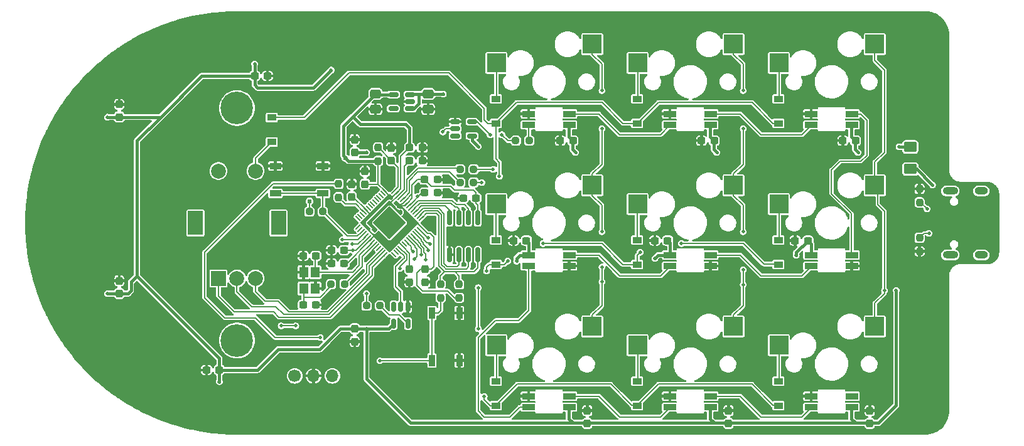
<source format=gbl>
G04 #@! TF.GenerationSoftware,KiCad,Pcbnew,7.0.1*
G04 #@! TF.CreationDate,2023-04-28T03:37:42-07:00*
G04 #@! TF.ProjectId,jam-pad,6a616d2d-7061-4642-9e6b-696361645f70,rev?*
G04 #@! TF.SameCoordinates,Original*
G04 #@! TF.FileFunction,Copper,L2,Bot*
G04 #@! TF.FilePolarity,Positive*
%FSLAX46Y46*%
G04 Gerber Fmt 4.6, Leading zero omitted, Abs format (unit mm)*
G04 Created by KiCad (PCBNEW 7.0.1) date 2023-04-28 03:37:42*
%MOMM*%
%LPD*%
G01*
G04 APERTURE LIST*
G04 Aperture macros list*
%AMRoundRect*
0 Rectangle with rounded corners*
0 $1 Rounding radius*
0 $2 $3 $4 $5 $6 $7 $8 $9 X,Y pos of 4 corners*
0 Add a 4 corners polygon primitive as box body*
4,1,4,$2,$3,$4,$5,$6,$7,$8,$9,$2,$3,0*
0 Add four circle primitives for the rounded corners*
1,1,$1+$1,$2,$3*
1,1,$1+$1,$4,$5*
1,1,$1+$1,$6,$7*
1,1,$1+$1,$8,$9*
0 Add four rect primitives between the rounded corners*
20,1,$1+$1,$2,$3,$4,$5,0*
20,1,$1+$1,$4,$5,$6,$7,0*
20,1,$1+$1,$6,$7,$8,$9,0*
20,1,$1+$1,$8,$9,$2,$3,0*%
G04 Aperture macros list end*
G04 #@! TA.AperFunction,SMDPad,CuDef*
%ADD10R,2.550000X2.500000*%
G04 #@! TD*
G04 #@! TA.AperFunction,SMDPad,CuDef*
%ADD11R,1.740000X0.820000*%
G04 #@! TD*
G04 #@! TA.AperFunction,ComponentPad*
%ADD12C,4.400000*%
G04 #@! TD*
G04 #@! TA.AperFunction,ComponentPad*
%ADD13R,2.000000X2.000000*%
G04 #@! TD*
G04 #@! TA.AperFunction,ComponentPad*
%ADD14C,2.000000*%
G04 #@! TD*
G04 #@! TA.AperFunction,ComponentPad*
%ADD15R,2.000000X3.200000*%
G04 #@! TD*
G04 #@! TA.AperFunction,ComponentPad*
%ADD16O,2.100000X1.000000*%
G04 #@! TD*
G04 #@! TA.AperFunction,ComponentPad*
%ADD17O,1.800000X1.000000*%
G04 #@! TD*
G04 #@! TA.AperFunction,SMDPad,CuDef*
%ADD18RoundRect,0.237500X0.300000X0.237500X-0.300000X0.237500X-0.300000X-0.237500X0.300000X-0.237500X0*%
G04 #@! TD*
G04 #@! TA.AperFunction,SMDPad,CuDef*
%ADD19RoundRect,0.237500X0.237500X-0.300000X0.237500X0.300000X-0.237500X0.300000X-0.237500X-0.300000X0*%
G04 #@! TD*
G04 #@! TA.AperFunction,SMDPad,CuDef*
%ADD20R,1.200000X0.900000*%
G04 #@! TD*
G04 #@! TA.AperFunction,SMDPad,CuDef*
%ADD21RoundRect,0.237500X0.250000X0.237500X-0.250000X0.237500X-0.250000X-0.237500X0.250000X-0.237500X0*%
G04 #@! TD*
G04 #@! TA.AperFunction,SMDPad,CuDef*
%ADD22RoundRect,0.250000X-0.475000X0.337500X-0.475000X-0.337500X0.475000X-0.337500X0.475000X0.337500X0*%
G04 #@! TD*
G04 #@! TA.AperFunction,SMDPad,CuDef*
%ADD23RoundRect,0.237500X0.237500X-0.250000X0.237500X0.250000X-0.237500X0.250000X-0.237500X-0.250000X0*%
G04 #@! TD*
G04 #@! TA.AperFunction,SMDPad,CuDef*
%ADD24R,0.850000X1.500000*%
G04 #@! TD*
G04 #@! TA.AperFunction,ComponentPad*
%ADD25C,1.700000*%
G04 #@! TD*
G04 #@! TA.AperFunction,ComponentPad*
%ADD26O,1.700000X1.700000*%
G04 #@! TD*
G04 #@! TA.AperFunction,SMDPad,CuDef*
%ADD27RoundRect,0.237500X-0.250000X-0.237500X0.250000X-0.237500X0.250000X0.237500X-0.250000X0.237500X0*%
G04 #@! TD*
G04 #@! TA.AperFunction,SMDPad,CuDef*
%ADD28RoundRect,0.250001X0.624999X-0.462499X0.624999X0.462499X-0.624999X0.462499X-0.624999X-0.462499X0*%
G04 #@! TD*
G04 #@! TA.AperFunction,SMDPad,CuDef*
%ADD29RoundRect,0.237500X-0.237500X0.300000X-0.237500X-0.300000X0.237500X-0.300000X0.237500X0.300000X0*%
G04 #@! TD*
G04 #@! TA.AperFunction,SMDPad,CuDef*
%ADD30RoundRect,0.237500X-0.237500X0.250000X-0.237500X-0.250000X0.237500X-0.250000X0.237500X0.250000X0*%
G04 #@! TD*
G04 #@! TA.AperFunction,SMDPad,CuDef*
%ADD31R,1.200000X1.400000*%
G04 #@! TD*
G04 #@! TA.AperFunction,SMDPad,CuDef*
%ADD32RoundRect,0.237500X-0.300000X-0.237500X0.300000X-0.237500X0.300000X0.237500X-0.300000X0.237500X0*%
G04 #@! TD*
G04 #@! TA.AperFunction,SMDPad,CuDef*
%ADD33RoundRect,0.150000X0.512500X0.150000X-0.512500X0.150000X-0.512500X-0.150000X0.512500X-0.150000X0*%
G04 #@! TD*
G04 #@! TA.AperFunction,SMDPad,CuDef*
%ADD34RoundRect,0.150000X0.150000X-0.825000X0.150000X0.825000X-0.150000X0.825000X-0.150000X-0.825000X0*%
G04 #@! TD*
G04 #@! TA.AperFunction,SMDPad,CuDef*
%ADD35R,1.500000X0.850000*%
G04 #@! TD*
G04 #@! TA.AperFunction,SMDPad,CuDef*
%ADD36RoundRect,0.150000X-0.150000X0.512500X-0.150000X-0.512500X0.150000X-0.512500X0.150000X0.512500X0*%
G04 #@! TD*
G04 #@! TA.AperFunction,SMDPad,CuDef*
%ADD37RoundRect,0.150000X-0.512500X-0.150000X0.512500X-0.150000X0.512500X0.150000X-0.512500X0.150000X0*%
G04 #@! TD*
G04 #@! TA.AperFunction,SMDPad,CuDef*
%ADD38RoundRect,0.050000X0.309359X-0.238649X-0.238649X0.309359X-0.309359X0.238649X0.238649X-0.309359X0*%
G04 #@! TD*
G04 #@! TA.AperFunction,SMDPad,CuDef*
%ADD39RoundRect,0.050000X0.309359X0.238649X0.238649X0.309359X-0.309359X-0.238649X-0.238649X-0.309359X0*%
G04 #@! TD*
G04 #@! TA.AperFunction,ComponentPad*
%ADD40C,0.600000*%
G04 #@! TD*
G04 #@! TA.AperFunction,SMDPad,CuDef*
%ADD41RoundRect,0.144000X2.059095X0.000000X0.000000X2.059095X-2.059095X0.000000X0.000000X-2.059095X0*%
G04 #@! TD*
G04 #@! TA.AperFunction,ViaPad*
%ADD42C,0.500000*%
G04 #@! TD*
G04 #@! TA.AperFunction,ViaPad*
%ADD43C,0.609600*%
G04 #@! TD*
G04 #@! TA.AperFunction,Conductor*
%ADD44C,0.400000*%
G04 #@! TD*
G04 #@! TA.AperFunction,Conductor*
%ADD45C,0.200000*%
G04 #@! TD*
G04 #@! TA.AperFunction,Conductor*
%ADD46C,0.203200*%
G04 #@! TD*
G04 #@! TA.AperFunction,Conductor*
%ADD47C,0.150000*%
G04 #@! TD*
G04 APERTURE END LIST*
D10*
G04 #@! TO.P,SW4,1*
G04 #@! TO.N,Net-(D4-A)*
X95308750Y-51435000D03*
G04 #@! TO.P,SW4,2*
G04 #@! TO.N,Col0*
X108235750Y-48895000D03*
D11*
G04 #@! TO.P,SW4,3,VCC*
G04 #@! TO.N,+5V*
X99663750Y-58305000D03*
G04 #@! TO.P,SW4,4,DIN*
G04 #@! TO.N,Net-(SW4B-DIN)*
X105123750Y-58305000D03*
G04 #@! TO.P,SW4,5,DOUT*
G04 #@! TO.N,Net-(SW4B-DOUT)*
X99663750Y-59805000D03*
G04 #@! TO.P,SW4,6,GND*
G04 #@! TO.N,GND*
X105123750Y-59805000D03*
G04 #@! TD*
D10*
G04 #@! TO.P,SW9,1*
G04 #@! TO.N,Net-(D9-A)*
X133408750Y-70485000D03*
G04 #@! TO.P,SW9,2*
G04 #@! TO.N,Col2*
X146335750Y-67945000D03*
D11*
G04 #@! TO.P,SW9,3,VCC*
G04 #@! TO.N,+5V*
X143223750Y-78855000D03*
G04 #@! TO.P,SW9,4,DIN*
G04 #@! TO.N,Net-(SW8B-DOUT)*
X137763750Y-78855000D03*
G04 #@! TO.P,SW9,5,DOUT*
G04 #@! TO.N,unconnected-(SW9B-DOUT-Pad5)*
X143223750Y-77355000D03*
G04 #@! TO.P,SW9,6,GND*
G04 #@! TO.N,GND*
X137763750Y-77355000D03*
G04 #@! TD*
D12*
G04 #@! TO.P,H1,1*
G04 #@! TO.N,N/C*
X60325000Y-38481000D03*
G04 #@! TD*
D13*
G04 #@! TO.P,SW14,A,A*
G04 #@! TO.N,/ENC_A*
X57825000Y-61475000D03*
D14*
G04 #@! TO.P,SW14,B,B*
G04 #@! TO.N,/ENC_B*
X62825000Y-61475000D03*
G04 #@! TO.P,SW14,C,C*
G04 #@! TO.N,/ENC_C*
X60325000Y-61475000D03*
D15*
G04 #@! TO.P,SW14,MP*
G04 #@! TO.N,N/C*
X54725000Y-53975000D03*
X65925000Y-53975000D03*
D14*
G04 #@! TO.P,SW14,S1,S1*
G04 #@! TO.N,Net-(D13-A)*
X62825000Y-46975000D03*
G04 #@! TO.P,SW14,S2,S2*
G04 #@! TO.N,Col3*
X57825000Y-46975000D03*
G04 #@! TD*
D16*
G04 #@! TO.P,J1,S1,SHIELD*
G04 #@! TO.N,unconnected-(J1-SHIELD-PadS1)*
X156521875Y-58295000D03*
D17*
X160701875Y-58295000D03*
D16*
X156521875Y-49655000D03*
D17*
X160701875Y-49655000D03*
G04 #@! TD*
D10*
G04 #@! TO.P,SW5,1*
G04 #@! TO.N,Net-(D5-A)*
X114358750Y-51435000D03*
G04 #@! TO.P,SW5,2*
G04 #@! TO.N,Col1*
X127285750Y-48895000D03*
D11*
G04 #@! TO.P,SW5,3,VCC*
G04 #@! TO.N,+5V*
X118713750Y-58305000D03*
G04 #@! TO.P,SW5,4,DIN*
G04 #@! TO.N,Net-(SW5B-DIN)*
X124173750Y-58305000D03*
G04 #@! TO.P,SW5,5,DOUT*
G04 #@! TO.N,Net-(SW4B-DIN)*
X118713750Y-59805000D03*
G04 #@! TO.P,SW5,6,GND*
G04 #@! TO.N,GND*
X124173750Y-59805000D03*
G04 #@! TD*
D12*
G04 #@! TO.P,H2,1*
G04 #@! TO.N,N/C*
X60325000Y-69850000D03*
G04 #@! TD*
D10*
G04 #@! TO.P,SW7,1*
G04 #@! TO.N,Net-(D7-A)*
X95308750Y-70485000D03*
G04 #@! TO.P,SW7,2*
G04 #@! TO.N,Col0*
X108235750Y-67945000D03*
D11*
G04 #@! TO.P,SW7,3,VCC*
G04 #@! TO.N,+5V*
X105123750Y-78855000D03*
G04 #@! TO.P,SW7,4,DIN*
G04 #@! TO.N,Net-(SW4B-DOUT)*
X99663750Y-78855000D03*
G04 #@! TO.P,SW7,5,DOUT*
G04 #@! TO.N,Net-(SW7B-DOUT)*
X105123750Y-77355000D03*
G04 #@! TO.P,SW7,6,GND*
G04 #@! TO.N,GND*
X99663750Y-77355000D03*
G04 #@! TD*
D10*
G04 #@! TO.P,SW8,1*
G04 #@! TO.N,Net-(D8-A)*
X114358750Y-70485000D03*
G04 #@! TO.P,SW8,2*
G04 #@! TO.N,Col1*
X127285750Y-67945000D03*
D11*
G04 #@! TO.P,SW8,3,VCC*
G04 #@! TO.N,+5V*
X124173750Y-78855000D03*
G04 #@! TO.P,SW8,4,DIN*
G04 #@! TO.N,Net-(SW7B-DOUT)*
X118713750Y-78855000D03*
G04 #@! TO.P,SW8,5,DOUT*
G04 #@! TO.N,Net-(SW8B-DOUT)*
X124173750Y-77355000D03*
G04 #@! TO.P,SW8,6,GND*
G04 #@! TO.N,GND*
X118713750Y-77355000D03*
G04 #@! TD*
D10*
G04 #@! TO.P,SW6,1*
G04 #@! TO.N,Net-(D6-A)*
X133408750Y-51435000D03*
G04 #@! TO.P,SW6,2*
G04 #@! TO.N,Col2*
X146335750Y-48895000D03*
D11*
G04 #@! TO.P,SW6,3,VCC*
G04 #@! TO.N,+5V*
X137763750Y-58305000D03*
G04 #@! TO.P,SW6,4,DIN*
G04 #@! TO.N,Net-(SW3B-DOUT)*
X143223750Y-58305000D03*
G04 #@! TO.P,SW6,5,DOUT*
G04 #@! TO.N,Net-(SW5B-DIN)*
X137763750Y-59805000D03*
G04 #@! TO.P,SW6,6,GND*
G04 #@! TO.N,GND*
X143223750Y-59805000D03*
G04 #@! TD*
D10*
G04 #@! TO.P,SW1,1*
G04 #@! TO.N,Net-(D1-A)*
X95308750Y-32385000D03*
G04 #@! TO.P,SW1,2*
G04 #@! TO.N,Col0*
X108235750Y-29845000D03*
D11*
G04 #@! TO.P,SW1,3,VCC*
G04 #@! TO.N,+5V*
X105123750Y-40755000D03*
G04 #@! TO.P,SW1,4,DIN*
G04 #@! TO.N,Net-(SW1B-DIN)*
X99663750Y-40755000D03*
G04 #@! TO.P,SW1,5,DOUT*
G04 #@! TO.N,Net-(SW1B-DOUT)*
X105123750Y-39255000D03*
G04 #@! TO.P,SW1,6,GND*
G04 #@! TO.N,GND*
X99663750Y-39255000D03*
G04 #@! TD*
D10*
G04 #@! TO.P,SW2,1*
G04 #@! TO.N,Net-(D2-A)*
X114358750Y-32385000D03*
G04 #@! TO.P,SW2,2*
G04 #@! TO.N,Col1*
X127285750Y-29845000D03*
D11*
G04 #@! TO.P,SW2,3,VCC*
G04 #@! TO.N,+5V*
X124173750Y-40755000D03*
G04 #@! TO.P,SW2,4,DIN*
G04 #@! TO.N,Net-(SW1B-DOUT)*
X118713750Y-40755000D03*
G04 #@! TO.P,SW2,5,DOUT*
G04 #@! TO.N,Net-(SW2B-DOUT)*
X124173750Y-39255000D03*
G04 #@! TO.P,SW2,6,GND*
G04 #@! TO.N,GND*
X118713750Y-39255000D03*
G04 #@! TD*
D10*
G04 #@! TO.P,SW3,1*
G04 #@! TO.N,Net-(D3-A)*
X133408750Y-32385000D03*
G04 #@! TO.P,SW3,2*
G04 #@! TO.N,Col2*
X146335750Y-29845000D03*
D11*
G04 #@! TO.P,SW3,3,VCC*
G04 #@! TO.N,+5V*
X143223750Y-40755000D03*
G04 #@! TO.P,SW3,4,DIN*
G04 #@! TO.N,Net-(SW2B-DOUT)*
X137763750Y-40755000D03*
G04 #@! TO.P,SW3,5,DOUT*
G04 #@! TO.N,Net-(SW3B-DOUT)*
X143223750Y-39255000D03*
G04 #@! TO.P,SW3,6,GND*
G04 #@! TO.N,GND*
X137763750Y-39255000D03*
G04 #@! TD*
D18*
G04 #@! TO.P,C11,1*
G04 #@! TO.N,GND*
X85317500Y-45593000D03*
G04 #@! TO.P,C11,2*
G04 #@! TO.N,+1V1*
X83592500Y-45593000D03*
G04 #@! TD*
D19*
G04 #@! TO.P,C24,1*
G04 #@! TO.N,+5V*
X126603125Y-81031250D03*
G04 #@! TO.P,C24,2*
G04 #@! TO.N,GND*
X126603125Y-79306250D03*
G04 #@! TD*
D20*
G04 #@! TO.P,D4,1,K*
G04 #@! TO.N,Row1*
X95250000Y-59593750D03*
G04 #@! TO.P,D4,2,A*
G04 #@! TO.N,Net-(D4-A)*
X95250000Y-56293750D03*
G04 #@! TD*
D21*
G04 #@! TO.P,R12,1*
G04 #@! TO.N,/Knob_Light*
X79612500Y-65151000D03*
G04 #@! TO.P,R12,2*
G04 #@! TO.N,Net-(D10-DIN)*
X77787500Y-65151000D03*
G04 #@! TD*
D22*
G04 #@! TO.P,C1,1*
G04 #@! TO.N,+5V*
X86106000Y-36554500D03*
G04 #@! TO.P,C1,2*
G04 #@! TO.N,GND*
X86106000Y-38629500D03*
G04 #@! TD*
D19*
G04 #@! TO.P,C6,1*
G04 #@! TO.N,+3V3*
X77597000Y-48741500D03*
G04 #@! TO.P,C6,2*
G04 #@! TO.N,GND*
X77597000Y-47016500D03*
G04 #@! TD*
D23*
G04 #@! TO.P,R3,1*
G04 #@! TO.N,+3V3*
X90297000Y-64082300D03*
G04 #@! TO.P,R3,2*
G04 #@! TO.N,/QSPI_SS*
X90297000Y-62257300D03*
G04 #@! TD*
D24*
G04 #@! TO.P,SW13,1,1*
G04 #@! TO.N,GND*
X90318200Y-72542000D03*
X90318200Y-66142000D03*
G04 #@! TO.P,SW13,2,2*
G04 #@! TO.N,/~{USB_BOOT}*
X86618200Y-72542000D03*
X86618200Y-66142000D03*
G04 #@! TD*
D25*
G04 #@! TO.P,J2,1,Pin_1*
G04 #@! TO.N,/SWDIO*
X68103750Y-74612500D03*
D26*
G04 #@! TO.P,J2,2,Pin_2*
G04 #@! TO.N,GND*
X70643750Y-74612500D03*
G04 #@! TO.P,J2,3,Pin_3*
G04 #@! TO.N,/SWCLK*
X73183750Y-74612500D03*
G04 #@! TD*
D20*
G04 #@! TO.P,D1,1,K*
G04 #@! TO.N,Row0*
X95250000Y-40543750D03*
G04 #@! TO.P,D1,2,A*
G04 #@! TO.N,Net-(D1-A)*
X95250000Y-37243750D03*
G04 #@! TD*
D18*
G04 #@! TO.P,C13,1*
G04 #@! TO.N,GND*
X87349500Y-49911000D03*
G04 #@! TO.P,C13,2*
G04 #@! TO.N,+1V1*
X85624500Y-49911000D03*
G04 #@! TD*
D27*
G04 #@! TO.P,R10,1*
G04 #@! TO.N,+3V3*
X70080500Y-52451000D03*
G04 #@! TO.P,R10,2*
G04 #@! TO.N,/~{RESET}*
X71905500Y-52451000D03*
G04 #@! TD*
D18*
G04 #@! TO.P,C19,1*
G04 #@! TO.N,+5V*
X143737500Y-42862500D03*
G04 #@! TO.P,C19,2*
G04 #@! TO.N,GND*
X142012500Y-42862500D03*
G04 #@! TD*
D20*
G04 #@! TO.P,D2,1,K*
G04 #@! TO.N,Row0*
X114300000Y-40543750D03*
G04 #@! TO.P,D2,2,A*
G04 #@! TO.N,Net-(D2-A)*
X114300000Y-37243750D03*
G04 #@! TD*
G04 #@! TO.P,D8,1,K*
G04 #@! TO.N,Row2*
X114300000Y-78643750D03*
G04 #@! TO.P,D8,2,A*
G04 #@! TO.N,Net-(D8-A)*
X114300000Y-75343750D03*
G04 #@! TD*
D28*
G04 #@! TO.P,F1,1*
G04 #@! TO.N,VUSB*
X151130000Y-46699500D03*
G04 #@! TO.P,F1,2*
G04 #@! TO.N,+5V*
X151130000Y-43724500D03*
G04 #@! TD*
D29*
G04 #@! TO.P,C9,1*
G04 #@! TO.N,+3V3*
X83566000Y-60224500D03*
G04 #@! TO.P,C9,2*
G04 #@! TO.N,GND*
X83566000Y-61949500D03*
G04 #@! TD*
D30*
G04 #@! TO.P,R2,1*
G04 #@! TO.N,Net-(J1-CC1)*
X152372858Y-55983500D03*
G04 #@! TO.P,R2,2*
G04 #@! TO.N,GND*
X152372858Y-57808500D03*
G04 #@! TD*
D31*
G04 #@! TO.P,Y1,1,1*
G04 #@! TO.N,Net-(U1-XOUT)*
X70904000Y-60622000D03*
G04 #@! TO.P,Y1,2,2*
G04 #@! TO.N,GND*
X70904000Y-62822000D03*
G04 #@! TO.P,Y1,3,3*
G04 #@! TO.N,Net-(C15-Pad2)*
X69304000Y-62822000D03*
G04 #@! TO.P,Y1,4,4*
G04 #@! TO.N,GND*
X69304000Y-60622000D03*
G04 #@! TD*
D27*
G04 #@! TO.P,R8,1*
G04 #@! TO.N,Net-(C15-Pad2)*
X73001500Y-62230000D03*
G04 #@! TO.P,R8,2*
G04 #@! TO.N,Net-(U1-XIN)*
X74826500Y-62230000D03*
G04 #@! TD*
D32*
G04 #@! TO.P,C12,1*
G04 #@! TO.N,GND*
X73051500Y-57658000D03*
G04 #@! TO.P,C12,2*
G04 #@! TO.N,+1V1*
X74776500Y-57658000D03*
G04 #@! TD*
D18*
G04 #@! TO.P,C31,1*
G04 #@! TO.N,GND*
X64431250Y-34131250D03*
G04 #@! TO.P,C31,2*
G04 #@! TO.N,+5V*
X62706250Y-34131250D03*
G04 #@! TD*
D29*
G04 #@! TO.P,C32,1*
G04 #@! TO.N,GND*
X44450000Y-37962500D03*
G04 #@! TO.P,C32,2*
G04 #@! TO.N,+5V*
X44450000Y-39687500D03*
G04 #@! TD*
D18*
G04 #@! TO.P,C15,1*
G04 #@! TO.N,GND*
X70966500Y-65024000D03*
G04 #@! TO.P,C15,2*
G04 #@! TO.N,Net-(C15-Pad2)*
X69241500Y-65024000D03*
G04 #@! TD*
D19*
G04 #@! TO.P,C25,1*
G04 #@! TO.N,+5V*
X145653125Y-81031250D03*
G04 #@! TO.P,C25,2*
G04 #@! TO.N,GND*
X145653125Y-79306250D03*
G04 #@! TD*
D20*
G04 #@! TO.P,D3,1,K*
G04 #@! TO.N,Row0*
X133350000Y-40543750D03*
G04 #@! TO.P,D3,2,A*
G04 #@! TO.N,Net-(D3-A)*
X133350000Y-37243750D03*
G04 #@! TD*
D18*
G04 #@! TO.P,C20,1*
G04 #@! TO.N,+5V*
X137318750Y-56356250D03*
G04 #@! TO.P,C20,2*
G04 #@! TO.N,GND*
X135593750Y-56356250D03*
G04 #@! TD*
D20*
G04 #@! TO.P,D9,1,K*
G04 #@! TO.N,Row2*
X133350000Y-78643750D03*
G04 #@! TO.P,D9,2,A*
G04 #@! TO.N,Net-(D9-A)*
X133350000Y-75343750D03*
G04 #@! TD*
D19*
G04 #@! TO.P,C23,1*
G04 #@! TO.N,+5V*
X107553125Y-81031250D03*
G04 #@! TO.P,C23,2*
G04 #@! TO.N,GND*
X107553125Y-79306250D03*
G04 #@! TD*
D23*
G04 #@! TO.P,R1,1*
G04 #@! TO.N,Net-(J1-CC2)*
X152372858Y-51204500D03*
G04 #@! TO.P,R1,2*
G04 #@! TO.N,GND*
X152372858Y-49379500D03*
G04 #@! TD*
D20*
G04 #@! TO.P,D5,1,K*
G04 #@! TO.N,Row1*
X114300000Y-59593750D03*
G04 #@! TO.P,D5,2,A*
G04 #@! TO.N,Net-(D5-A)*
X114300000Y-56293750D03*
G04 #@! TD*
D33*
G04 #@! TO.P,U4,1,VIN*
G04 #@! TO.N,+5V*
X83687500Y-36642000D03*
G04 #@! TO.P,U4,2,GND*
G04 #@! TO.N,GND*
X83687500Y-37592000D03*
G04 #@! TO.P,U4,3,EN*
G04 #@! TO.N,+5V*
X83687500Y-38542000D03*
G04 #@! TO.P,U4,4,NC*
G04 #@! TO.N,unconnected-(U4-NC-Pad4)*
X81412500Y-38542000D03*
G04 #@! TO.P,U4,5,VOUT*
G04 #@! TO.N,+3V3*
X81412500Y-36642000D03*
G04 #@! TD*
D20*
G04 #@! TO.P,D7,1,K*
G04 #@! TO.N,Row2*
X95250000Y-78643750D03*
G04 #@! TO.P,D7,2,A*
G04 #@! TO.N,Net-(D7-A)*
X95250000Y-75343750D03*
G04 #@! TD*
D22*
G04 #@! TO.P,C2,1*
G04 #@! TO.N,+3V3*
X78994000Y-36554500D03*
G04 #@! TO.P,C2,2*
G04 #@! TO.N,GND*
X78994000Y-38629500D03*
G04 #@! TD*
D27*
G04 #@! TO.P,R7,1*
G04 #@! TO.N,/D-*
X90400500Y-46736000D03*
G04 #@! TO.P,R7,2*
G04 #@! TO.N,/USB_D-*
X92225500Y-46736000D03*
G04 #@! TD*
D23*
G04 #@! TO.P,R9,1*
G04 #@! TO.N,Net-(U1-GPIO21)*
X74041000Y-50518700D03*
G04 #@! TO.P,R9,2*
G04 #@! TO.N,/~{USB_BOOT}*
X74041000Y-48693700D03*
G04 #@! TD*
D34*
G04 #@! TO.P,U3,1,~{CS}*
G04 #@! TO.N,/QSPI_SS*
X92811600Y-58253400D03*
G04 #@! TO.P,U3,2,DO(IO1)*
G04 #@! TO.N,/QSPI_SD1*
X91541600Y-58253400D03*
G04 #@! TO.P,U3,3,IO2*
G04 #@! TO.N,/QSPI_SD2*
X90271600Y-58253400D03*
G04 #@! TO.P,U3,4,GND*
G04 #@! TO.N,GND*
X89001600Y-58253400D03*
G04 #@! TO.P,U3,5,DI(IO0)*
G04 #@! TO.N,/QSPI_SD0*
X89001600Y-53303400D03*
G04 #@! TO.P,U3,6,CLK*
G04 #@! TO.N,/QSPI_SCLK*
X90271600Y-53303400D03*
G04 #@! TO.P,U3,7,IO3*
G04 #@! TO.N,/QSPI_SD3*
X91541600Y-53303400D03*
G04 #@! TO.P,U3,8,VCC*
G04 #@! TO.N,+3V3*
X92811600Y-53303400D03*
G04 #@! TD*
D32*
G04 #@! TO.P,C27,1*
G04 #@! TO.N,GND*
X56218750Y-73818750D03*
G04 #@! TO.P,C27,2*
G04 #@! TO.N,+5V*
X57943750Y-73818750D03*
G04 #@! TD*
D27*
G04 #@! TO.P,R11,1*
G04 #@! TO.N,/Backlight*
X97909375Y-42862500D03*
G04 #@! TO.P,R11,2*
G04 #@! TO.N,Net-(SW1B-DIN)*
X99734375Y-42862500D03*
G04 #@! TD*
D18*
G04 #@! TO.P,C17,1*
G04 #@! TO.N,+5V*
X105637500Y-42862500D03*
G04 #@! TO.P,C17,2*
G04 #@! TO.N,GND*
X103912500Y-42862500D03*
G04 #@! TD*
D19*
G04 #@! TO.P,C26,1*
G04 #@! TO.N,GND*
X76200000Y-69987500D03*
G04 #@! TO.P,C26,2*
G04 #@! TO.N,+5V*
X76200000Y-68262500D03*
G04 #@! TD*
D20*
G04 #@! TO.P,D13,1,K*
G04 #@! TO.N,Row0*
X65024000Y-39752000D03*
G04 #@! TO.P,D13,2,A*
G04 #@! TO.N,Net-(D13-A)*
X65024000Y-43052000D03*
G04 #@! TD*
D32*
G04 #@! TO.P,C3,1*
G04 #@! TO.N,+3V3*
X83592500Y-43815000D03*
G04 #@! TO.P,C3,2*
G04 #@! TO.N,GND*
X85317500Y-43815000D03*
G04 #@! TD*
D18*
G04 #@! TO.P,C21,1*
G04 #@! TO.N,+5V*
X118406250Y-56356250D03*
G04 #@! TO.P,C21,2*
G04 #@! TO.N,GND*
X116681250Y-56356250D03*
G04 #@! TD*
D27*
G04 #@! TO.P,R6,1*
G04 #@! TO.N,/D+*
X90400500Y-48514000D03*
G04 #@! TO.P,R6,2*
G04 #@! TO.N,/USB_D+*
X92225500Y-48514000D03*
G04 #@! TD*
D35*
G04 #@! TO.P,SW15,1,1*
G04 #@! TO.N,GND*
X71907000Y-46283000D03*
X65507000Y-46283000D03*
G04 #@! TO.P,SW15,2,2*
G04 #@! TO.N,/~{RESET}*
X71907000Y-49983000D03*
X65507000Y-49983000D03*
G04 #@! TD*
D30*
G04 #@! TO.P,R5,1*
G04 #@! TO.N,/QSPI_SS*
X87797000Y-62257300D03*
G04 #@! TO.P,R5,2*
G04 #@! TO.N,/~{USB_BOOT}*
X87797000Y-64082300D03*
G04 #@! TD*
D18*
G04 #@! TO.P,C22,1*
G04 #@! TO.N,+5V*
X99356250Y-56356250D03*
G04 #@! TO.P,C22,2*
G04 #@! TO.N,GND*
X97631250Y-56356250D03*
G04 #@! TD*
D32*
G04 #@! TO.P,C16,1*
G04 #@! TO.N,GND*
X69241500Y-58420000D03*
G04 #@! TO.P,C16,2*
G04 #@! TO.N,Net-(U1-XOUT)*
X70966500Y-58420000D03*
G04 #@! TD*
G04 #@! TO.P,C5,1*
G04 #@! TO.N,+3V3*
X85624500Y-48133000D03*
G04 #@! TO.P,C5,2*
G04 #@! TO.N,GND*
X87349500Y-48133000D03*
G04 #@! TD*
D20*
G04 #@! TO.P,D6,1,K*
G04 #@! TO.N,Row1*
X133350000Y-59593750D03*
G04 #@! TO.P,D6,2,A*
G04 #@! TO.N,Net-(D6-A)*
X133350000Y-56293750D03*
G04 #@! TD*
D18*
G04 #@! TO.P,C4,1*
G04 #@! TO.N,+3V3*
X92556500Y-50622200D03*
G04 #@! TO.P,C4,2*
G04 #@! TO.N,GND*
X90831500Y-50622200D03*
G04 #@! TD*
D19*
G04 #@! TO.P,C7,1*
G04 #@! TO.N,+3V3*
X75819000Y-50468700D03*
G04 #@! TO.P,C7,2*
G04 #@! TO.N,GND*
X75819000Y-48743700D03*
G04 #@! TD*
D18*
G04 #@! TO.P,C8,1*
G04 #@! TO.N,+3V3*
X74776500Y-59436000D03*
G04 #@! TO.P,C8,2*
G04 #@! TO.N,GND*
X73051500Y-59436000D03*
G04 #@! TD*
D29*
G04 #@! TO.P,C28,1*
G04 #@! TO.N,GND*
X44450000Y-61775000D03*
G04 #@! TO.P,C28,2*
G04 #@! TO.N,+5V*
X44450000Y-63500000D03*
G04 #@! TD*
D19*
G04 #@! TO.P,C14,1*
G04 #@! TO.N,/VREF_ADC*
X81153000Y-45566500D03*
G04 #@! TO.P,C14,2*
G04 #@! TO.N,GND*
X81153000Y-43841500D03*
G04 #@! TD*
D36*
G04 #@! TO.P,U5,1,NC*
G04 #@! TO.N,unconnected-(U5-NC-Pad1)*
X81473000Y-65283500D03*
G04 #@! TO.P,U5,2,A*
G04 #@! TO.N,/Knob_Light_3V3*
X82423000Y-65283500D03*
G04 #@! TO.P,U5,3,GND*
G04 #@! TO.N,GND*
X83373000Y-65283500D03*
G04 #@! TO.P,U5,4,Y*
G04 #@! TO.N,/Knob_Light*
X83373000Y-67558500D03*
G04 #@! TO.P,U5,5,VCC*
G04 #@! TO.N,+5V*
X81473000Y-67558500D03*
G04 #@! TD*
D18*
G04 #@! TO.P,C18,1*
G04 #@! TO.N,+5V*
X124687500Y-42862500D03*
G04 #@! TO.P,C18,2*
G04 #@! TO.N,GND*
X122962500Y-42862500D03*
G04 #@! TD*
D23*
G04 #@! TO.P,R4,1*
G04 #@! TO.N,+3V3*
X79375000Y-45616500D03*
G04 #@! TO.P,R4,2*
G04 #@! TO.N,/VREF_ADC*
X79375000Y-43791500D03*
G04 #@! TD*
D37*
G04 #@! TO.P,U2,1,NC*
G04 #@! TO.N,unconnected-(U2-NC-Pad1)*
X89746875Y-42225000D03*
G04 #@! TO.P,U2,2,A*
G04 #@! TO.N,/Backlight_3V3*
X89746875Y-41275000D03*
G04 #@! TO.P,U2,3,GND*
G04 #@! TO.N,GND*
X89746875Y-40325000D03*
G04 #@! TO.P,U2,4,Y*
G04 #@! TO.N,/Backlight*
X92021875Y-40325000D03*
G04 #@! TO.P,U2,5,VCC*
G04 #@! TO.N,+5V*
X92021875Y-42225000D03*
G04 #@! TD*
D29*
G04 #@! TO.P,C30,1*
G04 #@! TO.N,GND*
X76200000Y-42725000D03*
G04 #@! TO.P,C30,2*
G04 #@! TO.N,+5V*
X76200000Y-44450000D03*
G04 #@! TD*
D38*
G04 #@! TO.P,U1,1,IOVDD*
G04 #@! TO.N,+3V3*
X85168157Y-54567202D03*
G04 #@! TO.P,U1,2,GPIO0*
G04 #@! TO.N,Row0*
X84885314Y-54850045D03*
G04 #@! TO.P,U1,3,GPIO1*
G04 #@! TO.N,Row1*
X84602472Y-55132887D03*
G04 #@! TO.P,U1,4,GPIO2*
G04 #@! TO.N,Row2*
X84319629Y-55415730D03*
G04 #@! TO.P,U1,5,GPIO3*
G04 #@! TO.N,Col0*
X84036786Y-55698573D03*
G04 #@! TO.P,U1,6,GPIO4*
G04 #@! TO.N,Col1*
X83753944Y-55981415D03*
G04 #@! TO.P,U1,7,GPIO5*
G04 #@! TO.N,Col2*
X83471101Y-56264258D03*
G04 #@! TO.P,U1,8,GPIO6*
G04 #@! TO.N,Col3*
X83188258Y-56547101D03*
G04 #@! TO.P,U1,9,GPIO7*
G04 #@! TO.N,unconnected-(U1-GPIO7-Pad9)*
X82905415Y-56829944D03*
G04 #@! TO.P,U1,10,IOVDD*
G04 #@! TO.N,+3V3*
X82622573Y-57112786D03*
G04 #@! TO.P,U1,11,GPIO8*
G04 #@! TO.N,/Backlight_3V3*
X82339730Y-57395629D03*
G04 #@! TO.P,U1,12,GPIO9*
G04 #@! TO.N,/Knob_Light_3V3*
X82056887Y-57678472D03*
G04 #@! TO.P,U1,13,GPIO10*
G04 #@! TO.N,unconnected-(U1-GPIO10-Pad13)*
X81774045Y-57961314D03*
G04 #@! TO.P,U1,14,GPIO11*
G04 #@! TO.N,unconnected-(U1-GPIO11-Pad14)*
X81491202Y-58244157D03*
D39*
G04 #@! TO.P,U1,15,GPIO12*
G04 #@! TO.N,/ENC_A*
X80306798Y-58244157D03*
G04 #@! TO.P,U1,16,GPIO13*
G04 #@! TO.N,/ENC_C*
X80023955Y-57961314D03*
G04 #@! TO.P,U1,17,GPIO14*
G04 #@! TO.N,/ENC_B*
X79741113Y-57678472D03*
G04 #@! TO.P,U1,18,GPIO15*
G04 #@! TO.N,unconnected-(U1-GPIO15-Pad18)*
X79458270Y-57395629D03*
G04 #@! TO.P,U1,19,TESTEN*
G04 #@! TO.N,GND*
X79175427Y-57112786D03*
G04 #@! TO.P,U1,20,XIN*
G04 #@! TO.N,Net-(U1-XIN)*
X78892585Y-56829944D03*
G04 #@! TO.P,U1,21,XOUT*
G04 #@! TO.N,Net-(U1-XOUT)*
X78609742Y-56547101D03*
G04 #@! TO.P,U1,22,IOVDD*
G04 #@! TO.N,+3V3*
X78326899Y-56264258D03*
G04 #@! TO.P,U1,23,DVDD*
G04 #@! TO.N,+1V1*
X78044056Y-55981415D03*
G04 #@! TO.P,U1,24,SWCLK*
G04 #@! TO.N,/SWCLK*
X77761214Y-55698573D03*
G04 #@! TO.P,U1,25,SWD*
G04 #@! TO.N,/SWDIO*
X77478371Y-55415730D03*
G04 #@! TO.P,U1,26,RUN*
G04 #@! TO.N,/~{RESET}*
X77195528Y-55132887D03*
G04 #@! TO.P,U1,27,GPIO16*
G04 #@! TO.N,unconnected-(U1-GPIO16-Pad27)*
X76912686Y-54850045D03*
G04 #@! TO.P,U1,28,GPIO17*
G04 #@! TO.N,unconnected-(U1-GPIO17-Pad28)*
X76629843Y-54567202D03*
D38*
G04 #@! TO.P,U1,29,GPIO18*
G04 #@! TO.N,unconnected-(U1-GPIO18-Pad29)*
X76629843Y-53382798D03*
G04 #@! TO.P,U1,30,GPIO19*
G04 #@! TO.N,unconnected-(U1-GPIO19-Pad30)*
X76912686Y-53099955D03*
G04 #@! TO.P,U1,31,GPIO20*
G04 #@! TO.N,unconnected-(U1-GPIO20-Pad31)*
X77195528Y-52817113D03*
G04 #@! TO.P,U1,32,GPIO21*
G04 #@! TO.N,Net-(U1-GPIO21)*
X77478371Y-52534270D03*
G04 #@! TO.P,U1,33,IOVDD*
G04 #@! TO.N,+3V3*
X77761214Y-52251427D03*
G04 #@! TO.P,U1,34,GPIO22*
G04 #@! TO.N,unconnected-(U1-GPIO22-Pad34)*
X78044056Y-51968585D03*
G04 #@! TO.P,U1,35,GPIO23*
G04 #@! TO.N,unconnected-(U1-GPIO23-Pad35)*
X78326899Y-51685742D03*
G04 #@! TO.P,U1,36,GPIO24*
G04 #@! TO.N,unconnected-(U1-GPIO24-Pad36)*
X78609742Y-51402899D03*
G04 #@! TO.P,U1,37,GPIO25*
G04 #@! TO.N,unconnected-(U1-GPIO25-Pad37)*
X78892585Y-51120056D03*
G04 #@! TO.P,U1,38,GPIO26_ADC0*
G04 #@! TO.N,unconnected-(U1-GPIO26_ADC0-Pad38)*
X79175427Y-50837214D03*
G04 #@! TO.P,U1,39,GPIO27_ADC1*
G04 #@! TO.N,unconnected-(U1-GPIO27_ADC1-Pad39)*
X79458270Y-50554371D03*
G04 #@! TO.P,U1,40,GPIO28_ADC2*
G04 #@! TO.N,unconnected-(U1-GPIO28_ADC2-Pad40)*
X79741113Y-50271528D03*
G04 #@! TO.P,U1,41,GPIO29_ADC3*
G04 #@! TO.N,unconnected-(U1-GPIO29_ADC3-Pad41)*
X80023955Y-49988686D03*
G04 #@! TO.P,U1,42,IOVDD*
G04 #@! TO.N,+3V3*
X80306798Y-49705843D03*
D39*
G04 #@! TO.P,U1,43,ADC_AVDD*
G04 #@! TO.N,/VREF_ADC*
X81491202Y-49705843D03*
G04 #@! TO.P,U1,44,VREG_IN*
G04 #@! TO.N,+3V3*
X81774045Y-49988686D03*
G04 #@! TO.P,U1,45,VREG_VOUT*
G04 #@! TO.N,+1V1*
X82056887Y-50271528D03*
G04 #@! TO.P,U1,46,USB_DM*
G04 #@! TO.N,/D-*
X82339730Y-50554371D03*
G04 #@! TO.P,U1,47,USB_DP*
G04 #@! TO.N,/D+*
X82622573Y-50837214D03*
G04 #@! TO.P,U1,48,USB_VDD*
G04 #@! TO.N,+3V3*
X82905415Y-51120056D03*
G04 #@! TO.P,U1,49,IOVDD*
X83188258Y-51402899D03*
G04 #@! TO.P,U1,50,DVDD*
G04 #@! TO.N,+1V1*
X83471101Y-51685742D03*
G04 #@! TO.P,U1,51,QSPI_SD3*
G04 #@! TO.N,/QSPI_SD3*
X83753944Y-51968585D03*
G04 #@! TO.P,U1,52,QSPI_SCLK*
G04 #@! TO.N,/QSPI_SCLK*
X84036786Y-52251427D03*
G04 #@! TO.P,U1,53,QSPI_SD0*
G04 #@! TO.N,/QSPI_SD0*
X84319629Y-52534270D03*
G04 #@! TO.P,U1,54,QSPI_SD2*
G04 #@! TO.N,/QSPI_SD2*
X84602472Y-52817113D03*
G04 #@! TO.P,U1,55,QSPI_SD1*
G04 #@! TO.N,/QSPI_SD1*
X84885314Y-53099955D03*
G04 #@! TO.P,U1,56,QSPI_SS*
G04 #@! TO.N,/QSPI_SS*
X85168157Y-53382798D03*
D40*
G04 #@! TO.P,U1,57,GND*
G04 #@! TO.N,GND*
X80899000Y-55778122D03*
X81800561Y-54876561D03*
X82702122Y-53975000D03*
X79997439Y-54876561D03*
X80899000Y-53975000D03*
D41*
X80899000Y-53975000D03*
D40*
X81800561Y-53073439D03*
X79095878Y-53975000D03*
X79997439Y-53073439D03*
X80899000Y-52171878D03*
G04 #@! TD*
D29*
G04 #@! TO.P,C10,1*
G04 #@! TO.N,+3V3*
X85725000Y-60224500D03*
G04 #@! TO.P,C10,2*
G04 #@! TO.N,GND*
X85725000Y-61949500D03*
G04 #@! TD*
D42*
G04 #@! TO.N,+5V*
X42862500Y-39687500D03*
X77787500Y-68262500D03*
X42862500Y-63500000D03*
X57943750Y-75406250D03*
X149606000Y-43688000D03*
X105965625Y-44450000D03*
X98028125Y-59134375D03*
X92868750Y-43656250D03*
X135731250Y-58340625D03*
X116681250Y-58737500D03*
X144065625Y-44450000D03*
X149225000Y-63103125D03*
X73025000Y-33337500D03*
X62706250Y-32543750D03*
X88138000Y-36576000D03*
X125015625Y-44450000D03*
X77787500Y-44450000D03*
G04 #@! TO.N,GND*
X97282000Y-77978000D03*
X73964800Y-61315600D03*
X81407000Y-39624000D03*
X70637400Y-68757800D03*
X124764800Y-62179200D03*
X56819800Y-63449200D03*
X91363800Y-64363600D03*
X116586000Y-77978000D03*
X83820000Y-63500000D03*
X103886000Y-80213200D03*
X75615800Y-66344800D03*
X106426000Y-61772800D03*
X59842400Y-64262000D03*
X99771200Y-80213200D03*
X83693000Y-40132000D03*
X130302000Y-77978000D03*
X94488000Y-61214000D03*
X88900000Y-48260000D03*
X85344000Y-42545000D03*
X65887600Y-68732400D03*
X95250000Y-76993750D03*
X75946000Y-59436000D03*
X112674400Y-62026800D03*
X85623400Y-64541400D03*
X137922000Y-80264000D03*
X119532400Y-62179200D03*
X111506000Y-77978000D03*
X128524000Y-79502000D03*
X77470000Y-50292000D03*
X119176800Y-80213200D03*
X62204600Y-63855600D03*
X76606400Y-61214000D03*
X96367600Y-61214000D03*
X73304400Y-63855600D03*
X84480400Y-49326800D03*
X81153000Y-42545000D03*
X122478800Y-80213200D03*
X142138400Y-80264000D03*
X155702000Y-50800000D03*
X86055200Y-54102000D03*
X78181200Y-58369200D03*
X83566000Y-46736000D03*
X155702000Y-57150000D03*
X80772000Y-47228125D03*
X86715600Y-61950600D03*
X109474000Y-79502000D03*
X88900000Y-50038000D03*
D43*
G04 #@! TO.N,+3V3*
X74930000Y-45212000D03*
X70104000Y-51054000D03*
X80899000Y-50419000D03*
X82169000Y-51689000D03*
D42*
G04 #@! TO.N,+1V1*
X84709000Y-50419000D03*
X82423000Y-52451000D03*
X78867000Y-54864000D03*
X75946000Y-57658000D03*
G04 #@! TO.N,Row0*
X86080600Y-55981600D03*
X95707200Y-47650400D03*
G04 #@! TO.N,Row1*
X101600000Y-56753125D03*
X114696875Y-57943750D03*
X93980000Y-60452000D03*
X86334600Y-56794400D03*
X96837500Y-59134375D03*
X120253125Y-56753125D03*
G04 #@! TO.N,Row2*
X93662500Y-77390625D03*
X86080600Y-57632600D03*
X92868750Y-62706250D03*
X92868750Y-68262500D03*
G04 #@! TO.N,Net-(D10-DIN)*
X77787500Y-63500000D03*
G04 #@! TO.N,VUSB*
X154103841Y-48831504D03*
G04 #@! TO.N,/USB_D+*
X93345000Y-48514000D03*
G04 #@! TO.N,/USB_D-*
X94869000Y-46736000D03*
G04 #@! TO.N,/SWDIO*
X74523600Y-56235600D03*
G04 #@! TO.N,/SWCLK*
X75844400Y-56794400D03*
G04 #@! TO.N,/~{USB_BOOT}*
X79603600Y-72567800D03*
X71551800Y-69443600D03*
G04 #@! TO.N,Net-(J1-CC1)*
X153642858Y-55372000D03*
G04 #@! TO.N,Col0*
X85750400Y-58953400D03*
X109537500Y-36115625D03*
X109537500Y-55165625D03*
X109537500Y-41275000D03*
X109537500Y-59928125D03*
X109537500Y-61912500D03*
G04 #@! TO.N,Col1*
X128587500Y-41275000D03*
X128587500Y-55165625D03*
X128587500Y-36115625D03*
X128587500Y-62309375D03*
X85140800Y-58267600D03*
X128587500Y-60325000D03*
G04 #@! TO.N,Col2*
X84251800Y-58826400D03*
X147637500Y-63103125D03*
G04 #@! TO.N,Col3*
X66278125Y-67865625D03*
X84074000Y-57810400D03*
X68262500Y-67865625D03*
G04 #@! TO.N,Net-(J1-CC2)*
X153388858Y-52070000D03*
G04 #@! TO.N,/Backlight*
X96043750Y-42068750D03*
X94456250Y-42068750D03*
G04 #@! TO.N,/Backlight_3V3*
X88087200Y-41706800D03*
X82296000Y-60096400D03*
G04 #@! TD*
D44*
G04 #@! TO.N,+5V*
X77787500Y-44450000D02*
X76200000Y-44450000D01*
X80769000Y-68262500D02*
X81473000Y-67558500D01*
X144065625Y-44450000D02*
X143668750Y-44053125D01*
X143193750Y-40755000D02*
X143193750Y-42318750D01*
X143193750Y-78855000D02*
X143193750Y-80418750D01*
X135731250Y-57943750D02*
X137318750Y-56356250D01*
X62706250Y-34131250D02*
X55562500Y-34131250D01*
X124687500Y-80962500D02*
X126534375Y-80962500D01*
X145584375Y-80962500D02*
X145653125Y-81031250D01*
X84836000Y-37846000D02*
X84836000Y-36554500D01*
X46037500Y-63103125D02*
X45640625Y-63500000D01*
X125015625Y-44450000D02*
X124618750Y-44053125D01*
X86106000Y-36554500D02*
X83775000Y-36554500D01*
X92075000Y-42862500D02*
X92075000Y-42278125D01*
X126534375Y-80962500D02*
X126603125Y-81031250D01*
X149225000Y-63103125D02*
X149225000Y-78581250D01*
X105093750Y-78855000D02*
X105093750Y-80418750D01*
X105568750Y-44053125D02*
X105568750Y-42931250D01*
X105965625Y-44450000D02*
X105568750Y-44053125D01*
X73025000Y-33337500D02*
X70643750Y-35718750D01*
X99693750Y-58305000D02*
X99693750Y-56693750D01*
D45*
X83687500Y-38542000D02*
X84140000Y-38542000D01*
D44*
X105093750Y-42318750D02*
X105637500Y-42862500D01*
X105093750Y-40755000D02*
X105093750Y-42318750D01*
X63103125Y-73818750D02*
X57943750Y-73818750D01*
X149606000Y-43688000D02*
X151093500Y-43688000D01*
X105637500Y-80962500D02*
X107484375Y-80962500D01*
X124143750Y-78855000D02*
X124143750Y-80418750D01*
X83775000Y-36554500D02*
X83687500Y-36642000D01*
X118406250Y-56356250D02*
X118406250Y-56493750D01*
X124143750Y-42318750D02*
X124687500Y-42862500D01*
X98028125Y-58737500D02*
X98460625Y-58305000D01*
X98460625Y-58305000D02*
X99693750Y-58305000D01*
X149225000Y-78581250D02*
X146843750Y-80962500D01*
X83740625Y-80962500D02*
X145584375Y-80962500D01*
X46831250Y-42862500D02*
X46831250Y-60325000D01*
X143737500Y-80962500D02*
X145584375Y-80962500D01*
X50006250Y-39687500D02*
X46831250Y-42862500D01*
X116681250Y-58737500D02*
X117113750Y-58305000D01*
X77787500Y-68262500D02*
X77787500Y-75009375D01*
X143193750Y-80418750D02*
X143737500Y-80962500D01*
X77787500Y-75009375D02*
X83740625Y-80962500D01*
X124143750Y-80418750D02*
X124687500Y-80962500D01*
X92868750Y-43656250D02*
X92075000Y-42862500D01*
X98028125Y-59134375D02*
X98028125Y-58737500D01*
X62706250Y-32543750D02*
X62706250Y-34131250D01*
X63103125Y-35718750D02*
X62706250Y-35321875D01*
X143193750Y-42318750D02*
X143737500Y-42862500D01*
X45640625Y-63500000D02*
X44450000Y-63500000D01*
X118743750Y-56693750D02*
X118406250Y-56356250D01*
X137793750Y-58305000D02*
X137793750Y-56831250D01*
X57943750Y-73818750D02*
X57943750Y-72231250D01*
X84140000Y-38542000D02*
X84836000Y-37846000D01*
X124618750Y-44053125D02*
X124618750Y-42931250D01*
X77787500Y-68262500D02*
X76200000Y-68262500D01*
X137793750Y-56831250D02*
X137318750Y-56356250D01*
X117113750Y-58305000D02*
X118743750Y-58305000D01*
X118743750Y-58305000D02*
X118743750Y-56693750D01*
X124143750Y-40755000D02*
X124143750Y-42318750D01*
X107484375Y-80962500D02*
X107553125Y-81031250D01*
X145721875Y-80962500D02*
X145653125Y-81031250D01*
X146843750Y-80962500D02*
X145721875Y-80962500D01*
X74215625Y-68262500D02*
X71437500Y-71040625D01*
X99693750Y-56693750D02*
X99356250Y-56356250D01*
X46037500Y-61912500D02*
X46037500Y-63103125D01*
X105093750Y-80418750D02*
X105637500Y-80962500D01*
X50006250Y-39687500D02*
X44450000Y-39687500D01*
X55562500Y-34131250D02*
X50006250Y-39687500D01*
X46831250Y-61118750D02*
X46037500Y-61912500D01*
X88116500Y-36554500D02*
X88138000Y-36576000D01*
X44450000Y-39687500D02*
X42862500Y-39687500D01*
X46831250Y-61118750D02*
X46831250Y-60325000D01*
X151093500Y-43688000D02*
X151130000Y-43724500D01*
X57943750Y-73818750D02*
X57943750Y-75406250D01*
X62706250Y-35321875D02*
X62706250Y-34131250D01*
X92075000Y-42278125D02*
X92021875Y-42225000D01*
X77787500Y-68262500D02*
X80769000Y-68262500D01*
X42862500Y-63500000D02*
X44450000Y-63500000D01*
X143668750Y-44053125D02*
X143668750Y-42931250D01*
X135731250Y-58340625D02*
X135731250Y-57943750D01*
X76200000Y-68262500D02*
X74215625Y-68262500D01*
X86106000Y-36554500D02*
X88116500Y-36554500D01*
X70643750Y-35718750D02*
X63103125Y-35718750D01*
X57943750Y-72231250D02*
X46831250Y-61118750D01*
X65881250Y-71040625D02*
X63103125Y-73818750D01*
X71437500Y-71040625D02*
X65881250Y-71040625D01*
D46*
G04 #@! TO.N,GND*
X78613000Y-57675213D02*
X78613000Y-57937400D01*
X78613000Y-57937400D02*
X78181200Y-58369200D01*
X79175427Y-57112786D02*
X78613000Y-57675213D01*
D45*
G04 #@! TO.N,+3V3*
X86375723Y-55413123D02*
X86842600Y-55880000D01*
X77597000Y-48741500D02*
X79342455Y-48741500D01*
X86842600Y-55880000D02*
X86842600Y-59893200D01*
X81924305Y-49838425D02*
X82401081Y-49361649D01*
X88773000Y-63169800D02*
X85369400Y-63169800D01*
D44*
X83058000Y-40640000D02*
X76962000Y-40640000D01*
D45*
X84582000Y-60731400D02*
X85088900Y-60224500D01*
X85369400Y-63169800D02*
X84582000Y-62382400D01*
X86513500Y-49022000D02*
X89154000Y-49022000D01*
X89154000Y-49022000D02*
X89674700Y-49542700D01*
X85088900Y-60224500D02*
X85725000Y-60224500D01*
X77610953Y-52101167D02*
X78359000Y-52849214D01*
X83055676Y-50969796D02*
X82336472Y-51689000D01*
X82401081Y-45006419D02*
X83592500Y-43815000D01*
X83338518Y-51252639D02*
X82902157Y-51689000D01*
X79375000Y-45616500D02*
X79375000Y-48774045D01*
X70080500Y-52451000D02*
X70080500Y-51077500D01*
X83947000Y-50673000D02*
X83947000Y-50078472D01*
X79342455Y-48741500D02*
X80156538Y-49555583D01*
X85624500Y-48133000D02*
X86513500Y-49022000D01*
X86014077Y-55413123D02*
X86375723Y-55413123D01*
X81924305Y-49838425D02*
X81343730Y-50419000D01*
X82401081Y-49361649D02*
X82401081Y-45006419D01*
D44*
X74676000Y-40872500D02*
X74676000Y-44910375D01*
X83592500Y-41174500D02*
X83058000Y-40640000D01*
D45*
X83947000Y-48895000D02*
X84709000Y-48133000D01*
X89674700Y-49542700D02*
X92189300Y-49542700D01*
X82902157Y-51689000D02*
X82169000Y-51689000D01*
X79375000Y-48774045D02*
X80156538Y-49555583D01*
X85318417Y-54717462D02*
X86014077Y-55413123D01*
X76029286Y-50519500D02*
X77610953Y-52101167D01*
X83947000Y-50078472D02*
X83947000Y-48895000D01*
X84709000Y-48133000D02*
X85624500Y-48133000D01*
X92556500Y-50622200D02*
X92556500Y-51357700D01*
X83566000Y-58056214D02*
X83566000Y-59843500D01*
X78176639Y-56414518D02*
X78205482Y-56414518D01*
X78176639Y-56414518D02*
X75155157Y-59436000D01*
X81343730Y-50419000D02*
X80899000Y-50419000D01*
D44*
X74676000Y-44910375D02*
X75382125Y-45616500D01*
D45*
X80156538Y-49555583D02*
X80899000Y-50298045D01*
X75819000Y-50519500D02*
X76029286Y-50519500D01*
X84582000Y-60731400D02*
X84582000Y-62382400D01*
X92811600Y-51612800D02*
X92811600Y-53303400D01*
X82772833Y-57263047D02*
X83566000Y-58056214D01*
X92556500Y-51357700D02*
X92811600Y-51612800D01*
X83338518Y-51252639D02*
X83367361Y-51252639D01*
D44*
X83592500Y-43815000D02*
X83592500Y-41174500D01*
D45*
X86511300Y-60224500D02*
X85725000Y-60224500D01*
D44*
X76962000Y-40640000D02*
X75935250Y-39613250D01*
D45*
X82772833Y-57263047D02*
X82024786Y-56515000D01*
D44*
X81412500Y-36642000D02*
X79081500Y-36642000D01*
D45*
X92556500Y-49909900D02*
X92556500Y-50622200D01*
X86842600Y-59893200D02*
X86511300Y-60224500D01*
X83367361Y-51252639D02*
X83947000Y-50673000D01*
X83055676Y-50969796D02*
X83947000Y-50078472D01*
X85318417Y-54717462D02*
X84575955Y-53975000D01*
X80899000Y-50298045D02*
X80899000Y-50419000D01*
D44*
X79081500Y-36642000D02*
X78994000Y-36554500D01*
D45*
X92189300Y-49542700D02*
X92556500Y-49909900D01*
X75155157Y-59436000D02*
X74776500Y-59436000D01*
D44*
X75935250Y-39613250D02*
X74676000Y-40872500D01*
X78994000Y-36554500D02*
X75935250Y-39613250D01*
D45*
X90297000Y-64082300D02*
X89685500Y-64082300D01*
X70080500Y-51077500D02*
X70104000Y-51054000D01*
D44*
X75382125Y-45616500D02*
X79375000Y-45616500D01*
D45*
X78205482Y-56414518D02*
X78867000Y-55753000D01*
X89685500Y-64082300D02*
X88773000Y-63169800D01*
G04 #@! TO.N,+1V1*
X77893796Y-56131676D02*
X76367472Y-57658000D01*
X82207148Y-50121268D02*
X82897000Y-49431416D01*
X82207148Y-50126852D02*
X80899000Y-51435000D01*
X85245843Y-49911000D02*
X85624500Y-49911000D01*
X82207148Y-50121268D02*
X82207148Y-50126852D01*
X82897000Y-49431416D02*
X82897000Y-46288500D01*
X83621361Y-51535482D02*
X85245843Y-49911000D01*
X82897000Y-46288500D02*
X83592500Y-45593000D01*
X76367472Y-57658000D02*
X74776500Y-57658000D01*
G04 #@! TO.N,/VREF_ADC*
X82051081Y-46464581D02*
X81153000Y-45566500D01*
X82051081Y-49145964D02*
X82051081Y-46464581D01*
X81641462Y-49555583D02*
X82051081Y-49145964D01*
X79375000Y-43791500D02*
X79378000Y-43791500D01*
X79378000Y-43791500D02*
X81153000Y-45566500D01*
G04 #@! TO.N,Net-(C15-Pad2)*
X69304000Y-62822000D02*
X69304000Y-64008000D01*
X69304000Y-64008000D02*
X69304000Y-64961500D01*
X69304000Y-64961500D02*
X69241500Y-65024000D01*
X71518000Y-64008000D02*
X73001500Y-62524500D01*
X69304000Y-64008000D02*
X71518000Y-64008000D01*
G04 #@! TO.N,Net-(U1-XOUT)*
X76835000Y-59726526D02*
X75939526Y-60622000D01*
X78459482Y-56697361D02*
X76835000Y-58321843D01*
X76835000Y-58321843D02*
X76835000Y-59726526D01*
X70904000Y-58482500D02*
X70904000Y-60622000D01*
X70966500Y-58420000D02*
X70904000Y-58482500D01*
X75939526Y-60622000D02*
X70904000Y-60622000D01*
G04 #@! TO.N,Row0*
X132618750Y-40543750D02*
X129778125Y-37703125D01*
X88900000Y-33734375D02*
X88106250Y-33734375D01*
X95707200Y-45796200D02*
X95707200Y-47650400D01*
X93662500Y-40084375D02*
X93662500Y-38496875D01*
X117140625Y-37703125D02*
X114300000Y-40543750D01*
X85035575Y-55000305D02*
X85991470Y-55956200D01*
X133350000Y-40543750D02*
X132618750Y-40543750D01*
X129778125Y-37703125D02*
X117140625Y-37703125D01*
X65024000Y-39752000D02*
X69388625Y-39752000D01*
X114300000Y-40543750D02*
X112378125Y-40543750D01*
X69388625Y-39752000D02*
X75406250Y-33734375D01*
X86048965Y-55822965D02*
X86182200Y-55956200D01*
X95250000Y-40543750D02*
X95250000Y-45339000D01*
X94121875Y-40543750D02*
X93662500Y-40084375D01*
X95250000Y-45339000D02*
X95707200Y-45796200D01*
X85991470Y-55956200D02*
X86106000Y-55956200D01*
X109537500Y-37703125D02*
X98028125Y-37703125D01*
X75406250Y-33734375D02*
X88106250Y-33734375D01*
X112378125Y-40543750D02*
X109537500Y-37703125D01*
X95250000Y-40481250D02*
X95250000Y-40543750D01*
X95250000Y-40543750D02*
X94121875Y-40543750D01*
X98028125Y-37703125D02*
X95250000Y-40481250D01*
X93662500Y-38496875D02*
X88900000Y-33734375D01*
G04 #@! TO.N,Net-(D1-A)*
X95308750Y-32385000D02*
X95308750Y-37185000D01*
X95308750Y-37185000D02*
X95250000Y-37243750D01*
G04 #@! TO.N,Net-(D2-A)*
X114358750Y-32385000D02*
X114358750Y-37185000D01*
X114358750Y-37185000D02*
X114300000Y-37243750D01*
G04 #@! TO.N,Net-(D3-A)*
X133408750Y-32385000D02*
X133408750Y-37185000D01*
X133408750Y-37185000D02*
X133350000Y-37243750D01*
G04 #@! TO.N,Net-(D4-A)*
X95250000Y-56293750D02*
X95250000Y-51493750D01*
X95250000Y-51493750D02*
X95308750Y-51435000D01*
G04 #@! TO.N,Row1*
X95250000Y-59593750D02*
X96378125Y-59593750D01*
X84752732Y-55283148D02*
X85504400Y-56034816D01*
X114300000Y-59593750D02*
X114300000Y-58340625D01*
X85950600Y-56692800D02*
X86283800Y-56692800D01*
X114300000Y-59593750D02*
X112378125Y-59593750D01*
X114300000Y-58340625D02*
X114696875Y-57943750D01*
X128587500Y-56753125D02*
X120253125Y-56753125D01*
X132618750Y-59531250D02*
X131365625Y-59531250D01*
X93980000Y-59944000D02*
X93980000Y-60452000D01*
X112378125Y-59593750D02*
X109537500Y-56753125D01*
X131365625Y-59531250D02*
X128587500Y-56753125D01*
X109537500Y-56753125D02*
X101600000Y-56753125D01*
X85504400Y-56034816D02*
X85504400Y-56246600D01*
X85504400Y-56246600D02*
X85950600Y-56692800D01*
X95250000Y-59593750D02*
X94330250Y-59593750D01*
X96378125Y-59593750D02*
X96837500Y-59134375D01*
X133350000Y-59531250D02*
X132618750Y-59531250D01*
X94330250Y-59593750D02*
X93980000Y-59944000D01*
G04 #@! TO.N,Net-(D5-A)*
X114300000Y-51493750D02*
X114358750Y-51435000D01*
X114300000Y-56293750D02*
X114300000Y-51493750D01*
G04 #@! TO.N,Net-(D6-A)*
X133408750Y-56235000D02*
X133350000Y-56293750D01*
X133408750Y-51435000D02*
X133408750Y-56235000D01*
G04 #@! TO.N,Net-(D7-A)*
X95308750Y-75285000D02*
X95250000Y-75343750D01*
X95308750Y-70485000D02*
X95308750Y-75285000D01*
G04 #@! TO.N,Net-(D8-A)*
X114358750Y-70485000D02*
X114358750Y-75285000D01*
X114358750Y-75285000D02*
X114300000Y-75343750D01*
G04 #@! TO.N,Row2*
X95250000Y-78643750D02*
X94518750Y-78643750D01*
X114300000Y-78581250D02*
X113568750Y-78581250D01*
X94518750Y-78643750D02*
X93662500Y-77787500D01*
X113568750Y-78581250D02*
X110728125Y-75740625D01*
X92868750Y-62706250D02*
X92868750Y-68262500D01*
X93662500Y-77787500D02*
X93662500Y-77390625D01*
X133350000Y-78581250D02*
X132618750Y-78581250D01*
X117140625Y-75740625D02*
X114300000Y-78581250D01*
X85427613Y-56632261D02*
X85427613Y-56855645D01*
X110728125Y-75740625D02*
X98090625Y-75740625D01*
X85154400Y-56359048D02*
X85154400Y-56250501D01*
X85154400Y-56250501D02*
X84469889Y-55565990D01*
X132618750Y-78581250D02*
X129778125Y-75740625D01*
X86080600Y-57508632D02*
X86080600Y-57632600D01*
X98090625Y-75740625D02*
X95250000Y-78581250D01*
X85154400Y-56359048D02*
X85427613Y-56632261D01*
X129778125Y-75740625D02*
X117140625Y-75740625D01*
X85427613Y-56855645D02*
X86080600Y-57508632D01*
G04 #@! TO.N,Net-(D9-A)*
X133408750Y-75285000D02*
X133350000Y-75343750D01*
X133408750Y-70485000D02*
X133408750Y-75285000D01*
D47*
G04 #@! TO.N,Net-(D10-DIN)*
X77787500Y-65151000D02*
X77787500Y-63500000D01*
D44*
G04 #@! TO.N,VUSB*
X151971837Y-46699500D02*
X154103841Y-48831504D01*
X151130000Y-46699500D02*
X151971837Y-46699500D01*
D45*
G04 #@! TO.N,/USB_D+*
X92225500Y-48514000D02*
X93345000Y-48514000D01*
G04 #@! TO.N,/USB_D-*
X92225500Y-46736000D02*
X94869000Y-46736000D01*
G04 #@! TO.N,Net-(D13-A)*
X62825000Y-46975000D02*
X62825000Y-45251000D01*
X62825000Y-45251000D02*
X65024000Y-43052000D01*
G04 #@! TO.N,/SWDIO*
X76650501Y-56243600D02*
X74531600Y-56243600D01*
X74531600Y-56243600D02*
X74523600Y-56235600D01*
X77328111Y-55565990D02*
X76650501Y-56243600D01*
G04 #@! TO.N,/SWCLK*
X76657200Y-56794400D02*
X75844400Y-56794400D01*
X77610953Y-55848833D02*
X77602767Y-55848833D01*
X77602767Y-55848833D02*
X76657200Y-56794400D01*
G04 #@! TO.N,/QSPI_SS*
X92314800Y-60567800D02*
X88327000Y-60567800D01*
X87303513Y-52777487D02*
X87547025Y-53021000D01*
X88327000Y-60567800D02*
X87757000Y-61137800D01*
X87303513Y-52777487D02*
X87231026Y-52705000D01*
X92811600Y-60071000D02*
X92314800Y-60567800D01*
X87231026Y-52705000D02*
X85845955Y-52705000D01*
X90297000Y-62257300D02*
X90297000Y-61137800D01*
X85845955Y-52705000D02*
X85318417Y-53232538D01*
X92811600Y-58253400D02*
X92811600Y-60071000D01*
X87757000Y-61137800D02*
X87757000Y-62257300D01*
X87547025Y-53021000D02*
X87547025Y-59751348D01*
X90297000Y-61137800D02*
X89727000Y-60567800D01*
X87547025Y-59751348D02*
X88338077Y-60542400D01*
X87231025Y-52705000D02*
X87303513Y-52777487D01*
G04 #@! TO.N,/~{USB_BOOT}*
X79629400Y-72542000D02*
X79603600Y-72567800D01*
X55959375Y-57901625D02*
X65164125Y-48696875D01*
X87797000Y-65771400D02*
X87797000Y-64082300D01*
X86618200Y-72542000D02*
X86618200Y-66142000D01*
X62807850Y-66776600D02*
X58673304Y-66776600D01*
X71427975Y-69453125D02*
X65484375Y-69453125D01*
X86618200Y-72542000D02*
X79629400Y-72542000D01*
X87426400Y-66142000D02*
X87797000Y-65771400D01*
X71551800Y-69443600D02*
X71427975Y-69453125D01*
X71551800Y-69443600D02*
X71447025Y-69453125D01*
X58673304Y-66776600D02*
X55959375Y-64062672D01*
X55959375Y-64062672D02*
X55959375Y-57901625D01*
X86618200Y-66142000D02*
X87426400Y-66142000D01*
X65484375Y-69453125D02*
X62807850Y-66776600D01*
X65164125Y-48696875D02*
X74041000Y-48696875D01*
X71447025Y-69453125D02*
X71437500Y-69453125D01*
G04 #@! TO.N,/D+*
X84709000Y-47117000D02*
X83597000Y-48229000D01*
X84709000Y-47117000D02*
X88392000Y-47117000D01*
X83597000Y-49862786D02*
X82772833Y-50686953D01*
X90400500Y-48514000D02*
X89003500Y-47117000D01*
X83597000Y-48229000D02*
X83597000Y-49862786D01*
X89003500Y-47117000D02*
X88392000Y-47117000D01*
G04 #@! TO.N,/D-*
X82489990Y-50404111D02*
X83247000Y-49647101D01*
X84722026Y-46609000D02*
X90273500Y-46609000D01*
X83247000Y-49647101D02*
X83247000Y-48084026D01*
X83247000Y-48084026D02*
X84722026Y-46609000D01*
X90273500Y-46609000D02*
X90400500Y-46736000D01*
D47*
G04 #@! TO.N,Net-(J1-CC1)*
X153642858Y-55372000D02*
X152984358Y-55372000D01*
X152984358Y-55372000D02*
X152372858Y-55983500D01*
D45*
G04 #@! TO.N,/~{RESET}*
X76568492Y-55759924D02*
X75214424Y-55759924D01*
X71907000Y-49983000D02*
X65507000Y-49983000D01*
X77045268Y-55283148D02*
X76568492Y-55759924D01*
X71907000Y-49983000D02*
X71907000Y-52449500D01*
X75214424Y-55759924D02*
X71905500Y-52451000D01*
X71907000Y-52449500D02*
X71905500Y-52451000D01*
G04 #@! TO.N,Col0*
X84187047Y-55848833D02*
X84804400Y-56466186D01*
X109537500Y-32543750D02*
X109537500Y-36115625D01*
X85513800Y-57404280D02*
X85513800Y-57904000D01*
X109537500Y-65087500D02*
X109537500Y-59928125D01*
X85750400Y-58140600D02*
X85750400Y-58826400D01*
X85513800Y-57904000D02*
X85750400Y-58140600D01*
X109537500Y-51593750D02*
X109537500Y-55165625D01*
X85100613Y-56832761D02*
X85100613Y-56991094D01*
X108235750Y-48895000D02*
X108235750Y-47339250D01*
X84804400Y-56466186D02*
X84804400Y-56536548D01*
X108235750Y-29845000D02*
X108235750Y-31242000D01*
X85441460Y-57331940D02*
X85504400Y-57394881D01*
X108235750Y-31242000D02*
X109537500Y-32543750D01*
X84804400Y-56536548D02*
X85100613Y-56832761D01*
X109537500Y-46037500D02*
X109537500Y-41275000D01*
X108235750Y-47339250D02*
X109537500Y-46037500D01*
X85100613Y-56991094D02*
X85441460Y-57331940D01*
X85441460Y-57331940D02*
X85513800Y-57404280D01*
X108235750Y-66389250D02*
X109537500Y-65087500D01*
X108235750Y-48895000D02*
X108235750Y-50292000D01*
X108235750Y-50292000D02*
X109537500Y-51593750D01*
X108235750Y-67945000D02*
X108235750Y-66389250D01*
G04 #@! TO.N,Col1*
X127285750Y-48895000D02*
X127285750Y-47339250D01*
X85140800Y-57526256D02*
X85140800Y-58267600D01*
X84727039Y-57112495D02*
X85140800Y-57526256D01*
X127285750Y-47339250D02*
X128587500Y-46037500D01*
X127285750Y-66389250D02*
X128587500Y-65087500D01*
X128587500Y-65087500D02*
X128587500Y-60325000D01*
X127285750Y-48895000D02*
X127285750Y-50292000D01*
X84454749Y-56681872D02*
X84727039Y-56954161D01*
X128587500Y-51593750D02*
X128587500Y-55165625D01*
X127285750Y-50292000D02*
X128587500Y-51593750D01*
X84454400Y-56681872D02*
X84454749Y-56681872D01*
X83904204Y-56131676D02*
X84454400Y-56681872D01*
X128587500Y-46037500D02*
X128587500Y-41275000D01*
X127285750Y-29845000D02*
X127285750Y-31242000D01*
X128587500Y-32543750D02*
X128587500Y-36115625D01*
X127285750Y-67945000D02*
X127285750Y-66389250D01*
X127285750Y-31242000D02*
X128587500Y-32543750D01*
X84727039Y-56954161D02*
X84727039Y-57112495D01*
G04 #@! TO.N,Col2*
X84306043Y-57229643D02*
X84582000Y-57505600D01*
X83621361Y-56414518D02*
X84306043Y-57099200D01*
D47*
X146335750Y-48895000D02*
X146335750Y-45751750D01*
X147637500Y-44450000D02*
X147637500Y-33337500D01*
X146335750Y-32035750D02*
X146335750Y-29845000D01*
D45*
X84306043Y-57099200D02*
X84306043Y-57229643D01*
D47*
X146335750Y-64801750D02*
X146335750Y-67945000D01*
X146723750Y-51473750D02*
X147637500Y-52387500D01*
X146335750Y-48895000D02*
X146723750Y-49283000D01*
D45*
X84582000Y-58496200D02*
X84251800Y-58826400D01*
D47*
X147637500Y-33337500D02*
X146335750Y-32035750D01*
X147637500Y-52387500D02*
X147637500Y-63500000D01*
X146335750Y-45751750D02*
X147637500Y-44450000D01*
X146723750Y-49283000D02*
X146723750Y-51473750D01*
D45*
X84582000Y-57505600D02*
X84582000Y-58496200D01*
D47*
X147637500Y-63500000D02*
X146335750Y-64801750D01*
D45*
G04 #@! TO.N,Col3*
X83820000Y-57556400D02*
X84074000Y-57810400D01*
X83815295Y-57556400D02*
X83820000Y-57556400D01*
X68262500Y-67865625D02*
X66278125Y-67865625D01*
X83815295Y-57174138D02*
X83815295Y-57556400D01*
X83338518Y-56697361D02*
X83815295Y-57174138D01*
G04 #@! TO.N,/ENC_A*
X57825000Y-61475000D02*
X57825000Y-63819400D01*
X65989200Y-66689200D02*
X72896174Y-66689200D01*
X80137183Y-58394417D02*
X80156538Y-58394417D01*
X59969400Y-65963800D02*
X65263800Y-65963800D01*
X65263800Y-65963800D02*
X65989200Y-66689200D01*
X78555687Y-61029687D02*
X78555687Y-59975913D01*
X78555687Y-59975913D02*
X80137183Y-58394417D01*
X57825000Y-63819400D02*
X59969400Y-65963800D01*
X72896174Y-66689200D02*
X78555687Y-61029687D01*
G04 #@! TO.N,/ENC_B*
X77825600Y-60756800D02*
X77825600Y-59588400D01*
X79585268Y-57828732D02*
X79590852Y-57828732D01*
X62825000Y-61475000D02*
X62825000Y-63231400D01*
X77825600Y-59588400D02*
X79585268Y-57828732D01*
X67335400Y-65989200D02*
X72593200Y-65989200D01*
X65887600Y-64541400D02*
X67335400Y-65989200D01*
X62825000Y-63231400D02*
X64135000Y-64541400D01*
X72593200Y-65989200D02*
X77825600Y-60756800D01*
X64135000Y-64541400D02*
X65887600Y-64541400D01*
G04 #@! TO.N,/ENC_C*
X72751200Y-66339200D02*
X78175600Y-60914800D01*
X62331600Y-65303400D02*
X65563000Y-65303400D01*
X65563000Y-65303400D02*
X66598800Y-66339200D01*
X66598800Y-66339200D02*
X72751200Y-66339200D01*
X78175600Y-59809670D02*
X79873695Y-58111575D01*
X60325000Y-61475000D02*
X60325000Y-63296800D01*
X60325000Y-63296800D02*
X62331600Y-65303400D01*
X78175600Y-60914800D02*
X78175600Y-59809670D01*
G04 #@! TO.N,Net-(J1-CC2)*
X152523358Y-51204500D02*
X153388858Y-52070000D01*
X152372858Y-51204500D02*
X152523358Y-51204500D01*
G04 #@! TO.N,Net-(U1-XIN)*
X77185000Y-58537528D02*
X78742324Y-56980204D01*
X77185000Y-59871500D02*
X74826500Y-62230000D01*
X77185000Y-58537528D02*
X77185000Y-59871500D01*
G04 #@! TO.N,Net-(U1-GPIO21)*
X74041000Y-50522500D02*
X74953500Y-51435000D01*
X74953500Y-51435000D02*
X76379101Y-51435000D01*
X76379101Y-51435000D02*
X77328111Y-52384010D01*
G04 #@! TO.N,Net-(SW1B-DIN)*
X99693750Y-42821875D02*
X99693750Y-40755000D01*
X99734375Y-42862500D02*
X99693750Y-42821875D01*
G04 #@! TO.N,/Knob_Light*
X80882500Y-66421000D02*
X79612500Y-65151000D01*
X83373000Y-67558500D02*
X82235500Y-66421000D01*
X82235500Y-66421000D02*
X80882500Y-66421000D01*
G04 #@! TO.N,Net-(SW1B-DOUT)*
X109105000Y-39255000D02*
X111918750Y-42068750D01*
X111918750Y-42068750D02*
X117430000Y-42068750D01*
X117430000Y-42068750D02*
X118743750Y-40755000D01*
X105093750Y-39255000D02*
X109105000Y-39255000D01*
G04 #@! TO.N,Net-(SW4B-DIN)*
X109150000Y-58305000D02*
X111963750Y-61118750D01*
X105138750Y-58305000D02*
X109150000Y-58305000D01*
X111963750Y-61118750D02*
X117475000Y-61118750D01*
X117475000Y-61118750D02*
X118788750Y-59805000D01*
G04 #@! TO.N,Net-(SW4B-DOUT)*
X98437000Y-78855000D02*
X97123250Y-80168750D01*
X95164275Y-67157600D02*
X98298000Y-67157600D01*
X93662500Y-80168750D02*
X92868750Y-79375000D01*
X92868750Y-69453125D02*
X95164275Y-67157600D01*
X98298000Y-67157600D02*
X99693750Y-65761850D01*
X97123250Y-80168750D02*
X93662500Y-80168750D01*
X99693750Y-65761850D02*
X99693750Y-59805000D01*
X92868750Y-79375000D02*
X92868750Y-69453125D01*
X99693750Y-78855000D02*
X98437000Y-78855000D01*
G04 #@! TO.N,/QSPI_SD3*
X89890600Y-51511200D02*
X89331800Y-50952400D01*
X84770128Y-50952400D02*
X83904204Y-51818324D01*
X91541600Y-53303400D02*
X91541600Y-52044600D01*
X89331800Y-50952400D02*
X84770128Y-50952400D01*
X91008200Y-51511200D02*
X89890600Y-51511200D01*
X91541600Y-52044600D02*
X91008200Y-51511200D01*
G04 #@! TO.N,/QSPI_SCLK*
X90271600Y-52095400D02*
X90271600Y-53303400D01*
X89745626Y-51861200D02*
X90037400Y-51861200D01*
X90037400Y-51861200D02*
X90271600Y-52095400D01*
X84187047Y-52101167D02*
X84983214Y-51305000D01*
X84983214Y-51305000D02*
X89189426Y-51305000D01*
X89189426Y-51305000D02*
X89745626Y-51861200D01*
G04 #@! TO.N,/QSPI_SD0*
X89001600Y-52273200D02*
X88383400Y-51655000D01*
X85198899Y-51655000D02*
X84469889Y-52384010D01*
X88383400Y-51655000D02*
X85198899Y-51655000D01*
X89001600Y-53303400D02*
X89001600Y-52273200D01*
G04 #@! TO.N,/QSPI_SD2*
X88628025Y-59842400D02*
X90043000Y-59842400D01*
X87633387Y-52117413D02*
X88247025Y-52731051D01*
X88247025Y-59461400D02*
X88628025Y-59842400D01*
X85414584Y-52005000D02*
X87520974Y-52005000D01*
X87520974Y-52005000D02*
X87633387Y-52117413D01*
X90043000Y-59842400D02*
X90271600Y-59613800D01*
X87520975Y-52005000D02*
X87633387Y-52117413D01*
X90271600Y-59613800D02*
X90271600Y-58253400D01*
X88247025Y-52731051D02*
X88247025Y-59461400D01*
X84752732Y-52666852D02*
X85414584Y-52005000D01*
G04 #@! TO.N,/QSPI_SD1*
X88364125Y-60073475D02*
X88483051Y-60192400D01*
X85630270Y-52355000D02*
X87376000Y-52355000D01*
X91242400Y-60192400D02*
X91541600Y-59893200D01*
X87538300Y-52517300D02*
X87897025Y-52876026D01*
X91541600Y-59893200D02*
X91541600Y-58253400D01*
X85035575Y-52949695D02*
X85630270Y-52355000D01*
X87897025Y-52876026D02*
X87897025Y-59606374D01*
X87375999Y-52355000D02*
X87538300Y-52517300D01*
X88364125Y-60073475D02*
X88483050Y-60192400D01*
X88483050Y-60192400D02*
X91242400Y-60192400D01*
X87376000Y-52355000D02*
X87538300Y-52517300D01*
X87897025Y-59606374D02*
X88364125Y-60073475D01*
G04 #@! TO.N,Net-(SW5B-DIN)*
X128200000Y-58305000D02*
X131013750Y-61118750D01*
X131013750Y-61118750D02*
X136525000Y-61118750D01*
X124188750Y-58305000D02*
X128200000Y-58305000D01*
X136525000Y-61118750D02*
X137838750Y-59805000D01*
G04 #@! TO.N,/Backlight*
X96837500Y-42862500D02*
X96043750Y-42068750D01*
X92712500Y-40325000D02*
X94456250Y-42068750D01*
X92021875Y-40325000D02*
X92712500Y-40325000D01*
X97909375Y-42862500D02*
X96837500Y-42862500D01*
G04 #@! TO.N,Net-(SW8B-DOUT)*
X136525000Y-80168750D02*
X137838750Y-78855000D01*
X131013750Y-80168750D02*
X136525000Y-80168750D01*
X124188750Y-77355000D02*
X128200000Y-77355000D01*
X128200000Y-77355000D02*
X131013750Y-80168750D01*
G04 #@! TO.N,Net-(SW2B-DOUT)*
X128200000Y-39255000D02*
X131013750Y-42068750D01*
X131013750Y-42068750D02*
X136525000Y-42068750D01*
X124188750Y-39255000D02*
X128200000Y-39255000D01*
X136525000Y-42068750D02*
X137838750Y-40755000D01*
D47*
G04 #@! TO.N,Net-(SW3B-DOUT)*
X140493750Y-50006250D02*
X140493750Y-46831250D01*
X144462500Y-45640625D02*
X145256250Y-44846875D01*
X145256250Y-40100250D02*
X144411000Y-39255000D01*
X143193750Y-58305000D02*
X143193750Y-52706250D01*
X141684375Y-45640625D02*
X144462500Y-45640625D01*
X144411000Y-39255000D02*
X143193750Y-39255000D01*
X140493750Y-46831250D02*
X141684375Y-45640625D01*
X143193750Y-52706250D02*
X140493750Y-50006250D01*
X145256250Y-44846875D02*
X145256250Y-40100250D01*
D45*
G04 #@! TO.N,Net-(SW7B-DOUT)*
X111963750Y-80168750D02*
X117475000Y-80168750D01*
X117475000Y-80168750D02*
X118788750Y-78855000D01*
X105138750Y-77355000D02*
X109150000Y-77355000D01*
X109150000Y-77355000D02*
X111963750Y-80168750D01*
G04 #@! TO.N,/Knob_Light_3V3*
X82207148Y-57828732D02*
X82212732Y-57828732D01*
X82854800Y-58788626D02*
X82841774Y-58788626D01*
X82841774Y-58788626D02*
X81737200Y-59893200D01*
X82212732Y-57828732D02*
X82854800Y-58470800D01*
X81737200Y-59893200D02*
X81737200Y-62585600D01*
X82854800Y-58470800D02*
X82854800Y-58788626D01*
X82423000Y-63271400D02*
X82423000Y-65283500D01*
X81737200Y-62585600D02*
X82423000Y-63271400D01*
G04 #@! TO.N,/Backlight_3V3*
X82489990Y-57545889D02*
X82966767Y-58022666D01*
X88519000Y-41275000D02*
X89746875Y-41275000D01*
X82966767Y-58022666D02*
X82966767Y-58023967D01*
X83210400Y-58267600D02*
X83210400Y-58928000D01*
X88087200Y-41706800D02*
X88519000Y-41275000D01*
X82966767Y-58023967D02*
X83210400Y-58267600D01*
X83210400Y-58928000D02*
X82296000Y-59842400D01*
X82296000Y-59842400D02*
X82296000Y-60096400D01*
G04 #@! TD*
G04 #@! TA.AperFunction,Conductor*
G04 #@! TO.N,GND*
G36*
X138630250Y-79485581D02*
G01*
X138676369Y-79531700D01*
X138693250Y-79594700D01*
X138693250Y-79679842D01*
X138693209Y-79680048D01*
X138693209Y-79705000D01*
X138693250Y-79705099D01*
X138693367Y-79705383D01*
X138693750Y-79705541D01*
X138693752Y-79705539D01*
X138718764Y-79705524D01*
X138718764Y-79705528D01*
X138718908Y-79705500D01*
X142268592Y-79705500D01*
X142268735Y-79705528D01*
X142268736Y-79705524D01*
X142293747Y-79705539D01*
X142293750Y-79705541D01*
X142294133Y-79705383D01*
X142294250Y-79705099D01*
X142294291Y-79705000D01*
X142294291Y-79680048D01*
X142294250Y-79679842D01*
X142294250Y-79594700D01*
X142311131Y-79531700D01*
X142357250Y-79485581D01*
X142420250Y-79468700D01*
X142664050Y-79468700D01*
X142727050Y-79485581D01*
X142773169Y-79531700D01*
X142790050Y-79594700D01*
X142790050Y-80432800D01*
X142773169Y-80495800D01*
X142727050Y-80541919D01*
X142664050Y-80558800D01*
X136868636Y-80558800D01*
X136811433Y-80545067D01*
X136766700Y-80506861D01*
X136744187Y-80452511D01*
X136748803Y-80393864D01*
X136779541Y-80343704D01*
X137617643Y-79505604D01*
X137658520Y-79478291D01*
X137706738Y-79468700D01*
X138567250Y-79468700D01*
X138630250Y-79485581D01*
G37*
G04 #@! TD.AperFunction*
G04 #@! TA.AperFunction,Conductor*
G36*
X128070232Y-77668291D02*
G01*
X128111109Y-77695605D01*
X130749436Y-80333933D01*
X130773127Y-80366856D01*
X130777690Y-80376018D01*
X130775566Y-80377075D01*
X130783889Y-80389472D01*
X130790519Y-80449062D01*
X130768857Y-80504969D01*
X130723808Y-80544535D01*
X130665573Y-80558800D01*
X127325308Y-80558800D01*
X127268525Y-80545280D01*
X127223928Y-80507621D01*
X127223367Y-80506861D01*
X127156125Y-80415750D01*
X127156123Y-80415747D01*
X127049113Y-80336771D01*
X126909049Y-80287761D01*
X126910014Y-80285000D01*
X126877415Y-80273479D01*
X126836061Y-80228064D01*
X126821092Y-80168494D01*
X126836064Y-80108924D01*
X126877421Y-80063512D01*
X126909928Y-80052024D01*
X126908955Y-80049242D01*
X127048876Y-80000281D01*
X127155767Y-79921392D01*
X127234656Y-79814501D01*
X127278532Y-79689110D01*
X127281325Y-79659332D01*
X127281325Y-79496750D01*
X125924925Y-79496750D01*
X125924925Y-79659332D01*
X125927717Y-79689110D01*
X125971593Y-79814501D01*
X126050482Y-79921392D01*
X126157373Y-80000281D01*
X126297295Y-80049242D01*
X126296321Y-80052024D01*
X126328827Y-80063510D01*
X126370185Y-80108922D01*
X126385159Y-80168490D01*
X126370191Y-80228061D01*
X126328838Y-80273477D01*
X126296236Y-80285000D01*
X126297203Y-80287761D01*
X126157135Y-80336771D01*
X126050126Y-80415747D01*
X126004639Y-80477382D01*
X125982883Y-80506861D01*
X125982322Y-80507621D01*
X125937725Y-80545280D01*
X125880942Y-80558800D01*
X124906908Y-80558800D01*
X124858690Y-80549209D01*
X124817813Y-80521895D01*
X124584355Y-80288437D01*
X124557041Y-80247560D01*
X124547450Y-80199342D01*
X124547450Y-79594700D01*
X124564331Y-79531700D01*
X124610450Y-79485581D01*
X124673450Y-79468700D01*
X125063813Y-79468700D01*
X125063814Y-79468700D01*
X125123230Y-79456881D01*
X125190610Y-79411860D01*
X125235631Y-79344480D01*
X125247450Y-79285064D01*
X125247450Y-79115750D01*
X125924925Y-79115750D01*
X126412625Y-79115750D01*
X126412625Y-78565550D01*
X126793625Y-78565550D01*
X126793625Y-79115750D01*
X127281325Y-79115750D01*
X127281325Y-78953168D01*
X127278532Y-78923389D01*
X127234656Y-78797998D01*
X127155767Y-78691107D01*
X127048876Y-78612218D01*
X126923485Y-78568342D01*
X126893707Y-78565550D01*
X126793625Y-78565550D01*
X126412625Y-78565550D01*
X126312543Y-78565550D01*
X126282764Y-78568342D01*
X126157373Y-78612218D01*
X126050482Y-78691107D01*
X125971593Y-78797998D01*
X125927717Y-78923389D01*
X125924925Y-78953168D01*
X125924925Y-79115750D01*
X125247450Y-79115750D01*
X125247450Y-78424936D01*
X125235631Y-78365520D01*
X125190610Y-78298140D01*
X125123230Y-78253119D01*
X125063814Y-78241300D01*
X123370250Y-78241300D01*
X123307250Y-78224419D01*
X123261131Y-78178300D01*
X123244250Y-78115300D01*
X123244250Y-78094700D01*
X123261131Y-78031700D01*
X123307250Y-77985581D01*
X123370250Y-77968700D01*
X125063813Y-77968700D01*
X125063814Y-77968700D01*
X125123230Y-77956881D01*
X125190610Y-77911860D01*
X125235631Y-77844480D01*
X125247450Y-77785064D01*
X125247450Y-77784700D01*
X125247730Y-77783654D01*
X125249871Y-77772892D01*
X125250576Y-77773032D01*
X125264331Y-77721700D01*
X125310450Y-77675581D01*
X125373450Y-77658700D01*
X128022014Y-77658700D01*
X128070232Y-77668291D01*
G37*
G04 #@! TD.AperFunction*
G04 #@! TA.AperFunction,Conductor*
G36*
X119580250Y-79485581D02*
G01*
X119626369Y-79531700D01*
X119643250Y-79594700D01*
X119643250Y-79679842D01*
X119643209Y-79680048D01*
X119643209Y-79705000D01*
X119643250Y-79705099D01*
X119643367Y-79705383D01*
X119643750Y-79705541D01*
X119643752Y-79705539D01*
X119668764Y-79705524D01*
X119668764Y-79705528D01*
X119668908Y-79705500D01*
X123218592Y-79705500D01*
X123218735Y-79705528D01*
X123218736Y-79705524D01*
X123243747Y-79705539D01*
X123243750Y-79705541D01*
X123244133Y-79705383D01*
X123244250Y-79705099D01*
X123244291Y-79705000D01*
X123244291Y-79680048D01*
X123244250Y-79679842D01*
X123244250Y-79594700D01*
X123261131Y-79531700D01*
X123307250Y-79485581D01*
X123370250Y-79468700D01*
X123614050Y-79468700D01*
X123677050Y-79485581D01*
X123723169Y-79531700D01*
X123740050Y-79594700D01*
X123740050Y-80432800D01*
X123723169Y-80495800D01*
X123677050Y-80541919D01*
X123614050Y-80558800D01*
X117818636Y-80558800D01*
X117761433Y-80545067D01*
X117716700Y-80506861D01*
X117694187Y-80452511D01*
X117698803Y-80393864D01*
X117729541Y-80343704D01*
X118567643Y-79505604D01*
X118608520Y-79478291D01*
X118656738Y-79468700D01*
X119517250Y-79468700D01*
X119580250Y-79485581D01*
G37*
G04 #@! TD.AperFunction*
G04 #@! TA.AperFunction,Conductor*
G36*
X109020232Y-77668291D02*
G01*
X109061109Y-77695605D01*
X111699436Y-80333933D01*
X111723127Y-80366856D01*
X111727690Y-80376018D01*
X111725566Y-80377075D01*
X111733889Y-80389472D01*
X111740519Y-80449062D01*
X111718857Y-80504969D01*
X111673808Y-80544535D01*
X111615573Y-80558800D01*
X108275308Y-80558800D01*
X108218525Y-80545280D01*
X108173928Y-80507621D01*
X108173367Y-80506861D01*
X108106125Y-80415750D01*
X108106123Y-80415747D01*
X107999113Y-80336771D01*
X107859049Y-80287761D01*
X107860014Y-80285000D01*
X107827415Y-80273479D01*
X107786061Y-80228064D01*
X107771092Y-80168494D01*
X107786064Y-80108924D01*
X107827421Y-80063512D01*
X107859928Y-80052024D01*
X107858955Y-80049242D01*
X107998876Y-80000281D01*
X108105767Y-79921392D01*
X108184656Y-79814501D01*
X108228532Y-79689110D01*
X108231325Y-79659332D01*
X108231325Y-79496750D01*
X106874925Y-79496750D01*
X106874925Y-79659332D01*
X106877717Y-79689110D01*
X106921593Y-79814501D01*
X107000482Y-79921392D01*
X107107373Y-80000281D01*
X107247295Y-80049242D01*
X107246321Y-80052024D01*
X107278827Y-80063510D01*
X107320185Y-80108922D01*
X107335159Y-80168490D01*
X107320191Y-80228061D01*
X107278838Y-80273477D01*
X107246236Y-80285000D01*
X107247203Y-80287761D01*
X107107135Y-80336771D01*
X107000126Y-80415747D01*
X106954639Y-80477382D01*
X106932883Y-80506861D01*
X106932322Y-80507621D01*
X106887725Y-80545280D01*
X106830942Y-80558800D01*
X105856908Y-80558800D01*
X105808690Y-80549209D01*
X105767813Y-80521895D01*
X105534355Y-80288437D01*
X105507041Y-80247560D01*
X105497450Y-80199342D01*
X105497450Y-79594700D01*
X105514331Y-79531700D01*
X105560450Y-79485581D01*
X105623450Y-79468700D01*
X106013813Y-79468700D01*
X106013814Y-79468700D01*
X106073230Y-79456881D01*
X106140610Y-79411860D01*
X106185631Y-79344480D01*
X106197450Y-79285064D01*
X106197450Y-79115750D01*
X106874925Y-79115750D01*
X107362625Y-79115750D01*
X107362625Y-78565550D01*
X107743625Y-78565550D01*
X107743625Y-79115750D01*
X108231325Y-79115750D01*
X108231325Y-78953168D01*
X108228532Y-78923389D01*
X108184656Y-78797998D01*
X108105767Y-78691107D01*
X107998876Y-78612218D01*
X107873485Y-78568342D01*
X107843707Y-78565550D01*
X107743625Y-78565550D01*
X107362625Y-78565550D01*
X107262543Y-78565550D01*
X107232764Y-78568342D01*
X107107373Y-78612218D01*
X107000482Y-78691107D01*
X106921593Y-78797998D01*
X106877717Y-78923389D01*
X106874925Y-78953168D01*
X106874925Y-79115750D01*
X106197450Y-79115750D01*
X106197450Y-78424936D01*
X106185631Y-78365520D01*
X106140610Y-78298140D01*
X106073230Y-78253119D01*
X106013814Y-78241300D01*
X104320250Y-78241300D01*
X104257250Y-78224419D01*
X104211131Y-78178300D01*
X104194250Y-78115300D01*
X104194250Y-78094700D01*
X104211131Y-78031700D01*
X104257250Y-77985581D01*
X104320250Y-77968700D01*
X106013813Y-77968700D01*
X106013814Y-77968700D01*
X106073230Y-77956881D01*
X106140610Y-77911860D01*
X106185631Y-77844480D01*
X106197450Y-77785064D01*
X106197450Y-77784700D01*
X106197730Y-77783654D01*
X106199871Y-77772892D01*
X106200576Y-77773032D01*
X106214331Y-77721700D01*
X106260450Y-77675581D01*
X106323450Y-77658700D01*
X108972014Y-77658700D01*
X109020232Y-77668291D01*
G37*
G04 #@! TD.AperFunction*
G04 #@! TA.AperFunction,Conductor*
G36*
X98557116Y-79299276D02*
G01*
X98597104Y-79337348D01*
X98601868Y-79344479D01*
X98601869Y-79344480D01*
X98646890Y-79411860D01*
X98714270Y-79456881D01*
X98773686Y-79468700D01*
X98773687Y-79468700D01*
X100467250Y-79468700D01*
X100530250Y-79485581D01*
X100576369Y-79531700D01*
X100593250Y-79594700D01*
X100593250Y-79679842D01*
X100593209Y-79680048D01*
X100593209Y-79705000D01*
X100593250Y-79705099D01*
X100593367Y-79705383D01*
X100593750Y-79705541D01*
X100593752Y-79705539D01*
X100618764Y-79705524D01*
X100618764Y-79705528D01*
X100618908Y-79705500D01*
X104168592Y-79705500D01*
X104168735Y-79705528D01*
X104168736Y-79705524D01*
X104193747Y-79705539D01*
X104193750Y-79705541D01*
X104194133Y-79705383D01*
X104194250Y-79705099D01*
X104194291Y-79705000D01*
X104194291Y-79680048D01*
X104194250Y-79679842D01*
X104194250Y-79594700D01*
X104211131Y-79531700D01*
X104257250Y-79485581D01*
X104320250Y-79468700D01*
X104564050Y-79468700D01*
X104627050Y-79485581D01*
X104673169Y-79531700D01*
X104690050Y-79594700D01*
X104690050Y-80432800D01*
X104673169Y-80495800D01*
X104627050Y-80541919D01*
X104564050Y-80558800D01*
X97466886Y-80558800D01*
X97409683Y-80545067D01*
X97364950Y-80506861D01*
X97342437Y-80452511D01*
X97347053Y-80393864D01*
X97377791Y-80343705D01*
X98403243Y-79318254D01*
X98449890Y-79288714D01*
X98504689Y-79281956D01*
X98557116Y-79299276D01*
G37*
G04 #@! TD.AperFunction*
G04 #@! TA.AperFunction,Conductor*
G36*
X80988094Y-58170547D02*
G01*
X81568124Y-58750577D01*
X81630860Y-58792496D01*
X81663706Y-58799029D01*
X81729851Y-58812186D01*
X81828839Y-58792496D01*
X81891576Y-58750577D01*
X81997622Y-58644531D01*
X82039541Y-58581794D01*
X82039541Y-58581791D01*
X82052227Y-58562806D01*
X82053894Y-58558781D01*
X82088669Y-58524006D01*
X82092694Y-58522339D01*
X82111679Y-58509653D01*
X82111682Y-58509653D01*
X82174419Y-58467734D01*
X82209232Y-58432921D01*
X82265716Y-58400309D01*
X82330939Y-58400308D01*
X82387423Y-58432920D01*
X82488607Y-58534104D01*
X82521219Y-58590588D01*
X82521219Y-58655810D01*
X82488607Y-58712294D01*
X81572012Y-59628889D01*
X81558006Y-59638968D01*
X81519434Y-59681278D01*
X81515421Y-59685481D01*
X81501836Y-59699066D01*
X81492675Y-59710631D01*
X81474515Y-59730552D01*
X81472015Y-59737007D01*
X81458480Y-59762684D01*
X81454564Y-59768400D01*
X81448392Y-59794643D01*
X81443232Y-59811304D01*
X81433500Y-59836428D01*
X81433500Y-59843343D01*
X81430153Y-59872191D01*
X81428567Y-59878930D01*
X81432292Y-59905627D01*
X81433500Y-59923035D01*
X81433500Y-62515505D01*
X81430722Y-62532532D01*
X81431202Y-62542914D01*
X81431202Y-62542915D01*
X81431551Y-62550453D01*
X81433366Y-62589720D01*
X81433500Y-62595538D01*
X81433500Y-62614750D01*
X81435200Y-62629417D01*
X81436445Y-62656336D01*
X81439241Y-62662668D01*
X81447827Y-62690398D01*
X81449100Y-62697208D01*
X81463293Y-62720131D01*
X81471427Y-62735562D01*
X81482308Y-62760204D01*
X81487195Y-62765091D01*
X81505227Y-62787855D01*
X81508875Y-62793746D01*
X81530385Y-62809989D01*
X81543547Y-62821443D01*
X82082396Y-63360293D01*
X82109709Y-63401170D01*
X82119300Y-63449388D01*
X82119300Y-64373782D01*
X82100182Y-64440507D01*
X82076795Y-64461590D01*
X82079498Y-64464293D01*
X82037095Y-64506696D01*
X81980611Y-64539308D01*
X81915389Y-64539308D01*
X81858905Y-64506696D01*
X81831369Y-64479160D01*
X81725322Y-64427317D01*
X81690944Y-64422308D01*
X81656569Y-64417300D01*
X81656566Y-64417300D01*
X81289434Y-64417300D01*
X81220681Y-64427317D01*
X81114628Y-64479162D01*
X81031160Y-64562630D01*
X80979317Y-64668677D01*
X80973795Y-64706583D01*
X80969895Y-64733353D01*
X80969300Y-64737434D01*
X80969300Y-65774114D01*
X80955567Y-65831317D01*
X80917361Y-65876050D01*
X80863011Y-65898563D01*
X80804364Y-65893947D01*
X80754205Y-65863209D01*
X80340604Y-65449608D01*
X80313290Y-65408731D01*
X80303699Y-65360513D01*
X80303699Y-64860355D01*
X80302269Y-64845100D01*
X80300905Y-64830549D01*
X80280943Y-64773500D01*
X80256978Y-64705010D01*
X80178000Y-64597999D01*
X80070988Y-64519021D01*
X79945453Y-64475095D01*
X79933529Y-64473977D01*
X79915647Y-64472300D01*
X79915644Y-64472300D01*
X79309355Y-64472300D01*
X79279547Y-64475095D01*
X79154010Y-64519021D01*
X79046999Y-64597999D01*
X78968021Y-64705011D01*
X78924095Y-64830546D01*
X78921300Y-64860355D01*
X78921300Y-65441644D01*
X78924095Y-65471452D01*
X78968021Y-65596989D01*
X79046999Y-65704000D01*
X79154011Y-65782978D01*
X79263402Y-65821255D01*
X79279549Y-65826905D01*
X79309353Y-65829700D01*
X79809512Y-65829699D01*
X79857730Y-65839290D01*
X79898607Y-65866604D01*
X80618186Y-66586183D01*
X80628266Y-66600192D01*
X80670576Y-66638762D01*
X80674765Y-66642762D01*
X80687653Y-66655650D01*
X80687656Y-66655652D01*
X80688371Y-66656367D01*
X80699941Y-66665532D01*
X80719853Y-66683684D01*
X80726302Y-66686182D01*
X80751993Y-66699724D01*
X80757704Y-66703636D01*
X80783944Y-66709807D01*
X80800604Y-66714967D01*
X80825728Y-66724700D01*
X80825729Y-66724700D01*
X80832648Y-66724700D01*
X80861495Y-66728046D01*
X80868231Y-66729631D01*
X80868231Y-66729630D01*
X80876604Y-66731600D01*
X80931831Y-66738926D01*
X80984492Y-66780898D01*
X81008017Y-66843997D01*
X80995684Y-66910199D01*
X80979317Y-66943678D01*
X80975295Y-66971285D01*
X80971649Y-66996313D01*
X80969300Y-67012434D01*
X80969300Y-67439090D01*
X80959709Y-67487308D01*
X80932396Y-67528185D01*
X80638687Y-67821895D01*
X80597809Y-67849209D01*
X80549591Y-67858800D01*
X78035515Y-67858800D01*
X77996285Y-67847282D01*
X77995293Y-67850661D01*
X77977913Y-67845557D01*
X77977912Y-67845557D01*
X77852732Y-67808800D01*
X77722268Y-67808800D01*
X77597088Y-67845557D01*
X77597086Y-67845557D01*
X77579707Y-67850661D01*
X77578714Y-67847282D01*
X77539485Y-67858800D01*
X76958047Y-67858800D01*
X76907661Y-67848287D01*
X76865683Y-67818502D01*
X76839118Y-67774415D01*
X76831978Y-67754011D01*
X76753000Y-67646999D01*
X76645988Y-67568021D01*
X76520453Y-67524095D01*
X76508529Y-67522977D01*
X76490647Y-67521300D01*
X76490644Y-67521300D01*
X75909355Y-67521300D01*
X75879547Y-67524095D01*
X75754010Y-67568021D01*
X75646999Y-67646999D01*
X75568021Y-67754011D01*
X75560882Y-67774415D01*
X75534317Y-67818502D01*
X75492339Y-67848287D01*
X75441953Y-67858800D01*
X74151683Y-67858800D01*
X74130511Y-67865678D01*
X74111298Y-67870291D01*
X74089320Y-67873772D01*
X74069490Y-67883876D01*
X74051231Y-67891439D01*
X74030062Y-67898317D01*
X74012053Y-67911401D01*
X73995205Y-67921726D01*
X73975378Y-67931829D01*
X73893102Y-68014101D01*
X73893099Y-68014107D01*
X72197216Y-69709990D01*
X72136659Y-69743621D01*
X72067476Y-69740159D01*
X72010577Y-69700652D01*
X71983160Y-69637040D01*
X71990142Y-69590828D01*
X71989020Y-69590667D01*
X72010165Y-69443600D01*
X71999922Y-69372357D01*
X71991598Y-69314464D01*
X71937401Y-69195789D01*
X71925995Y-69182625D01*
X71851965Y-69097190D01*
X71766055Y-69041980D01*
X71742212Y-69026657D01*
X71617032Y-68989900D01*
X71486568Y-68989900D01*
X71422376Y-69008749D01*
X71361388Y-69026657D01*
X71251636Y-69097190D01*
X71251635Y-69097190D01*
X71251635Y-69097191D01*
X71244056Y-69105937D01*
X71201175Y-69138038D01*
X71148832Y-69149425D01*
X65662362Y-69149425D01*
X65614144Y-69139834D01*
X65573267Y-69112520D01*
X64326372Y-67865625D01*
X65819759Y-67865625D01*
X65838326Y-67994758D01*
X65838326Y-67994759D01*
X65838327Y-67994761D01*
X65847428Y-68014689D01*
X65892524Y-68113436D01*
X65977959Y-68212034D01*
X66020898Y-68239628D01*
X66087713Y-68282568D01*
X66212893Y-68319325D01*
X66343356Y-68319325D01*
X66343357Y-68319325D01*
X66468537Y-68282568D01*
X66578290Y-68212034D01*
X66578291Y-68212032D01*
X66580872Y-68210374D01*
X66620497Y-68180712D01*
X66672840Y-68169325D01*
X67867785Y-68169325D01*
X67920128Y-68180712D01*
X67959752Y-68210374D01*
X67962334Y-68212033D01*
X67962335Y-68212034D01*
X68072088Y-68282568D01*
X68197268Y-68319325D01*
X68327731Y-68319325D01*
X68327732Y-68319325D01*
X68452912Y-68282568D01*
X68562665Y-68212034D01*
X68648101Y-68113436D01*
X68702298Y-67994761D01*
X68720865Y-67865625D01*
X68702298Y-67736489D01*
X68648101Y-67617814D01*
X68599673Y-67561925D01*
X68562665Y-67519215D01*
X68476867Y-67464077D01*
X68452912Y-67448682D01*
X68327732Y-67411925D01*
X68197268Y-67411925D01*
X68104755Y-67439090D01*
X68072088Y-67448682D01*
X67959752Y-67520875D01*
X67920128Y-67550538D01*
X67867785Y-67561925D01*
X66672840Y-67561925D01*
X66620497Y-67550538D01*
X66580872Y-67520875D01*
X66523813Y-67484206D01*
X66468537Y-67448682D01*
X66343357Y-67411925D01*
X66212893Y-67411925D01*
X66120380Y-67439090D01*
X66087713Y-67448682D01*
X65977959Y-67519215D01*
X65892524Y-67617813D01*
X65838326Y-67736491D01*
X65819759Y-67865625D01*
X64326372Y-67865625D01*
X63072165Y-66611418D01*
X63062087Y-66597411D01*
X63019772Y-66558836D01*
X63015582Y-66554835D01*
X63002697Y-66541950D01*
X63002693Y-66541947D01*
X63001978Y-66541232D01*
X62990409Y-66532068D01*
X62970495Y-66513913D01*
X62964045Y-66511415D01*
X62938480Y-66497959D01*
X62937858Y-66497534D01*
X62896205Y-66449770D01*
X62883072Y-66387770D01*
X62901783Y-66327220D01*
X62947604Y-66283438D01*
X63008942Y-66267500D01*
X65085814Y-66267500D01*
X65134032Y-66277091D01*
X65174909Y-66304405D01*
X65724885Y-66854381D01*
X65734967Y-66868392D01*
X65742643Y-66875389D01*
X65742644Y-66875391D01*
X65777301Y-66906985D01*
X65781466Y-66910962D01*
X65794354Y-66923850D01*
X65794357Y-66923852D01*
X65795072Y-66924567D01*
X65806638Y-66933729D01*
X65826553Y-66951884D01*
X65829720Y-66953110D01*
X65832998Y-66954381D01*
X65858693Y-66967925D01*
X65864403Y-66971837D01*
X65878546Y-66975163D01*
X65890642Y-66978007D01*
X65907312Y-66983169D01*
X65932429Y-66992900D01*
X65939345Y-66992900D01*
X65968191Y-66996246D01*
X65974932Y-66997832D01*
X66001628Y-66994107D01*
X66019036Y-66992900D01*
X72826079Y-66992900D01*
X72843106Y-66995677D01*
X72853486Y-66995197D01*
X72853489Y-66995198D01*
X72900293Y-66993034D01*
X72906112Y-66992900D01*
X72925328Y-66992900D01*
X72939987Y-66991198D01*
X72966911Y-66989954D01*
X72973235Y-66987161D01*
X73000972Y-66978571D01*
X73007784Y-66977298D01*
X73030709Y-66963102D01*
X73046135Y-66954971D01*
X73070779Y-66944091D01*
X73075667Y-66939202D01*
X73098437Y-66921167D01*
X73104320Y-66917525D01*
X73120572Y-66896001D01*
X73132015Y-66882853D01*
X74573224Y-65441644D01*
X77096300Y-65441644D01*
X77099095Y-65471452D01*
X77143021Y-65596989D01*
X77221999Y-65704000D01*
X77329011Y-65782978D01*
X77438402Y-65821255D01*
X77454549Y-65826905D01*
X77484353Y-65829700D01*
X78090646Y-65829699D01*
X78120451Y-65826905D01*
X78205664Y-65797088D01*
X78245989Y-65782978D01*
X78353000Y-65704000D01*
X78431978Y-65596988D01*
X78457828Y-65523113D01*
X78475905Y-65471451D01*
X78478700Y-65441647D01*
X78478699Y-64860354D01*
X78475905Y-64830549D01*
X78455943Y-64773500D01*
X78431978Y-64705010D01*
X78353000Y-64597999D01*
X78245989Y-64519021D01*
X78150585Y-64485639D01*
X78106498Y-64459075D01*
X78076713Y-64417097D01*
X78066200Y-64366710D01*
X78066200Y-63918176D01*
X78074144Y-63874143D01*
X78096976Y-63835663D01*
X78101302Y-63830671D01*
X78173101Y-63747811D01*
X78227298Y-63629136D01*
X78245865Y-63500000D01*
X78227298Y-63370864D01*
X78173101Y-63252189D01*
X78151019Y-63226705D01*
X78087665Y-63153590D01*
X78009138Y-63103125D01*
X77977912Y-63083057D01*
X77852732Y-63046300D01*
X77722268Y-63046300D01*
X77644491Y-63069138D01*
X77597088Y-63083057D01*
X77487334Y-63153590D01*
X77401899Y-63252188D01*
X77347701Y-63370866D01*
X77329134Y-63500000D01*
X77347701Y-63629133D01*
X77347701Y-63629134D01*
X77347702Y-63629136D01*
X77401899Y-63747811D01*
X77473696Y-63830669D01*
X77478024Y-63835663D01*
X77500856Y-63874143D01*
X77508800Y-63918176D01*
X77508800Y-64366710D01*
X77498287Y-64417097D01*
X77468502Y-64459075D01*
X77424415Y-64485639D01*
X77329010Y-64519021D01*
X77221999Y-64597999D01*
X77143021Y-64705011D01*
X77099095Y-64830546D01*
X77096300Y-64860355D01*
X77096300Y-65441644D01*
X74573224Y-65441644D01*
X78720869Y-61294000D01*
X78734875Y-61283924D01*
X78741875Y-61276244D01*
X78741878Y-61276243D01*
X78773465Y-61241591D01*
X78777420Y-61237449D01*
X78790337Y-61224534D01*
X78790341Y-61224527D01*
X78791057Y-61223812D01*
X78800216Y-61212248D01*
X78818371Y-61192334D01*
X78820870Y-61185882D01*
X78834413Y-61160189D01*
X78838323Y-61154483D01*
X78844492Y-61128249D01*
X78849650Y-61111588D01*
X78859387Y-61086458D01*
X78859387Y-61079544D01*
X78862734Y-61050696D01*
X78864319Y-61043956D01*
X78863531Y-61038309D01*
X78860594Y-61017259D01*
X78859387Y-60999852D01*
X78859387Y-60153899D01*
X78868978Y-60105681D01*
X78896292Y-60064804D01*
X79528685Y-59432411D01*
X80162773Y-58798322D01*
X80181857Y-58782660D01*
X80229875Y-58750577D01*
X80336036Y-58644414D01*
X80358798Y-58626385D01*
X80364684Y-58622742D01*
X80380924Y-58601235D01*
X80392380Y-58588071D01*
X80599551Y-58380900D01*
X80809906Y-58170545D01*
X80866388Y-58137935D01*
X80931610Y-58137935D01*
X80988094Y-58170547D01*
G37*
G04 #@! TD.AperFunction*
G04 #@! TA.AperFunction,Conductor*
G36*
X64501361Y-49939451D02*
G01*
X64539567Y-49984184D01*
X64553300Y-50041387D01*
X64553300Y-50428064D01*
X64565119Y-50487480D01*
X64610140Y-50554860D01*
X64677520Y-50599881D01*
X64736936Y-50611700D01*
X66277063Y-50611700D01*
X66277064Y-50611700D01*
X66336480Y-50599881D01*
X66403860Y-50554860D01*
X66448881Y-50487480D01*
X66460700Y-50428064D01*
X66460700Y-50412700D01*
X66477581Y-50349700D01*
X66523700Y-50303581D01*
X66586700Y-50286700D01*
X70827300Y-50286700D01*
X70890300Y-50303581D01*
X70936419Y-50349700D01*
X70953300Y-50412700D01*
X70953300Y-50428064D01*
X70965119Y-50487480D01*
X71010140Y-50554860D01*
X71077520Y-50599881D01*
X71136936Y-50611700D01*
X71477300Y-50611700D01*
X71540300Y-50628581D01*
X71586419Y-50674700D01*
X71603300Y-50737700D01*
X71603300Y-51674933D01*
X71592787Y-51725320D01*
X71563001Y-51767298D01*
X71518918Y-51793861D01*
X71476351Y-51808756D01*
X71447008Y-51819023D01*
X71339999Y-51897999D01*
X71261021Y-52005011D01*
X71217095Y-52130546D01*
X71214300Y-52160355D01*
X71214300Y-52741644D01*
X71217095Y-52771452D01*
X71261021Y-52896989D01*
X71339999Y-53004000D01*
X71447011Y-53082978D01*
X71534931Y-53113742D01*
X71572549Y-53126905D01*
X71602353Y-53129700D01*
X72102512Y-53129699D01*
X72150730Y-53139290D01*
X72191607Y-53166604D01*
X74591808Y-55566805D01*
X74622546Y-55616964D01*
X74627162Y-55675611D01*
X74604649Y-55729961D01*
X74559916Y-55768167D01*
X74502713Y-55781900D01*
X74458368Y-55781900D01*
X74360205Y-55810724D01*
X74333188Y-55818657D01*
X74223434Y-55889190D01*
X74137999Y-55987788D01*
X74083801Y-56106466D01*
X74065234Y-56235600D01*
X74083801Y-56364733D01*
X74083801Y-56364734D01*
X74083802Y-56364736D01*
X74122478Y-56449425D01*
X74137999Y-56483411D01*
X74223434Y-56582009D01*
X74266373Y-56609603D01*
X74333188Y-56652543D01*
X74458368Y-56689300D01*
X74588831Y-56689300D01*
X74588832Y-56689300D01*
X74714012Y-56652543D01*
X74823765Y-56582009D01*
X74823765Y-56582008D01*
X74839005Y-56572215D01*
X74839642Y-56573207D01*
X74859040Y-56558687D01*
X74911383Y-56547300D01*
X75276151Y-56547300D01*
X75328493Y-56558686D01*
X75371376Y-56590788D01*
X75397047Y-56637802D01*
X75400868Y-56691232D01*
X75386034Y-56794400D01*
X75396922Y-56870125D01*
X75389690Y-56933591D01*
X75352263Y-56985354D01*
X75294261Y-57012112D01*
X75230591Y-57006987D01*
X75159451Y-56982095D01*
X75129647Y-56979300D01*
X75129644Y-56979300D01*
X74423355Y-56979300D01*
X74393547Y-56982095D01*
X74268010Y-57026021D01*
X74160999Y-57104999D01*
X74082021Y-57212011D01*
X74033011Y-57352076D01*
X74030250Y-57351109D01*
X74018727Y-57383711D01*
X73973313Y-57425063D01*
X73913744Y-57440032D01*
X73854175Y-57425060D01*
X73808763Y-57383705D01*
X73797274Y-57351196D01*
X73794492Y-57352170D01*
X73745531Y-57212248D01*
X73666642Y-57105357D01*
X73559751Y-57026468D01*
X73434360Y-56982592D01*
X73404582Y-56979800D01*
X73242000Y-56979800D01*
X73242000Y-58336200D01*
X73404582Y-58336200D01*
X73434360Y-58333407D01*
X73559751Y-58289531D01*
X73666642Y-58210642D01*
X73745531Y-58103751D01*
X73794492Y-57963830D01*
X73797273Y-57964803D01*
X73808759Y-57932298D01*
X73854171Y-57890940D01*
X73913740Y-57875965D01*
X73973312Y-57890933D01*
X74018728Y-57932287D01*
X74030250Y-57964887D01*
X74033011Y-57963922D01*
X74082021Y-58103989D01*
X74160999Y-58211000D01*
X74268011Y-58289978D01*
X74347809Y-58317900D01*
X74393549Y-58333905D01*
X74423353Y-58336700D01*
X75129646Y-58336699D01*
X75159451Y-58333905D01*
X75255592Y-58300264D01*
X75284989Y-58289978D01*
X75392000Y-58211000D01*
X75470977Y-58103990D01*
X75471061Y-58103751D01*
X75478793Y-58081651D01*
X75508854Y-58033945D01*
X75556714Y-58004126D01*
X75612787Y-57998170D01*
X75665843Y-58017267D01*
X75755588Y-58074943D01*
X75807797Y-58090273D01*
X75862970Y-58123678D01*
X75894385Y-58180008D01*
X75893809Y-58244504D01*
X75861394Y-58300264D01*
X75394788Y-58766870D01*
X75333731Y-58800616D01*
X75264079Y-58796705D01*
X75159451Y-58760095D01*
X75129647Y-58757300D01*
X75129644Y-58757300D01*
X74423355Y-58757300D01*
X74393547Y-58760095D01*
X74268010Y-58804021D01*
X74160999Y-58882999D01*
X74082021Y-58990011D01*
X74033011Y-59130076D01*
X74030250Y-59129109D01*
X74018727Y-59161711D01*
X73973313Y-59203063D01*
X73913744Y-59218032D01*
X73854175Y-59203060D01*
X73808763Y-59161705D01*
X73797274Y-59129196D01*
X73794492Y-59130170D01*
X73745531Y-58990248D01*
X73666642Y-58883357D01*
X73559751Y-58804468D01*
X73434360Y-58760592D01*
X73404582Y-58757800D01*
X73242000Y-58757800D01*
X73242000Y-59500500D01*
X73225119Y-59563500D01*
X73179000Y-59609619D01*
X73116000Y-59626500D01*
X72310800Y-59626500D01*
X72310800Y-59726582D01*
X72313592Y-59756360D01*
X72357468Y-59881751D01*
X72436357Y-59988642D01*
X72543248Y-60067531D01*
X72559937Y-60073371D01*
X72616833Y-60113740D01*
X72643530Y-60178193D01*
X72631844Y-60246969D01*
X72585358Y-60298987D01*
X72518322Y-60318300D01*
X71833700Y-60318300D01*
X71770700Y-60301419D01*
X71724581Y-60255300D01*
X71707700Y-60192300D01*
X71707700Y-59901937D01*
X71706834Y-59897584D01*
X71695881Y-59842520D01*
X71650860Y-59775140D01*
X71583480Y-59730119D01*
X71524064Y-59718300D01*
X71524063Y-59718300D01*
X71333700Y-59718300D01*
X71270700Y-59701419D01*
X71224581Y-59655300D01*
X71207700Y-59592300D01*
X71207700Y-59245500D01*
X72310800Y-59245500D01*
X72861000Y-59245500D01*
X72861000Y-58757800D01*
X72698418Y-58757800D01*
X72668639Y-58760592D01*
X72543248Y-58804468D01*
X72436357Y-58883357D01*
X72357468Y-58990248D01*
X72313592Y-59115639D01*
X72310800Y-59145418D01*
X72310800Y-59245500D01*
X71207700Y-59245500D01*
X71207700Y-59223934D01*
X71222671Y-59164364D01*
X71264027Y-59118950D01*
X71321938Y-59098484D01*
X71349451Y-59095905D01*
X71439862Y-59064269D01*
X71474989Y-59051978D01*
X71582000Y-58973000D01*
X71660978Y-58865988D01*
X71679938Y-58811802D01*
X71704905Y-58740451D01*
X71707700Y-58710647D01*
X71707699Y-58129354D01*
X71704905Y-58099549D01*
X71685339Y-58043631D01*
X71660978Y-57974010D01*
X71582000Y-57866999D01*
X71556935Y-57848500D01*
X72310800Y-57848500D01*
X72310800Y-57948582D01*
X72313592Y-57978360D01*
X72357468Y-58103751D01*
X72436357Y-58210642D01*
X72543248Y-58289531D01*
X72668639Y-58333407D01*
X72698418Y-58336200D01*
X72861000Y-58336200D01*
X72861000Y-57848500D01*
X72310800Y-57848500D01*
X71556935Y-57848500D01*
X71474988Y-57788021D01*
X71349453Y-57744095D01*
X71337529Y-57742977D01*
X71319647Y-57741300D01*
X71319644Y-57741300D01*
X70613355Y-57741300D01*
X70583547Y-57744095D01*
X70458010Y-57788021D01*
X70350999Y-57866999D01*
X70272021Y-57974011D01*
X70223011Y-58114076D01*
X70220250Y-58113109D01*
X70208727Y-58145711D01*
X70163313Y-58187063D01*
X70103744Y-58202032D01*
X70044175Y-58187060D01*
X69998763Y-58145705D01*
X69987274Y-58113196D01*
X69984492Y-58114170D01*
X69935531Y-57974248D01*
X69856642Y-57867357D01*
X69749751Y-57788468D01*
X69624360Y-57744592D01*
X69594582Y-57741800D01*
X69432000Y-57741800D01*
X69432000Y-59098200D01*
X69594582Y-59098200D01*
X69624360Y-59095407D01*
X69749751Y-59051531D01*
X69856642Y-58972642D01*
X69935531Y-58865751D01*
X69984492Y-58725830D01*
X69987273Y-58726803D01*
X69998759Y-58694298D01*
X70044171Y-58652940D01*
X70103740Y-58637965D01*
X70163312Y-58652933D01*
X70208728Y-58694287D01*
X70220250Y-58726887D01*
X70223011Y-58725922D01*
X70272021Y-58865989D01*
X70350999Y-58973000D01*
X70457406Y-59051531D01*
X70458012Y-59051978D01*
X70515916Y-59072239D01*
X70560001Y-59098803D01*
X70589787Y-59140781D01*
X70600300Y-59191168D01*
X70600300Y-59592300D01*
X70583419Y-59655300D01*
X70537300Y-59701419D01*
X70474300Y-59718300D01*
X70283936Y-59718300D01*
X70269082Y-59721254D01*
X70224517Y-59730119D01*
X70173549Y-59764175D01*
X70128129Y-59782988D01*
X70078967Y-59782988D01*
X70033547Y-59764174D01*
X69983285Y-59730590D01*
X69924013Y-59718800D01*
X69494500Y-59718800D01*
X69494500Y-61525200D01*
X69924013Y-61525200D01*
X69983283Y-61513409D01*
X70033546Y-61479825D01*
X70078967Y-61461011D01*
X70128130Y-61461011D01*
X70173547Y-61479823D01*
X70224520Y-61513881D01*
X70283936Y-61525700D01*
X71524063Y-61525700D01*
X71524064Y-61525700D01*
X71583480Y-61513881D01*
X71650860Y-61468860D01*
X71695881Y-61401480D01*
X71707700Y-61342064D01*
X71707700Y-61051700D01*
X71724581Y-60988700D01*
X71770700Y-60942581D01*
X71833700Y-60925700D01*
X75397112Y-60925700D01*
X75454315Y-60939433D01*
X75499048Y-60977639D01*
X75521561Y-61031989D01*
X75516945Y-61090636D01*
X75486207Y-61140796D01*
X75112605Y-61514396D01*
X75071728Y-61541709D01*
X75023510Y-61551300D01*
X74523355Y-61551300D01*
X74493547Y-61554095D01*
X74368010Y-61598021D01*
X74260999Y-61676999D01*
X74182021Y-61784011D01*
X74138095Y-61909546D01*
X74135300Y-61939355D01*
X74135300Y-62520644D01*
X74138095Y-62550452D01*
X74182021Y-62675989D01*
X74260999Y-62783000D01*
X74368011Y-62861978D01*
X74489862Y-62904615D01*
X74493549Y-62905905D01*
X74523353Y-62908700D01*
X74940013Y-62908699D01*
X74997215Y-62922432D01*
X75041948Y-62960638D01*
X75064461Y-63014988D01*
X75059845Y-63073635D01*
X75029107Y-63123794D01*
X72504308Y-65648595D01*
X72463431Y-65675909D01*
X72415213Y-65685500D01*
X71750894Y-65685500D01*
X71684859Y-65666810D01*
X71638414Y-65616283D01*
X71625340Y-65548911D01*
X71649514Y-65484680D01*
X71660531Y-65469751D01*
X71704407Y-65344360D01*
X71707200Y-65314582D01*
X71707200Y-65214500D01*
X70902000Y-65214500D01*
X70839000Y-65197619D01*
X70792881Y-65151500D01*
X70776000Y-65088500D01*
X70776000Y-64959500D01*
X70792881Y-64896500D01*
X70839000Y-64850381D01*
X70902000Y-64833500D01*
X71707200Y-64833500D01*
X71707200Y-64733418D01*
X71704407Y-64703639D01*
X71660531Y-64578248D01*
X71589082Y-64481438D01*
X71564917Y-64417323D01*
X71577877Y-64350041D01*
X71624130Y-64299490D01*
X71629607Y-64296098D01*
X71629610Y-64296098D01*
X71652534Y-64281903D01*
X71667961Y-64273771D01*
X71692605Y-64262891D01*
X71697493Y-64258002D01*
X71720263Y-64239967D01*
X71726146Y-64236325D01*
X71742398Y-64214801D01*
X71753834Y-64201660D01*
X73009894Y-62945601D01*
X73050769Y-62918290D01*
X73098987Y-62908699D01*
X73304645Y-62908699D01*
X73304646Y-62908699D01*
X73334451Y-62905905D01*
X73416061Y-62877348D01*
X73459989Y-62861978D01*
X73567000Y-62783000D01*
X73645978Y-62675988D01*
X73665121Y-62621280D01*
X73689905Y-62550451D01*
X73692700Y-62520647D01*
X73692699Y-61939354D01*
X73689905Y-61909549D01*
X73668565Y-61848561D01*
X73645978Y-61784010D01*
X73567000Y-61676999D01*
X73459988Y-61598021D01*
X73334453Y-61554095D01*
X73322529Y-61552977D01*
X73304647Y-61551300D01*
X73304644Y-61551300D01*
X72698355Y-61551300D01*
X72668547Y-61554095D01*
X72543010Y-61598021D01*
X72435999Y-61676999D01*
X72357021Y-61784011D01*
X72313095Y-61909546D01*
X72310300Y-61939355D01*
X72310300Y-62520644D01*
X72313095Y-62550452D01*
X72347331Y-62648293D01*
X72351243Y-62717946D01*
X72317498Y-62779003D01*
X72217511Y-62878991D01*
X71922294Y-63174207D01*
X71872136Y-63204945D01*
X71813489Y-63209561D01*
X71759139Y-63187048D01*
X71720933Y-63142315D01*
X71707200Y-63085112D01*
X71707200Y-63012500D01*
X70839500Y-63012500D01*
X70776500Y-62995619D01*
X70730381Y-62949500D01*
X70713500Y-62886500D01*
X70713500Y-61918800D01*
X71094500Y-61918800D01*
X71094500Y-62631500D01*
X71707200Y-62631500D01*
X71707200Y-62101987D01*
X71695409Y-62042714D01*
X71650499Y-61975500D01*
X71583285Y-61930590D01*
X71524013Y-61918800D01*
X71094500Y-61918800D01*
X70713500Y-61918800D01*
X70283987Y-61918800D01*
X70224714Y-61930590D01*
X70174451Y-61964175D01*
X70129031Y-61982988D01*
X70079869Y-61982988D01*
X70034449Y-61964175D01*
X70034311Y-61964083D01*
X69983480Y-61930119D01*
X69924064Y-61918300D01*
X68683936Y-61918300D01*
X68654228Y-61924209D01*
X68624519Y-61930119D01*
X68557140Y-61975140D01*
X68512119Y-62042519D01*
X68512118Y-62042520D01*
X68512119Y-62042520D01*
X68500300Y-62101936D01*
X68500300Y-63542064D01*
X68512119Y-63601480D01*
X68557140Y-63668860D01*
X68624520Y-63713881D01*
X68683936Y-63725700D01*
X68874300Y-63725700D01*
X68937300Y-63742581D01*
X68983419Y-63788700D01*
X69000300Y-63851700D01*
X69000300Y-63948058D01*
X68996180Y-63977585D01*
X68999763Y-64016251D01*
X69000300Y-64027876D01*
X69000300Y-64220066D01*
X68985329Y-64279636D01*
X68943973Y-64325050D01*
X68886061Y-64345515D01*
X68880445Y-64346042D01*
X68858547Y-64348095D01*
X68733010Y-64392021D01*
X68625999Y-64470999D01*
X68547021Y-64578011D01*
X68503095Y-64703546D01*
X68500300Y-64733355D01*
X68500300Y-65314644D01*
X68503095Y-65344452D01*
X68547021Y-65469989D01*
X68557864Y-65484680D01*
X68582038Y-65548911D01*
X68568964Y-65616283D01*
X68522519Y-65666810D01*
X68456484Y-65685500D01*
X67513386Y-65685500D01*
X67465168Y-65675909D01*
X67424291Y-65648595D01*
X66796460Y-65020764D01*
X66151915Y-64376218D01*
X66141837Y-64362211D01*
X66099522Y-64323636D01*
X66095332Y-64319635D01*
X66082447Y-64306750D01*
X66082443Y-64306747D01*
X66081728Y-64306032D01*
X66070159Y-64296868D01*
X66050245Y-64278713D01*
X66043795Y-64276215D01*
X66018109Y-64262676D01*
X66012397Y-64258763D01*
X65986162Y-64252593D01*
X65969496Y-64247433D01*
X65944371Y-64237700D01*
X65937457Y-64237700D01*
X65908609Y-64234353D01*
X65901869Y-64232767D01*
X65875173Y-64236492D01*
X65857765Y-64237700D01*
X64312987Y-64237700D01*
X64264769Y-64228109D01*
X64223892Y-64200795D01*
X63165605Y-63142508D01*
X63138291Y-63101631D01*
X63128700Y-63053413D01*
X63128700Y-62734528D01*
X63138666Y-62685415D01*
X63166987Y-62644071D01*
X63209183Y-62617037D01*
X63292766Y-62584656D01*
X63363834Y-62557124D01*
X63553499Y-62439689D01*
X63718356Y-62289402D01*
X63852791Y-62111381D01*
X63952226Y-61911690D01*
X64013274Y-61697127D01*
X64033857Y-61475000D01*
X64013274Y-61252873D01*
X63955750Y-61050696D01*
X63952226Y-61038309D01*
X63888029Y-60909386D01*
X63852791Y-60838619D01*
X63833067Y-60812500D01*
X68500800Y-60812500D01*
X68500800Y-61342013D01*
X68512590Y-61401285D01*
X68557500Y-61468499D01*
X68624714Y-61513409D01*
X68683987Y-61525200D01*
X69113500Y-61525200D01*
X69113500Y-60812500D01*
X68500800Y-60812500D01*
X63833067Y-60812500D01*
X63718356Y-60660598D01*
X63553499Y-60510311D01*
X63553496Y-60510309D01*
X63553495Y-60510308D01*
X63426216Y-60431500D01*
X68500800Y-60431500D01*
X69113500Y-60431500D01*
X69113500Y-59718800D01*
X68683987Y-59718800D01*
X68624714Y-59730590D01*
X68557500Y-59775500D01*
X68512590Y-59842714D01*
X68500800Y-59901987D01*
X68500800Y-60431500D01*
X63426216Y-60431500D01*
X63363838Y-60392877D01*
X63189236Y-60325236D01*
X63155819Y-60312290D01*
X62936539Y-60271300D01*
X62713461Y-60271300D01*
X62513338Y-60308709D01*
X62494181Y-60312290D01*
X62286161Y-60392877D01*
X62096504Y-60510308D01*
X61931643Y-60660599D01*
X61797209Y-60838618D01*
X61697773Y-61038309D01*
X61696190Y-61043876D01*
X61663268Y-61099309D01*
X61607236Y-61131201D01*
X61542764Y-61131201D01*
X61486732Y-61099309D01*
X61453810Y-61043876D01*
X61452226Y-61038309D01*
X61388029Y-60909386D01*
X61352791Y-60838619D01*
X61218356Y-60660598D01*
X61053499Y-60510311D01*
X61053496Y-60510309D01*
X61053495Y-60510308D01*
X60863838Y-60392877D01*
X60689236Y-60325236D01*
X60655819Y-60312290D01*
X60436539Y-60271300D01*
X60213461Y-60271300D01*
X60013338Y-60308709D01*
X59994181Y-60312290D01*
X59786161Y-60392877D01*
X59596504Y-60510308D01*
X59431643Y-60660599D01*
X59297209Y-60838618D01*
X59267490Y-60898302D01*
X59222998Y-60948022D01*
X59159356Y-60968052D01*
X59094407Y-60952776D01*
X59046365Y-60906477D01*
X59028700Y-60842138D01*
X59028700Y-60454937D01*
X59028116Y-60452000D01*
X59016881Y-60395520D01*
X58971860Y-60328140D01*
X58904480Y-60283119D01*
X58845064Y-60271300D01*
X56804936Y-60271300D01*
X56794294Y-60273417D01*
X56745519Y-60283119D01*
X56678140Y-60328140D01*
X56633119Y-60395519D01*
X56628508Y-60418700D01*
X56621300Y-60454936D01*
X56621300Y-62495064D01*
X56633119Y-62554480D01*
X56678140Y-62621860D01*
X56745520Y-62666881D01*
X56804936Y-62678700D01*
X57395300Y-62678700D01*
X57458300Y-62695581D01*
X57504419Y-62741700D01*
X57521300Y-62804700D01*
X57521300Y-63749305D01*
X57518522Y-63766332D01*
X57521166Y-63823520D01*
X57521300Y-63829338D01*
X57521300Y-63848550D01*
X57523000Y-63863217D01*
X57524245Y-63890136D01*
X57527041Y-63896468D01*
X57535627Y-63924198D01*
X57536900Y-63931008D01*
X57551093Y-63953931D01*
X57559227Y-63969362D01*
X57570108Y-63994004D01*
X57574995Y-63998891D01*
X57593027Y-64021655D01*
X57596675Y-64027546D01*
X57618189Y-64043792D01*
X57631350Y-64055246D01*
X59705086Y-66128983D01*
X59715166Y-66142992D01*
X59757476Y-66181562D01*
X59761665Y-66185562D01*
X59770506Y-66194403D01*
X59775271Y-66199168D01*
X59786840Y-66208331D01*
X59806753Y-66226484D01*
X59813199Y-66228981D01*
X59838918Y-66242542D01*
X59839541Y-66242969D01*
X59881109Y-66290760D01*
X59894172Y-66352739D01*
X59875428Y-66413241D01*
X59829614Y-66456980D01*
X59768307Y-66472900D01*
X58851291Y-66472900D01*
X58803073Y-66463309D01*
X58762196Y-66435995D01*
X56299980Y-63973780D01*
X56272666Y-63932903D01*
X56263075Y-63884685D01*
X56263075Y-58610500D01*
X68500800Y-58610500D01*
X68500800Y-58710582D01*
X68503592Y-58740360D01*
X68547468Y-58865751D01*
X68626357Y-58972642D01*
X68733248Y-59051531D01*
X68858639Y-59095407D01*
X68888418Y-59098200D01*
X69051000Y-59098200D01*
X69051000Y-58610500D01*
X68500800Y-58610500D01*
X56263075Y-58610500D01*
X56263075Y-58229500D01*
X68500800Y-58229500D01*
X69051000Y-58229500D01*
X69051000Y-57741800D01*
X68888418Y-57741800D01*
X68858639Y-57744592D01*
X68733248Y-57788468D01*
X68626357Y-57867357D01*
X68547468Y-57974248D01*
X68503592Y-58099639D01*
X68500800Y-58129418D01*
X68500800Y-58229500D01*
X56263075Y-58229500D01*
X56263075Y-58079611D01*
X56272666Y-58031393D01*
X56299980Y-57990516D01*
X56822996Y-57467500D01*
X72310800Y-57467500D01*
X72861000Y-57467500D01*
X72861000Y-56979800D01*
X72698418Y-56979800D01*
X72668639Y-56982592D01*
X72543248Y-57026468D01*
X72436357Y-57105357D01*
X72357468Y-57212248D01*
X72313592Y-57337639D01*
X72310800Y-57367418D01*
X72310800Y-57467500D01*
X56822996Y-57467500D01*
X58695432Y-55595064D01*
X64721300Y-55595064D01*
X64733119Y-55654480D01*
X64778140Y-55721860D01*
X64845520Y-55766881D01*
X64904936Y-55778700D01*
X66945063Y-55778700D01*
X66945064Y-55778700D01*
X67004480Y-55766881D01*
X67071860Y-55721860D01*
X67116881Y-55654480D01*
X67128700Y-55595064D01*
X67128700Y-52741644D01*
X69389300Y-52741644D01*
X69392095Y-52771452D01*
X69436021Y-52896989D01*
X69514999Y-53004000D01*
X69622011Y-53082978D01*
X69709931Y-53113742D01*
X69747549Y-53126905D01*
X69777353Y-53129700D01*
X70383646Y-53129699D01*
X70413451Y-53126905D01*
X70513282Y-53091973D01*
X70538989Y-53082978D01*
X70646000Y-53004000D01*
X70724978Y-52896988D01*
X70733063Y-52873881D01*
X70768905Y-52771451D01*
X70771700Y-52741647D01*
X70771699Y-52160354D01*
X70768905Y-52130549D01*
X70746404Y-52066243D01*
X70724978Y-52005010D01*
X70646000Y-51897999D01*
X70538989Y-51819022D01*
X70468584Y-51794386D01*
X70424498Y-51767821D01*
X70394713Y-51725843D01*
X70384200Y-51675457D01*
X70384200Y-51547183D01*
X70399612Y-51486799D01*
X70431481Y-51452567D01*
X70440421Y-51442250D01*
X70536176Y-51331743D01*
X70596919Y-51198734D01*
X70617729Y-51054000D01*
X70596919Y-50909266D01*
X70536176Y-50776257D01*
X70500111Y-50734636D01*
X70440421Y-50665749D01*
X70317410Y-50586695D01*
X70177112Y-50545500D01*
X70177111Y-50545500D01*
X70030889Y-50545500D01*
X70030888Y-50545500D01*
X69890589Y-50586695D01*
X69767578Y-50665749D01*
X69671824Y-50776256D01*
X69611080Y-50909268D01*
X69590270Y-51054000D01*
X69611080Y-51198731D01*
X69611080Y-51198732D01*
X69611081Y-51198734D01*
X69671824Y-51331743D01*
X69723593Y-51391488D01*
X69746024Y-51417374D01*
X69768856Y-51455854D01*
X69776800Y-51499887D01*
X69776800Y-51675458D01*
X69766287Y-51725845D01*
X69736501Y-51767823D01*
X69692416Y-51794386D01*
X69651351Y-51808756D01*
X69622009Y-51819023D01*
X69514999Y-51897999D01*
X69436021Y-52005011D01*
X69392095Y-52130546D01*
X69389300Y-52160355D01*
X69389300Y-52741644D01*
X67128700Y-52741644D01*
X67128700Y-52354936D01*
X67116881Y-52295520D01*
X67071860Y-52228140D01*
X67004480Y-52183119D01*
X66945064Y-52171300D01*
X64904936Y-52171300D01*
X64877548Y-52176748D01*
X64845519Y-52183119D01*
X64778140Y-52228140D01*
X64733119Y-52295519D01*
X64732089Y-52300697D01*
X64721300Y-52354936D01*
X64721300Y-55595064D01*
X58695432Y-55595064D01*
X64338205Y-49952292D01*
X64388364Y-49921554D01*
X64447011Y-49916938D01*
X64501361Y-49939451D01*
G37*
G04 #@! TD.AperFunction*
G04 #@! TA.AperFunction,Conductor*
G36*
X59222998Y-62001978D02*
G01*
X59267490Y-62051698D01*
X59283420Y-62083690D01*
X59297209Y-62111381D01*
X59431644Y-62289402D01*
X59596501Y-62439689D01*
X59596503Y-62439690D01*
X59596504Y-62439691D01*
X59785973Y-62557005D01*
X59786166Y-62557124D01*
X59788714Y-62558111D01*
X59940817Y-62617037D01*
X59983013Y-62644071D01*
X60011334Y-62685415D01*
X60021300Y-62734528D01*
X60021300Y-63226705D01*
X60018522Y-63243732D01*
X60021166Y-63300920D01*
X60021300Y-63306738D01*
X60021300Y-63325950D01*
X60023000Y-63340617D01*
X60024245Y-63367536D01*
X60027041Y-63373868D01*
X60035627Y-63401598D01*
X60036900Y-63408408D01*
X60051093Y-63431331D01*
X60059227Y-63446762D01*
X60070108Y-63471404D01*
X60074995Y-63476291D01*
X60093028Y-63499056D01*
X60093612Y-63500000D01*
X60096675Y-63504946D01*
X60118189Y-63521192D01*
X60131350Y-63532646D01*
X62043708Y-65445005D01*
X62074446Y-65495164D01*
X62079062Y-65553811D01*
X62056549Y-65608161D01*
X62011816Y-65646367D01*
X61954613Y-65660100D01*
X60147387Y-65660100D01*
X60099169Y-65650509D01*
X60058292Y-65623195D01*
X58165605Y-63730508D01*
X58138291Y-63689631D01*
X58128700Y-63641413D01*
X58128700Y-62804700D01*
X58145581Y-62741700D01*
X58191700Y-62695581D01*
X58254700Y-62678700D01*
X58845063Y-62678700D01*
X58845064Y-62678700D01*
X58904480Y-62666881D01*
X58971860Y-62621860D01*
X59016881Y-62554480D01*
X59028700Y-62495064D01*
X59028700Y-62107862D01*
X59046365Y-62043523D01*
X59094407Y-61997224D01*
X59159356Y-61981948D01*
X59222998Y-62001978D01*
G37*
G04 #@! TD.AperFunction*
G04 #@! TA.AperFunction,Conductor*
G36*
X61663269Y-61850691D02*
G01*
X61696190Y-61906125D01*
X61697773Y-61911689D01*
X61763066Y-62042813D01*
X61797209Y-62111381D01*
X61931644Y-62289402D01*
X62096501Y-62439689D01*
X62096503Y-62439690D01*
X62096504Y-62439691D01*
X62285973Y-62557005D01*
X62286166Y-62557124D01*
X62288714Y-62558111D01*
X62440817Y-62617037D01*
X62483013Y-62644071D01*
X62511334Y-62685415D01*
X62521300Y-62734528D01*
X62521300Y-63161305D01*
X62518522Y-63178332D01*
X62521166Y-63235520D01*
X62521300Y-63241338D01*
X62521300Y-63260550D01*
X62523000Y-63275217D01*
X62524245Y-63302136D01*
X62527041Y-63308468D01*
X62535627Y-63336198D01*
X62536900Y-63343008D01*
X62551093Y-63365931D01*
X62559227Y-63381362D01*
X62570108Y-63406004D01*
X62574995Y-63410891D01*
X62593028Y-63433656D01*
X62596189Y-63438762D01*
X62596675Y-63439546D01*
X62618189Y-63455792D01*
X62631350Y-63467246D01*
X63870686Y-64706583D01*
X63880766Y-64720592D01*
X63909776Y-64747038D01*
X63918285Y-64754795D01*
X63923076Y-64759162D01*
X63927265Y-64763162D01*
X63940153Y-64776050D01*
X63948413Y-64784310D01*
X63945849Y-64786873D01*
X63972519Y-64817495D01*
X63985616Y-64879484D01*
X63966889Y-64940010D01*
X63921071Y-64983771D01*
X63859749Y-64999700D01*
X62509587Y-64999700D01*
X62461369Y-64990109D01*
X62420492Y-64962795D01*
X60665605Y-63207908D01*
X60638291Y-63167031D01*
X60628700Y-63118813D01*
X60628700Y-62734528D01*
X60638666Y-62685415D01*
X60666987Y-62644071D01*
X60709183Y-62617037D01*
X60792766Y-62584656D01*
X60863834Y-62557124D01*
X61053499Y-62439689D01*
X61218356Y-62289402D01*
X61352791Y-62111381D01*
X61452226Y-61911690D01*
X61452836Y-61909546D01*
X61453810Y-61906125D01*
X61486731Y-61850691D01*
X61542764Y-61818799D01*
X61607236Y-61818799D01*
X61663269Y-61850691D01*
G37*
G04 #@! TD.AperFunction*
G04 #@! TA.AperFunction,Conductor*
G36*
X87320410Y-59960785D02*
G01*
X87326106Y-59965087D01*
X87340207Y-59975735D01*
X87353372Y-59987191D01*
X87826646Y-60460466D01*
X87859257Y-60516950D01*
X87859257Y-60582172D01*
X87826645Y-60638656D01*
X87591812Y-60873489D01*
X87577806Y-60883568D01*
X87539234Y-60925878D01*
X87535221Y-60930081D01*
X87521636Y-60943666D01*
X87512475Y-60955231D01*
X87494315Y-60975152D01*
X87491815Y-60981607D01*
X87478280Y-61007284D01*
X87474364Y-61013000D01*
X87468192Y-61039243D01*
X87463032Y-61055904D01*
X87453300Y-61081028D01*
X87453300Y-61087943D01*
X87449953Y-61116791D01*
X87448367Y-61123530D01*
X87452092Y-61150227D01*
X87453300Y-61167635D01*
X87453300Y-61487628D01*
X87442787Y-61538014D01*
X87413002Y-61579993D01*
X87368915Y-61606557D01*
X87351011Y-61612821D01*
X87243999Y-61691799D01*
X87165021Y-61798811D01*
X87121095Y-61924346D01*
X87118300Y-61954155D01*
X87118300Y-62560444D01*
X87121095Y-62590252D01*
X87158967Y-62698485D01*
X87164801Y-62757714D01*
X87142799Y-62813013D01*
X87097870Y-62852044D01*
X87040038Y-62866100D01*
X86252091Y-62866100D01*
X86191555Y-62850605D01*
X86145908Y-62807932D01*
X86126376Y-62748576D01*
X86137764Y-62687135D01*
X86177270Y-62638721D01*
X86277642Y-62564642D01*
X86356531Y-62457751D01*
X86400407Y-62332360D01*
X86403200Y-62302582D01*
X86403200Y-62140000D01*
X85660500Y-62140000D01*
X85597500Y-62123119D01*
X85551381Y-62077000D01*
X85534500Y-62014000D01*
X85534500Y-61885000D01*
X85551381Y-61822000D01*
X85597500Y-61775881D01*
X85660500Y-61759000D01*
X86403200Y-61759000D01*
X86403200Y-61596418D01*
X86400407Y-61566639D01*
X86356531Y-61441248D01*
X86277642Y-61334357D01*
X86170751Y-61255468D01*
X86030830Y-61206508D01*
X86031803Y-61203726D01*
X85999269Y-61192221D01*
X85957923Y-61146797D01*
X85942965Y-61087223D01*
X85957950Y-61027656D01*
X85999317Y-60982252D01*
X86031888Y-60970749D01*
X86030922Y-60967989D01*
X86170989Y-60918978D01*
X86278000Y-60840000D01*
X86282747Y-60833568D01*
X86356978Y-60732988D01*
X86399056Y-60612733D01*
X86424315Y-60570077D01*
X86464075Y-60540465D01*
X86512181Y-60528484D01*
X86515434Y-60528334D01*
X86521238Y-60528200D01*
X86540454Y-60528200D01*
X86555113Y-60526498D01*
X86582037Y-60525254D01*
X86588361Y-60522461D01*
X86616098Y-60513871D01*
X86622910Y-60512598D01*
X86645835Y-60498402D01*
X86661261Y-60490271D01*
X86685905Y-60479391D01*
X86690793Y-60474502D01*
X86713563Y-60456467D01*
X86719446Y-60452825D01*
X86735695Y-60431305D01*
X86747138Y-60418156D01*
X87007784Y-60157511D01*
X87021788Y-60147436D01*
X87028787Y-60139757D01*
X87028791Y-60139756D01*
X87060378Y-60105104D01*
X87064333Y-60100962D01*
X87077250Y-60088047D01*
X87077254Y-60088040D01*
X87077970Y-60087325D01*
X87087129Y-60075761D01*
X87105284Y-60055847D01*
X87107783Y-60049395D01*
X87121326Y-60023702D01*
X87125236Y-60017996D01*
X87125236Y-60017995D01*
X87138553Y-59998558D01*
X87139223Y-59999017D01*
X87150383Y-59977542D01*
X87201682Y-59942828D01*
X87263323Y-59936754D01*
X87320410Y-59960785D01*
G37*
G04 #@! TD.AperFunction*
G04 #@! TA.AperFunction,Conductor*
G36*
X77469961Y-60166350D02*
G01*
X77508167Y-60211083D01*
X77521900Y-60268286D01*
X77521900Y-60578814D01*
X77512309Y-60627032D01*
X77484997Y-60667906D01*
X76169915Y-61982988D01*
X75732794Y-62420109D01*
X75682635Y-62450846D01*
X75623988Y-62455462D01*
X75569638Y-62432949D01*
X75531432Y-62388216D01*
X75517699Y-62331015D01*
X75517699Y-62020485D01*
X75527290Y-61972268D01*
X75554601Y-61931394D01*
X77306805Y-60179191D01*
X77356964Y-60148453D01*
X77415611Y-60143837D01*
X77469961Y-60166350D01*
G37*
G04 #@! TD.AperFunction*
G04 #@! TA.AperFunction,Conductor*
G36*
X76479361Y-58691607D02*
G01*
X76517567Y-58736340D01*
X76531300Y-58793543D01*
X76531300Y-59548539D01*
X76521709Y-59596757D01*
X76494395Y-59637634D01*
X75850634Y-60281395D01*
X75809757Y-60308709D01*
X75761539Y-60318300D01*
X75311192Y-60318300D01*
X75244156Y-60298987D01*
X75197670Y-60246969D01*
X75185984Y-60178192D01*
X75212681Y-60113740D01*
X75269577Y-60073371D01*
X75284988Y-60067978D01*
X75392000Y-59989000D01*
X75470978Y-59881988D01*
X75478547Y-59860356D01*
X75514905Y-59756451D01*
X75517700Y-59726647D01*
X75517699Y-59555141D01*
X75527290Y-59506924D01*
X75554599Y-59466052D01*
X76316207Y-58704445D01*
X76366364Y-58673710D01*
X76425011Y-58669094D01*
X76479361Y-58691607D01*
G37*
G04 #@! TD.AperFunction*
G04 #@! TA.AperFunction,Conductor*
G36*
X78743383Y-57586830D02*
G01*
X78775368Y-57618815D01*
X78857199Y-57673493D01*
X78860670Y-57674929D01*
X78895449Y-57709688D01*
X78897526Y-57714701D01*
X78951852Y-57796006D01*
X78981079Y-57825233D01*
X79013691Y-57881717D01*
X79013691Y-57946939D01*
X78981079Y-58003423D01*
X77703795Y-59280707D01*
X77653636Y-59311445D01*
X77594989Y-59316061D01*
X77540639Y-59293548D01*
X77502433Y-59248815D01*
X77488700Y-59191612D01*
X77488700Y-58715514D01*
X77498291Y-58667296D01*
X77525605Y-58626419D01*
X78043890Y-58108134D01*
X78565195Y-57586828D01*
X78621677Y-57554218D01*
X78686899Y-57554218D01*
X78743383Y-57586830D01*
G37*
G04 #@! TD.AperFunction*
G04 #@! TA.AperFunction,Conductor*
G36*
X87101257Y-53018291D02*
G01*
X87142134Y-53045605D01*
X87206421Y-53109893D01*
X87233734Y-53150770D01*
X87243325Y-53198988D01*
X87243325Y-55547038D01*
X87229592Y-55604241D01*
X87191386Y-55648974D01*
X87137036Y-55671487D01*
X87078389Y-55666871D01*
X87028230Y-55636133D01*
X86640038Y-55247941D01*
X86629960Y-55233934D01*
X86587645Y-55195359D01*
X86583455Y-55191358D01*
X86570570Y-55178473D01*
X86570566Y-55178470D01*
X86569851Y-55177755D01*
X86558282Y-55168591D01*
X86538368Y-55150436D01*
X86531918Y-55147938D01*
X86506232Y-55134399D01*
X86500520Y-55130486D01*
X86474285Y-55124316D01*
X86457619Y-55119156D01*
X86432494Y-55109423D01*
X86425580Y-55109423D01*
X86396732Y-55106076D01*
X86389992Y-55104490D01*
X86363296Y-55108215D01*
X86345888Y-55109423D01*
X86192065Y-55109423D01*
X86143847Y-55099832D01*
X86102969Y-55072518D01*
X85822092Y-54791641D01*
X85513264Y-54482812D01*
X85094547Y-54064094D01*
X85061935Y-54007611D01*
X85061935Y-53942389D01*
X85094545Y-53885906D01*
X85674577Y-53305875D01*
X85674577Y-53305873D01*
X85684946Y-53295505D01*
X85684949Y-53295500D01*
X85888478Y-53091973D01*
X85934848Y-53045604D01*
X85975725Y-53018291D01*
X86023943Y-53008700D01*
X87053038Y-53008700D01*
X87101257Y-53018291D01*
G37*
G04 #@! TD.AperFunction*
G04 #@! TA.AperFunction,Conductor*
G36*
X89024231Y-49335291D02*
G01*
X89065108Y-49362604D01*
X89240291Y-49537788D01*
X89410388Y-49707885D01*
X89420467Y-49721892D01*
X89428143Y-49728890D01*
X89428144Y-49728891D01*
X89455409Y-49753746D01*
X89462776Y-49760462D01*
X89466965Y-49764462D01*
X89479853Y-49777350D01*
X89479856Y-49777352D01*
X89480571Y-49778067D01*
X89492141Y-49787232D01*
X89512053Y-49805384D01*
X89518499Y-49807881D01*
X89544193Y-49821424D01*
X89549904Y-49825336D01*
X89576143Y-49831506D01*
X89592799Y-49836664D01*
X89617929Y-49846400D01*
X89624843Y-49846400D01*
X89653691Y-49849747D01*
X89660430Y-49851332D01*
X89660430Y-49851331D01*
X89660431Y-49851332D01*
X89687127Y-49847607D01*
X89704535Y-49846400D01*
X90135817Y-49846400D01*
X90196353Y-49861895D01*
X90242000Y-49904569D01*
X90261532Y-49963926D01*
X90250143Y-50025367D01*
X90226958Y-50053778D01*
X90227635Y-50054277D01*
X90137468Y-50176448D01*
X90093592Y-50301839D01*
X90090800Y-50331618D01*
X90090800Y-50431700D01*
X90896000Y-50431700D01*
X90959000Y-50448581D01*
X91005119Y-50494700D01*
X91022000Y-50557700D01*
X91022000Y-50686700D01*
X91005119Y-50749700D01*
X90959000Y-50795819D01*
X90896000Y-50812700D01*
X90090800Y-50812700D01*
X90090800Y-50912782D01*
X90093592Y-50942560D01*
X90095423Y-50947792D01*
X90099933Y-51014681D01*
X90069497Y-51074416D01*
X90012731Y-51110084D01*
X89945707Y-51111588D01*
X89887399Y-51078502D01*
X89596115Y-50787218D01*
X89586037Y-50773211D01*
X89543722Y-50734636D01*
X89539532Y-50730635D01*
X89526647Y-50717750D01*
X89526643Y-50717747D01*
X89525928Y-50717032D01*
X89514359Y-50707868D01*
X89494445Y-50689713D01*
X89487995Y-50687215D01*
X89462309Y-50673676D01*
X89456597Y-50669763D01*
X89430362Y-50663593D01*
X89413696Y-50658433D01*
X89388571Y-50648700D01*
X89381657Y-50648700D01*
X89352809Y-50645353D01*
X89346069Y-50643767D01*
X89319373Y-50647492D01*
X89301965Y-50648700D01*
X88077655Y-50648700D01*
X88011619Y-50630009D01*
X87965175Y-50579482D01*
X87952101Y-50512109D01*
X87976276Y-50447878D01*
X88043532Y-50356749D01*
X88087407Y-50231360D01*
X88090200Y-50201582D01*
X88090200Y-50101500D01*
X87285000Y-50101500D01*
X87222000Y-50084619D01*
X87175881Y-50038500D01*
X87159000Y-49975500D01*
X87159000Y-49846500D01*
X87175881Y-49783500D01*
X87222000Y-49737381D01*
X87285000Y-49720500D01*
X88090200Y-49720500D01*
X88090200Y-49620418D01*
X88087407Y-49590640D01*
X88053352Y-49493315D01*
X88047518Y-49434087D01*
X88069520Y-49378788D01*
X88114449Y-49339756D01*
X88172281Y-49325700D01*
X88976013Y-49325700D01*
X89024231Y-49335291D01*
G37*
G04 #@! TD.AperFunction*
G04 #@! TA.AperFunction,Conductor*
G36*
X84899714Y-48539979D02*
G01*
X84916618Y-48565276D01*
X84918744Y-48563708D01*
X85008999Y-48686000D01*
X85116011Y-48764978D01*
X85229377Y-48804646D01*
X85241549Y-48808905D01*
X85271353Y-48811700D01*
X85821512Y-48811699D01*
X85869730Y-48821290D01*
X85910607Y-48848604D01*
X86079887Y-49017884D01*
X86111331Y-49070288D01*
X86114418Y-49131323D01*
X86088421Y-49186632D01*
X86039456Y-49223202D01*
X85983542Y-49231743D01*
X85983542Y-49232300D01*
X85979894Y-49232300D01*
X85979043Y-49232430D01*
X85977655Y-49232300D01*
X85271355Y-49232300D01*
X85241547Y-49235095D01*
X85116010Y-49279021D01*
X85008999Y-49357999D01*
X84930021Y-49465011D01*
X84886095Y-49590546D01*
X84883300Y-49620356D01*
X84883300Y-49791854D01*
X84873709Y-49840071D01*
X84846396Y-49880949D01*
X84798951Y-49928395D01*
X84758074Y-49955709D01*
X84709855Y-49965300D01*
X84643768Y-49965300D01*
X84609031Y-49975500D01*
X84518586Y-50002057D01*
X84444820Y-50049464D01*
X84381197Y-50069386D01*
X84316314Y-50054053D01*
X84268338Y-50007760D01*
X84250700Y-49943466D01*
X84250700Y-49072987D01*
X84260291Y-49024769D01*
X84287605Y-48983892D01*
X84726661Y-48544836D01*
X84780874Y-48512856D01*
X84843793Y-48511090D01*
X84899714Y-48539979D01*
G37*
G04 #@! TD.AperFunction*
G04 #@! TA.AperFunction,Conductor*
G36*
X80231525Y-45074522D02*
G01*
X80437395Y-45280392D01*
X80464709Y-45321269D01*
X80474300Y-45369487D01*
X80474300Y-45919644D01*
X80477095Y-45949452D01*
X80521021Y-46074989D01*
X80599999Y-46182000D01*
X80707011Y-46260978D01*
X80832546Y-46304904D01*
X80832549Y-46304905D01*
X80862353Y-46307700D01*
X81412512Y-46307699D01*
X81460730Y-46317290D01*
X81501607Y-46344604D01*
X81710476Y-46553473D01*
X81737790Y-46594350D01*
X81747381Y-46642568D01*
X81747381Y-48967977D01*
X81737790Y-49016195D01*
X81710476Y-49057071D01*
X81568125Y-49199423D01*
X81420525Y-49347023D01*
X80988094Y-49779453D01*
X80931610Y-49812064D01*
X80866388Y-49812064D01*
X80809904Y-49779452D01*
X79715605Y-48685153D01*
X79688291Y-48644276D01*
X79678700Y-48596058D01*
X79678700Y-46400169D01*
X79689213Y-46349783D01*
X79718998Y-46307805D01*
X79763084Y-46281240D01*
X79792049Y-46271103D01*
X79820988Y-46260978D01*
X79928000Y-46182000D01*
X80006978Y-46074988D01*
X80050905Y-45949451D01*
X80053700Y-45919647D01*
X80053699Y-45313354D01*
X80050905Y-45283549D01*
X80029778Y-45223170D01*
X80023501Y-45205232D01*
X80018991Y-45138343D01*
X80049427Y-45078608D01*
X80106193Y-45042940D01*
X80173217Y-45041436D01*
X80231525Y-45074522D01*
G37*
G04 #@! TD.AperFunction*
G04 #@! TA.AperFunction,Conductor*
G36*
X88873732Y-47430291D02*
G01*
X88914609Y-47457605D01*
X89672395Y-48215391D01*
X89699709Y-48256268D01*
X89709300Y-48304486D01*
X89709300Y-48804646D01*
X89712172Y-48835274D01*
X89702948Y-48895690D01*
X89666380Y-48944659D01*
X89611071Y-48970659D01*
X89550033Y-48967574D01*
X89497627Y-48936129D01*
X89418314Y-48856816D01*
X89408238Y-48842812D01*
X89365922Y-48804236D01*
X89361732Y-48800235D01*
X89348847Y-48787350D01*
X89348843Y-48787347D01*
X89348128Y-48786632D01*
X89336559Y-48777468D01*
X89316645Y-48759313D01*
X89310195Y-48756815D01*
X89284509Y-48743276D01*
X89278797Y-48739363D01*
X89252562Y-48733193D01*
X89235896Y-48728033D01*
X89210771Y-48718300D01*
X89203857Y-48718300D01*
X89175009Y-48714953D01*
X89168269Y-48713367D01*
X89141573Y-48717092D01*
X89124165Y-48718300D01*
X88172281Y-48718300D01*
X88114449Y-48704244D01*
X88069520Y-48665212D01*
X88047518Y-48609913D01*
X88053352Y-48550685D01*
X88087407Y-48453359D01*
X88090200Y-48423582D01*
X88090200Y-48323500D01*
X87285000Y-48323500D01*
X87222000Y-48306619D01*
X87175881Y-48260500D01*
X87159000Y-48197500D01*
X87159000Y-48068500D01*
X87175881Y-48005500D01*
X87222000Y-47959381D01*
X87285000Y-47942500D01*
X88090200Y-47942500D01*
X88090200Y-47842418D01*
X88087407Y-47812639D01*
X88043532Y-47687250D01*
X87995022Y-47621522D01*
X87970847Y-47557291D01*
X87983921Y-47489918D01*
X88030365Y-47439391D01*
X88096401Y-47420700D01*
X88335229Y-47420700D01*
X88420145Y-47420700D01*
X88825514Y-47420700D01*
X88873732Y-47430291D01*
G37*
G04 #@! TD.AperFunction*
G04 #@! TA.AperFunction,Conductor*
G36*
X84514793Y-45825923D02*
G01*
X84560218Y-45867266D01*
X84571726Y-45899803D01*
X84574508Y-45898830D01*
X84623468Y-46038751D01*
X84685508Y-46122812D01*
X84709060Y-46181254D01*
X84701369Y-46243792D01*
X84664360Y-46294787D01*
X84616219Y-46317308D01*
X84587502Y-46335088D01*
X84572074Y-46343221D01*
X84547420Y-46354107D01*
X84542526Y-46359002D01*
X84519771Y-46377026D01*
X84513879Y-46380674D01*
X84497633Y-46402187D01*
X84486180Y-46415347D01*
X83415792Y-47485735D01*
X83365636Y-47516472D01*
X83306989Y-47521088D01*
X83252639Y-47498575D01*
X83214433Y-47453842D01*
X83200700Y-47396639D01*
X83200700Y-46466487D01*
X83210291Y-46418269D01*
X83237604Y-46377392D01*
X83306391Y-46308604D01*
X83347268Y-46281290D01*
X83395487Y-46271699D01*
X83945645Y-46271699D01*
X83945646Y-46271699D01*
X83975451Y-46268905D01*
X84057061Y-46240348D01*
X84100989Y-46224978D01*
X84208000Y-46146000D01*
X84286978Y-46038988D01*
X84335989Y-45898924D01*
X84338749Y-45899890D01*
X84350251Y-45867320D01*
X84395654Y-45825953D01*
X84455220Y-45810967D01*
X84514793Y-45825923D01*
G37*
G04 #@! TD.AperFunction*
G04 #@! TA.AperFunction,Conductor*
G36*
X76024345Y-40273263D02*
G01*
X76631329Y-40880247D01*
X76679672Y-40928590D01*
X76721753Y-40970671D01*
X76741579Y-40980773D01*
X76758438Y-40991104D01*
X76776440Y-41004183D01*
X76797600Y-41011058D01*
X76815863Y-41018622D01*
X76835695Y-41028727D01*
X76857676Y-41032208D01*
X76876890Y-41036821D01*
X76898061Y-41043700D01*
X76930230Y-41043700D01*
X77025940Y-41043700D01*
X82838592Y-41043700D01*
X82886810Y-41053291D01*
X82927687Y-41080605D01*
X83151895Y-41304813D01*
X83179209Y-41345690D01*
X83188800Y-41393908D01*
X83188800Y-43056953D01*
X83178287Y-43107339D01*
X83148502Y-43149317D01*
X83104415Y-43175882D01*
X83084011Y-43183021D01*
X82976999Y-43261999D01*
X82898021Y-43369011D01*
X82854095Y-43494546D01*
X82851300Y-43524356D01*
X82851300Y-44074511D01*
X82841709Y-44122729D01*
X82814395Y-44163606D01*
X82235893Y-44742108D01*
X82221887Y-44752187D01*
X82183315Y-44794497D01*
X82179302Y-44798700D01*
X82165717Y-44812285D01*
X82156556Y-44823850D01*
X82138396Y-44843771D01*
X82135896Y-44850226D01*
X82122361Y-44875903D01*
X82118445Y-44881619D01*
X82112273Y-44907862D01*
X82107113Y-44924523D01*
X82097381Y-44949647D01*
X82097381Y-44956562D01*
X82094034Y-44985410D01*
X82092448Y-44992149D01*
X82096173Y-45018846D01*
X82097381Y-45036254D01*
X82097381Y-45777195D01*
X82083648Y-45834398D01*
X82045442Y-45879131D01*
X81991092Y-45901644D01*
X81932445Y-45897028D01*
X81882286Y-45866290D01*
X81868604Y-45852608D01*
X81841290Y-45811731D01*
X81831699Y-45763513D01*
X81831699Y-45213355D01*
X81831312Y-45209230D01*
X81828905Y-45183549D01*
X81804547Y-45113938D01*
X81784978Y-45058010D01*
X81706000Y-44950999D01*
X81598988Y-44872021D01*
X81458924Y-44823011D01*
X81459889Y-44820250D01*
X81427290Y-44808729D01*
X81385936Y-44763314D01*
X81370967Y-44703744D01*
X81385939Y-44644174D01*
X81427296Y-44598762D01*
X81459803Y-44587274D01*
X81458830Y-44584492D01*
X81598751Y-44535531D01*
X81705642Y-44456642D01*
X81784531Y-44349751D01*
X81828407Y-44224360D01*
X81831200Y-44194582D01*
X81831200Y-44032000D01*
X80474800Y-44032000D01*
X80474800Y-44154613D01*
X80461067Y-44211816D01*
X80422861Y-44256549D01*
X80368511Y-44279062D01*
X80309864Y-44274446D01*
X80259705Y-44243708D01*
X80090604Y-44074607D01*
X80063290Y-44033730D01*
X80053699Y-43985512D01*
X80053699Y-43651000D01*
X80474800Y-43651000D01*
X80962500Y-43651000D01*
X80962500Y-43100800D01*
X81343500Y-43100800D01*
X81343500Y-43651000D01*
X81831200Y-43651000D01*
X81831200Y-43488418D01*
X81828407Y-43458639D01*
X81784531Y-43333248D01*
X81705642Y-43226357D01*
X81598751Y-43147468D01*
X81473360Y-43103592D01*
X81443582Y-43100800D01*
X81343500Y-43100800D01*
X80962500Y-43100800D01*
X80862418Y-43100800D01*
X80832639Y-43103592D01*
X80707248Y-43147468D01*
X80600357Y-43226357D01*
X80521468Y-43333248D01*
X80477592Y-43458639D01*
X80474800Y-43488418D01*
X80474800Y-43651000D01*
X80053699Y-43651000D01*
X80053699Y-43488355D01*
X80053699Y-43488353D01*
X80050905Y-43458549D01*
X80021325Y-43374013D01*
X80006978Y-43333010D01*
X79928000Y-43225999D01*
X79820988Y-43147021D01*
X79695453Y-43103095D01*
X79683529Y-43101977D01*
X79665647Y-43100300D01*
X79665644Y-43100300D01*
X79084355Y-43100300D01*
X79054547Y-43103095D01*
X78929010Y-43147021D01*
X78821999Y-43225999D01*
X78743021Y-43333011D01*
X78699095Y-43458546D01*
X78696300Y-43488355D01*
X78696300Y-44094644D01*
X78699095Y-44124452D01*
X78743021Y-44249989D01*
X78821999Y-44357000D01*
X78929011Y-44435978D01*
X79020829Y-44468106D01*
X79054549Y-44479905D01*
X79084353Y-44482700D01*
X79587511Y-44482699D01*
X79635729Y-44492290D01*
X79676606Y-44519603D01*
X79904476Y-44747473D01*
X79937562Y-44805781D01*
X79936058Y-44872805D01*
X79900390Y-44929571D01*
X79840656Y-44960007D01*
X79773767Y-44955498D01*
X79695451Y-44928095D01*
X79665647Y-44925300D01*
X79665644Y-44925300D01*
X79084355Y-44925300D01*
X79054547Y-44928095D01*
X78929010Y-44972021D01*
X78822001Y-45050997D01*
X78779612Y-45108434D01*
X78751141Y-45147012D01*
X78740359Y-45161621D01*
X78695762Y-45199280D01*
X78638979Y-45212800D01*
X76893880Y-45212800D01*
X76827844Y-45194109D01*
X76781400Y-45143583D01*
X76768326Y-45076210D01*
X76792500Y-45011979D01*
X76798061Y-45004444D01*
X76831978Y-44958488D01*
X76832652Y-44956562D01*
X76839118Y-44938085D01*
X76865683Y-44893998D01*
X76907661Y-44864213D01*
X76958047Y-44853700D01*
X77539485Y-44853700D01*
X77578714Y-44865217D01*
X77579707Y-44861839D01*
X77597086Y-44866942D01*
X77597088Y-44866943D01*
X77722268Y-44903700D01*
X77852731Y-44903700D01*
X77852732Y-44903700D01*
X77977912Y-44866943D01*
X78087665Y-44796409D01*
X78173101Y-44697811D01*
X78227298Y-44579136D01*
X78245865Y-44450000D01*
X78227298Y-44320864D01*
X78173101Y-44202189D01*
X78139669Y-44163606D01*
X78087665Y-44103590D01*
X78020850Y-44060651D01*
X77977912Y-44033057D01*
X77852732Y-43996300D01*
X77722268Y-43996300D01*
X77597088Y-44033057D01*
X77597086Y-44033057D01*
X77579707Y-44038161D01*
X77578714Y-44034782D01*
X77539485Y-44046300D01*
X76958047Y-44046300D01*
X76907661Y-44035787D01*
X76865683Y-44006002D01*
X76839118Y-43961915D01*
X76831978Y-43941511D01*
X76753000Y-43834499D01*
X76645988Y-43755521D01*
X76505924Y-43706511D01*
X76506889Y-43703750D01*
X76474290Y-43692229D01*
X76432936Y-43646814D01*
X76417967Y-43587244D01*
X76432939Y-43527674D01*
X76474296Y-43482262D01*
X76506803Y-43470774D01*
X76505830Y-43467992D01*
X76645751Y-43419031D01*
X76752642Y-43340142D01*
X76831531Y-43233251D01*
X76875407Y-43107860D01*
X76878200Y-43078082D01*
X76878200Y-42915500D01*
X75521800Y-42915500D01*
X75521800Y-43078082D01*
X75524592Y-43107860D01*
X75568468Y-43233251D01*
X75647357Y-43340142D01*
X75754248Y-43419031D01*
X75894170Y-43467992D01*
X75893196Y-43470774D01*
X75925702Y-43482260D01*
X75967060Y-43527672D01*
X75982034Y-43587240D01*
X75967066Y-43646811D01*
X75925713Y-43692227D01*
X75893111Y-43703750D01*
X75894078Y-43706511D01*
X75754010Y-43755521D01*
X75646999Y-43834499D01*
X75568021Y-43941511D01*
X75524095Y-44067046D01*
X75524095Y-44067049D01*
X75522007Y-44089320D01*
X75521300Y-44096856D01*
X75521300Y-44780077D01*
X75506739Y-44838877D01*
X75466420Y-44884087D01*
X75409663Y-44905256D01*
X75349586Y-44897492D01*
X75300075Y-44862589D01*
X75292373Y-44853700D01*
X75266421Y-44823750D01*
X75266420Y-44823749D01*
X75266419Y-44823748D01*
X75167011Y-44759863D01*
X75143411Y-44744696D01*
X75143410Y-44744695D01*
X75137580Y-44740949D01*
X75095113Y-44695337D01*
X75079700Y-44634951D01*
X75079700Y-42534500D01*
X75521800Y-42534500D01*
X76009500Y-42534500D01*
X76009500Y-41984300D01*
X76390500Y-41984300D01*
X76390500Y-42534500D01*
X76878200Y-42534500D01*
X76878200Y-42371918D01*
X76875407Y-42342139D01*
X76831531Y-42216748D01*
X76752642Y-42109857D01*
X76645751Y-42030968D01*
X76520360Y-41987092D01*
X76490582Y-41984300D01*
X76390500Y-41984300D01*
X76009500Y-41984300D01*
X75909418Y-41984300D01*
X75879639Y-41987092D01*
X75754248Y-42030968D01*
X75647357Y-42109857D01*
X75568468Y-42216748D01*
X75524592Y-42342139D01*
X75521800Y-42371918D01*
X75521800Y-42534500D01*
X75079700Y-42534500D01*
X75079700Y-41091908D01*
X75089291Y-41043690D01*
X75116605Y-41002813D01*
X75846155Y-40273263D01*
X75902639Y-40240651D01*
X75967861Y-40240651D01*
X76024345Y-40273263D01*
G37*
G04 #@! TD.AperFunction*
G04 #@! TA.AperFunction,Conductor*
G36*
X153197049Y-25400673D02*
G01*
X153200464Y-25400851D01*
X153332417Y-25407769D01*
X153526058Y-25418620D01*
X153538666Y-25419969D01*
X153698305Y-25445255D01*
X153699490Y-25445450D01*
X153866150Y-25473769D01*
X153877652Y-25476282D01*
X153928746Y-25489973D01*
X154036900Y-25518954D01*
X154039001Y-25519538D01*
X154198263Y-25565422D01*
X154208524Y-25568863D01*
X154246245Y-25583343D01*
X154363750Y-25628450D01*
X154366651Y-25629608D01*
X154518485Y-25692502D01*
X154527431Y-25696626D01*
X154676174Y-25772417D01*
X154679806Y-25774345D01*
X154823010Y-25853493D01*
X154830654Y-25858079D01*
X154970925Y-25949174D01*
X154975203Y-25952079D01*
X155108307Y-26046524D01*
X155114688Y-26051364D01*
X155244773Y-26156707D01*
X155249438Y-26160677D01*
X155371010Y-26269322D01*
X155376146Y-26274177D01*
X155494550Y-26392582D01*
X155499406Y-26397718D01*
X155608057Y-26519301D01*
X155612026Y-26523966D01*
X155717370Y-26654057D01*
X155722210Y-26660439D01*
X155816667Y-26793565D01*
X155819562Y-26797829D01*
X155910627Y-26938061D01*
X155915232Y-26945736D01*
X155994346Y-27088883D01*
X155996335Y-27092628D01*
X156072086Y-27241298D01*
X156076228Y-27250284D01*
X156139082Y-27402031D01*
X156140304Y-27405094D01*
X156199844Y-27560201D01*
X156203289Y-27570475D01*
X156249146Y-27729652D01*
X156249777Y-27731921D01*
X156292427Y-27891094D01*
X156294940Y-27902599D01*
X156323240Y-28069160D01*
X156323469Y-28070555D01*
X156348737Y-28230091D01*
X156350090Y-28242737D01*
X156360516Y-28428397D01*
X156360541Y-28428867D01*
X156368077Y-28572656D01*
X156368250Y-28579251D01*
X156368250Y-46831250D01*
X156368252Y-46944826D01*
X156400586Y-47169667D01*
X156433714Y-47282479D01*
X156464587Y-47387614D01*
X156558952Y-47594236D01*
X156681762Y-47785327D01*
X156830516Y-47956996D01*
X157002187Y-48105748D01*
X157193279Y-48228556D01*
X157193281Y-48228557D01*
X157399897Y-48322917D01*
X157399898Y-48322917D01*
X157399902Y-48322919D01*
X157617852Y-48386918D01*
X157617853Y-48386918D01*
X157617856Y-48386919D01*
X157842688Y-48419248D01*
X157842691Y-48419248D01*
X157931107Y-48419248D01*
X157931116Y-48419250D01*
X157956168Y-48419250D01*
X157956267Y-48419250D01*
X161523816Y-48419250D01*
X161532818Y-48419571D01*
X161597017Y-48424171D01*
X161597207Y-48424186D01*
X161753897Y-48436554D01*
X161770750Y-48439040D01*
X161862985Y-48459115D01*
X161865558Y-48459704D01*
X161986836Y-48488832D01*
X162001432Y-48493290D01*
X162096036Y-48528584D01*
X162100126Y-48530193D01*
X162209312Y-48575427D01*
X162221449Y-48581236D01*
X162312297Y-48630849D01*
X162317744Y-48634003D01*
X162416302Y-48694404D01*
X162425967Y-48700962D01*
X162509725Y-48763665D01*
X162516013Y-48768695D01*
X162589552Y-48831504D01*
X162603231Y-48843187D01*
X162610494Y-48849901D01*
X162684685Y-48924091D01*
X162691399Y-48931355D01*
X162765866Y-49018541D01*
X162770923Y-49024861D01*
X162833615Y-49108602D01*
X162840178Y-49118272D01*
X162843966Y-49124452D01*
X162900595Y-49216851D01*
X162903741Y-49222285D01*
X162953352Y-49313128D01*
X162959173Y-49325293D01*
X163004365Y-49434372D01*
X163006012Y-49438557D01*
X163041298Y-49533139D01*
X163045761Y-49547752D01*
X163074891Y-49669022D01*
X163075493Y-49671653D01*
X163095517Y-49763650D01*
X163098018Y-49780644D01*
X163112218Y-49962596D01*
X163112278Y-49963392D01*
X163114803Y-49998621D01*
X163115125Y-50007629D01*
X163115125Y-57939242D01*
X163114804Y-57948237D01*
X163110094Y-58014046D01*
X163110027Y-58014928D01*
X163097915Y-58168964D01*
X163095423Y-58185873D01*
X163074804Y-58280645D01*
X163074202Y-58283276D01*
X163045726Y-58401873D01*
X163041263Y-58416490D01*
X163005355Y-58512759D01*
X163003708Y-58516946D01*
X162959227Y-58624326D01*
X162953406Y-58636491D01*
X162903101Y-58728616D01*
X162899946Y-58734066D01*
X162840343Y-58831326D01*
X162833777Y-58841001D01*
X162770298Y-58925795D01*
X162765243Y-58932115D01*
X162691693Y-59018230D01*
X162684976Y-59025496D01*
X162609870Y-59100600D01*
X162602606Y-59107314D01*
X162516499Y-59180856D01*
X162510178Y-59185913D01*
X162425390Y-59249385D01*
X162415716Y-59255950D01*
X162318427Y-59315569D01*
X162312976Y-59318724D01*
X162220873Y-59369015D01*
X162208707Y-59374836D01*
X162101309Y-59419322D01*
X162097125Y-59420968D01*
X162000874Y-59456869D01*
X161986255Y-59461332D01*
X161867622Y-59489814D01*
X161864991Y-59490416D01*
X161770234Y-59511030D01*
X161753338Y-59513521D01*
X161601794Y-59525450D01*
X161600899Y-59525518D01*
X161543260Y-59529642D01*
X161532259Y-59530429D01*
X161523273Y-59530750D01*
X157956167Y-59530750D01*
X157842674Y-59530752D01*
X157617836Y-59563085D01*
X157399892Y-59627084D01*
X157338110Y-59655300D01*
X157199071Y-59718800D01*
X157193266Y-59721451D01*
X157002180Y-59844257D01*
X156830510Y-59993010D01*
X156681757Y-60164680D01*
X156580095Y-60322866D01*
X156558950Y-60355768D01*
X156524447Y-60431316D01*
X156464584Y-60562392D01*
X156400585Y-60780336D01*
X156368252Y-61005174D01*
X156368250Y-61118650D01*
X156368250Y-79371707D01*
X156368076Y-79378301D01*
X156361870Y-79496750D01*
X156361542Y-79503005D01*
X156361516Y-79503494D01*
X156349989Y-79708229D01*
X156348637Y-79720856D01*
X156324904Y-79870703D01*
X156324675Y-79872099D01*
X156294714Y-80048437D01*
X156292201Y-80059942D01*
X156251203Y-80212948D01*
X156250572Y-80215218D01*
X156202920Y-80380624D01*
X156199475Y-80390896D01*
X156141727Y-80541338D01*
X156140505Y-80544403D01*
X156075688Y-80700885D01*
X156071546Y-80709869D01*
X155997732Y-80854740D01*
X155995744Y-80858486D01*
X155914516Y-81005459D01*
X155909909Y-81013136D01*
X155820920Y-81150167D01*
X155818010Y-81154453D01*
X155721260Y-81290813D01*
X155716419Y-81297196D01*
X155613359Y-81424465D01*
X155609390Y-81429130D01*
X155498183Y-81553573D01*
X155493327Y-81558709D01*
X155377436Y-81674602D01*
X155372300Y-81679457D01*
X155247877Y-81790650D01*
X155243212Y-81794620D01*
X155115940Y-81897684D01*
X155109559Y-81902524D01*
X154973191Y-81999285D01*
X154968903Y-82002197D01*
X154831889Y-82091177D01*
X154824212Y-82095783D01*
X154677212Y-82177028D01*
X154673467Y-82179016D01*
X154528602Y-82252831D01*
X154519618Y-82256973D01*
X154363215Y-82321760D01*
X154360151Y-82322982D01*
X154209625Y-82380766D01*
X154199352Y-82384211D01*
X154033997Y-82431851D01*
X154031726Y-82432482D01*
X153878681Y-82473492D01*
X153867177Y-82476005D01*
X153690854Y-82505966D01*
X153689458Y-82506195D01*
X153539651Y-82529924D01*
X153527006Y-82531278D01*
X153313901Y-82543249D01*
X153313432Y-82543274D01*
X153200694Y-82549185D01*
X153197988Y-82549327D01*
X153191392Y-82549500D01*
X60326138Y-82549500D01*
X60323810Y-82549478D01*
X59271460Y-82530028D01*
X59266806Y-82529856D01*
X58217050Y-82471598D01*
X58212406Y-82471255D01*
X57326805Y-82389192D01*
X57326666Y-82389179D01*
X57160382Y-82373585D01*
X57155893Y-82373082D01*
X56371145Y-82270998D01*
X56370952Y-82270973D01*
X56107110Y-82236237D01*
X56102697Y-82235576D01*
X55376764Y-82113714D01*
X55376529Y-82113610D01*
X55376519Y-82113673D01*
X55059632Y-82059832D01*
X55055301Y-82059018D01*
X54368663Y-81917483D01*
X54368364Y-81917421D01*
X54019433Y-81844616D01*
X54015189Y-81843653D01*
X53357871Y-81682629D01*
X53357522Y-81682543D01*
X52988001Y-81590901D01*
X52983848Y-81589796D01*
X52349860Y-81409410D01*
X52349461Y-81409296D01*
X51966689Y-81299022D01*
X51962634Y-81297779D01*
X51348573Y-81098258D01*
X51348125Y-81098112D01*
X50956969Y-80969398D01*
X50953015Y-80968024D01*
X50356513Y-80749527D01*
X50356019Y-80749344D01*
X49960152Y-80602460D01*
X49956304Y-80600960D01*
X49376495Y-80363928D01*
X49375957Y-80363707D01*
X48977710Y-80198747D01*
X48973971Y-80197127D01*
X48409695Y-79941719D01*
X48409115Y-79941455D01*
X48010937Y-79758795D01*
X48007311Y-79757061D01*
X47458010Y-79483541D01*
X47457390Y-79483230D01*
X47450592Y-79479798D01*
X47061192Y-79283220D01*
X47057688Y-79281381D01*
X46523245Y-78990135D01*
X46522589Y-78989775D01*
X46129825Y-78772702D01*
X46126435Y-78770759D01*
X45606804Y-78462153D01*
X45606114Y-78461740D01*
X45218030Y-78227897D01*
X45214760Y-78225858D01*
X44710045Y-77900297D01*
X44709325Y-77899829D01*
X44327145Y-77649601D01*
X44324000Y-77647473D01*
X43834327Y-77305350D01*
X43833578Y-77304824D01*
X43458358Y-77038591D01*
X43455339Y-77036380D01*
X42980893Y-76678095D01*
X42980121Y-76677508D01*
X42787902Y-76530014D01*
X42612874Y-76395709D01*
X42610020Y-76393452D01*
X42150973Y-76019374D01*
X42150181Y-76018724D01*
X41791946Y-75721915D01*
X41789184Y-75719558D01*
X41345931Y-75330232D01*
X41345121Y-75329515D01*
X41343111Y-75327719D01*
X40996572Y-75018032D01*
X40993940Y-75015612D01*
X40566849Y-74611566D01*
X40566027Y-74610781D01*
X40317513Y-74371392D01*
X40227901Y-74285070D01*
X40225403Y-74282595D01*
X40151502Y-74207316D01*
X39971801Y-74024263D01*
X39957063Y-74009250D01*
X55478050Y-74009250D01*
X55478050Y-74109332D01*
X55480842Y-74139110D01*
X55524718Y-74264501D01*
X55603607Y-74371392D01*
X55710498Y-74450281D01*
X55835889Y-74494157D01*
X55865668Y-74496950D01*
X56028250Y-74496950D01*
X56028250Y-74009250D01*
X55478050Y-74009250D01*
X39957063Y-74009250D01*
X39814858Y-73864392D01*
X39814027Y-73863538D01*
X39587378Y-73628250D01*
X55478050Y-73628250D01*
X56028250Y-73628250D01*
X56028250Y-73140550D01*
X55865668Y-73140550D01*
X55835889Y-73143342D01*
X55710498Y-73187218D01*
X55603607Y-73266107D01*
X55524718Y-73372998D01*
X55480842Y-73498389D01*
X55478050Y-73528168D01*
X55478050Y-73628250D01*
X39587378Y-73628250D01*
X39487039Y-73524086D01*
X39484670Y-73521558D01*
X39090896Y-73089609D01*
X39090060Y-73088683D01*
X38774966Y-72736093D01*
X38772729Y-72733520D01*
X38396098Y-72288393D01*
X38395262Y-72287394D01*
X38092692Y-71922208D01*
X38090623Y-71919644D01*
X37731306Y-71461679D01*
X37730655Y-71460841D01*
X37441120Y-71083512D01*
X37439161Y-71080887D01*
X37097816Y-70611065D01*
X37096991Y-70609917D01*
X37015986Y-70495751D01*
X36821152Y-70221158D01*
X36819386Y-70218599D01*
X36496096Y-69737174D01*
X36495447Y-69736196D01*
X36303874Y-69443600D01*
X36233717Y-69336446D01*
X36232005Y-69333757D01*
X35927397Y-68841798D01*
X35926602Y-68840498D01*
X35829556Y-68679442D01*
X35679524Y-68430451D01*
X35678000Y-68427849D01*
X35392055Y-67925456D01*
X35391435Y-67924349D01*
X35159438Y-67504582D01*
X35157983Y-67501872D01*
X35141835Y-67470891D01*
X34891162Y-66989954D01*
X34890585Y-66988829D01*
X34674073Y-66559944D01*
X34672806Y-66557358D01*
X34425405Y-66036608D01*
X34424712Y-66035123D01*
X34420603Y-66026166D01*
X34224164Y-65597953D01*
X34223036Y-65595415D01*
X33995241Y-65066331D01*
X33994700Y-65065051D01*
X33810334Y-64619952D01*
X33809335Y-64617459D01*
X33601428Y-64080791D01*
X33600872Y-64079321D01*
X33433148Y-63627291D01*
X33432239Y-63624755D01*
X33389139Y-63500000D01*
X42404134Y-63500000D01*
X42422701Y-63629133D01*
X42422701Y-63629134D01*
X42422702Y-63629136D01*
X42451644Y-63692510D01*
X42476899Y-63747811D01*
X42562334Y-63846409D01*
X42589990Y-63864182D01*
X42672088Y-63916943D01*
X42797268Y-63953700D01*
X42927731Y-63953700D01*
X42927732Y-63953700D01*
X43052912Y-63916943D01*
X43052913Y-63916942D01*
X43070293Y-63911839D01*
X43071285Y-63915217D01*
X43110515Y-63903700D01*
X43691953Y-63903700D01*
X43742339Y-63914213D01*
X43784317Y-63943998D01*
X43810882Y-63988085D01*
X43818021Y-64008488D01*
X43896999Y-64115500D01*
X44004011Y-64194478D01*
X44124082Y-64236492D01*
X44129549Y-64238405D01*
X44159353Y-64241200D01*
X44740646Y-64241199D01*
X44770451Y-64238405D01*
X44875506Y-64201645D01*
X44895989Y-64194478D01*
X45003000Y-64115500D01*
X45081978Y-64008488D01*
X45089118Y-63988085D01*
X45115683Y-63943998D01*
X45157661Y-63914213D01*
X45208047Y-63903700D01*
X45704565Y-63903700D01*
X45725723Y-63896825D01*
X45744949Y-63892208D01*
X45766930Y-63888727D01*
X45786761Y-63878621D01*
X45805015Y-63871061D01*
X45826185Y-63864183D01*
X45844188Y-63851102D01*
X45861035Y-63840777D01*
X45880872Y-63830671D01*
X45971296Y-63740247D01*
X45971295Y-63740247D01*
X46030824Y-63680718D01*
X46030823Y-63680718D01*
X46345424Y-63366119D01*
X46368171Y-63343372D01*
X46378277Y-63323535D01*
X46388602Y-63306688D01*
X46401683Y-63288685D01*
X46408561Y-63267515D01*
X46416121Y-63249261D01*
X46426227Y-63229430D01*
X46429708Y-63207449D01*
X46434325Y-63188223D01*
X46441200Y-63167065D01*
X46441200Y-62131908D01*
X46450791Y-62083690D01*
X46478105Y-62042813D01*
X46742155Y-61778763D01*
X46798639Y-61746151D01*
X46863861Y-61746151D01*
X46920345Y-61778763D01*
X57503145Y-72361563D01*
X57530459Y-72402440D01*
X57540050Y-72450658D01*
X57540050Y-73060703D01*
X57529537Y-73111089D01*
X57499752Y-73153067D01*
X57455665Y-73179632D01*
X57435261Y-73186771D01*
X57328249Y-73265749D01*
X57249271Y-73372761D01*
X57200261Y-73512826D01*
X57197500Y-73511859D01*
X57185977Y-73544461D01*
X57140563Y-73585813D01*
X57080994Y-73600782D01*
X57021425Y-73585810D01*
X56976013Y-73544455D01*
X56964524Y-73511946D01*
X56961742Y-73512920D01*
X56912781Y-73372998D01*
X56833892Y-73266107D01*
X56727001Y-73187218D01*
X56601610Y-73143342D01*
X56571832Y-73140550D01*
X56409250Y-73140550D01*
X56409250Y-74496950D01*
X56571832Y-74496950D01*
X56601610Y-74494157D01*
X56727001Y-74450281D01*
X56833892Y-74371392D01*
X56912781Y-74264501D01*
X56961742Y-74124580D01*
X56964523Y-74125553D01*
X56976009Y-74093048D01*
X57021421Y-74051690D01*
X57080990Y-74036715D01*
X57140562Y-74051683D01*
X57185978Y-74093037D01*
X57197500Y-74125637D01*
X57200261Y-74124672D01*
X57249271Y-74264739D01*
X57328249Y-74371750D01*
X57435261Y-74450728D01*
X57455665Y-74457868D01*
X57499752Y-74484433D01*
X57529537Y-74526411D01*
X57540050Y-74576797D01*
X57540050Y-75170660D01*
X57528664Y-75223001D01*
X57503951Y-75277114D01*
X57485384Y-75406250D01*
X57503951Y-75535383D01*
X57503951Y-75535384D01*
X57503952Y-75535386D01*
X57529001Y-75590236D01*
X57558149Y-75654061D01*
X57643584Y-75752659D01*
X57686523Y-75780253D01*
X57753338Y-75823193D01*
X57878518Y-75859950D01*
X58008981Y-75859950D01*
X58008982Y-75859950D01*
X58134162Y-75823193D01*
X58243915Y-75752659D01*
X58329351Y-75654061D01*
X58383548Y-75535386D01*
X58402115Y-75406250D01*
X58383548Y-75277114D01*
X58374968Y-75258326D01*
X58358836Y-75223001D01*
X58347450Y-75170660D01*
X58347450Y-74612499D01*
X67044951Y-74612499D01*
X67065296Y-74819056D01*
X67065296Y-74819058D01*
X67065297Y-74819061D01*
X67125548Y-75017684D01*
X67125549Y-75017686D01*
X67223393Y-75200739D01*
X67355066Y-75361183D01*
X67515510Y-75492856D01*
X67515511Y-75492856D01*
X67515513Y-75492858D01*
X67698566Y-75590702D01*
X67897189Y-75650953D01*
X68103750Y-75671298D01*
X68310311Y-75650953D01*
X68508934Y-75590702D01*
X68691987Y-75492858D01*
X68852433Y-75361183D01*
X68984108Y-75200737D01*
X69081952Y-75017684D01*
X69142203Y-74819061D01*
X69143785Y-74803000D01*
X69604217Y-74803000D01*
X69605788Y-74818957D01*
X69666013Y-75017494D01*
X69763808Y-75200458D01*
X69895421Y-75360828D01*
X70055791Y-75492441D01*
X70238755Y-75590236D01*
X70437292Y-75650461D01*
X70453249Y-75652033D01*
X70453250Y-75652033D01*
X70453250Y-74803000D01*
X70834250Y-74803000D01*
X70834250Y-75652033D01*
X70850207Y-75650461D01*
X71048744Y-75590236D01*
X71231708Y-75492441D01*
X71392078Y-75360828D01*
X71523691Y-75200458D01*
X71621486Y-75017494D01*
X71681711Y-74818957D01*
X71683283Y-74803000D01*
X70834250Y-74803000D01*
X70453250Y-74803000D01*
X69604217Y-74803000D01*
X69143785Y-74803000D01*
X69162548Y-74612500D01*
X69162548Y-74612499D01*
X72124951Y-74612499D01*
X72145296Y-74819056D01*
X72145296Y-74819058D01*
X72145297Y-74819061D01*
X72205548Y-75017684D01*
X72205549Y-75017686D01*
X72303393Y-75200739D01*
X72435066Y-75361183D01*
X72595510Y-75492856D01*
X72595511Y-75492856D01*
X72595513Y-75492858D01*
X72778566Y-75590702D01*
X72977189Y-75650953D01*
X73183750Y-75671298D01*
X73390311Y-75650953D01*
X73588934Y-75590702D01*
X73771987Y-75492858D01*
X73932433Y-75361183D01*
X74064108Y-75200737D01*
X74161952Y-75017684D01*
X74222203Y-74819061D01*
X74242548Y-74612500D01*
X74222203Y-74405939D01*
X74161952Y-74207316D01*
X74064108Y-74024263D01*
X74064106Y-74024260D01*
X73932433Y-73863816D01*
X73771989Y-73732143D01*
X73588936Y-73634299D01*
X73588935Y-73634298D01*
X73588934Y-73634298D01*
X73390311Y-73574047D01*
X73390308Y-73574046D01*
X73390306Y-73574046D01*
X73183750Y-73553701D01*
X72977193Y-73574046D01*
X72977190Y-73574046D01*
X72977189Y-73574047D01*
X72798504Y-73628250D01*
X72778563Y-73634299D01*
X72595510Y-73732143D01*
X72435066Y-73863816D01*
X72303393Y-74024260D01*
X72205549Y-74207313D01*
X72205548Y-74207315D01*
X72205548Y-74207316D01*
X72188130Y-74264738D01*
X72145296Y-74405943D01*
X72124951Y-74612499D01*
X69162548Y-74612499D01*
X69143785Y-74421999D01*
X69604216Y-74421999D01*
X69604217Y-74422000D01*
X70453250Y-74422000D01*
X70453250Y-73572967D01*
X70453249Y-73572966D01*
X70834250Y-73572966D01*
X70834250Y-74422000D01*
X71683283Y-74422000D01*
X71683283Y-74421999D01*
X71681711Y-74406042D01*
X71621486Y-74207505D01*
X71523691Y-74024541D01*
X71392078Y-73864171D01*
X71231708Y-73732558D01*
X71048744Y-73634763D01*
X70850207Y-73574538D01*
X70834250Y-73572966D01*
X70453249Y-73572966D01*
X70437292Y-73574538D01*
X70238755Y-73634763D01*
X70055791Y-73732558D01*
X69895421Y-73864171D01*
X69763808Y-74024541D01*
X69666013Y-74207505D01*
X69605788Y-74406042D01*
X69604216Y-74421999D01*
X69143785Y-74421999D01*
X69142203Y-74405939D01*
X69081952Y-74207316D01*
X68984108Y-74024263D01*
X68984106Y-74024260D01*
X68852433Y-73863816D01*
X68691989Y-73732143D01*
X68508936Y-73634299D01*
X68508935Y-73634298D01*
X68508934Y-73634298D01*
X68310311Y-73574047D01*
X68310308Y-73574046D01*
X68310306Y-73574046D01*
X68103750Y-73553701D01*
X67897193Y-73574046D01*
X67897190Y-73574046D01*
X67897189Y-73574047D01*
X67718504Y-73628250D01*
X67698563Y-73634299D01*
X67515510Y-73732143D01*
X67355066Y-73863816D01*
X67223393Y-74024260D01*
X67125549Y-74207313D01*
X67125548Y-74207315D01*
X67125548Y-74207316D01*
X67108130Y-74264738D01*
X67065296Y-74405943D01*
X67044951Y-74612499D01*
X58347450Y-74612499D01*
X58347450Y-74576797D01*
X58357963Y-74526411D01*
X58387748Y-74484433D01*
X58431835Y-74457868D01*
X58452238Y-74450728D01*
X58559249Y-74371751D01*
X58559514Y-74371392D01*
X58631666Y-74273629D01*
X58676262Y-74235970D01*
X58733045Y-74222450D01*
X63167065Y-74222450D01*
X63188223Y-74215575D01*
X63207449Y-74210958D01*
X63229430Y-74207477D01*
X63249261Y-74197371D01*
X63267515Y-74189811D01*
X63288685Y-74182933D01*
X63306688Y-74169852D01*
X63323535Y-74159527D01*
X63343372Y-74149421D01*
X63433796Y-74058997D01*
X63433795Y-74058997D01*
X63493323Y-73999469D01*
X63493322Y-73999469D01*
X66011562Y-71481230D01*
X66052440Y-71453916D01*
X66100658Y-71444325D01*
X71501440Y-71444325D01*
X71522598Y-71437450D01*
X71541824Y-71432833D01*
X71563805Y-71429352D01*
X71583636Y-71419246D01*
X71601890Y-71411686D01*
X71623060Y-71404808D01*
X71641063Y-71391727D01*
X71657910Y-71381402D01*
X71677747Y-71371296D01*
X71768171Y-71280872D01*
X72871043Y-70178000D01*
X75521800Y-70178000D01*
X75521800Y-70340582D01*
X75524592Y-70370360D01*
X75568468Y-70495751D01*
X75647357Y-70602642D01*
X75754248Y-70681531D01*
X75879639Y-70725407D01*
X75909418Y-70728200D01*
X76009500Y-70728200D01*
X76009500Y-70178000D01*
X76390500Y-70178000D01*
X76390500Y-70728200D01*
X76490582Y-70728200D01*
X76520360Y-70725407D01*
X76645751Y-70681531D01*
X76752642Y-70602642D01*
X76831531Y-70495751D01*
X76875407Y-70370360D01*
X76878200Y-70340582D01*
X76878200Y-70178000D01*
X76390500Y-70178000D01*
X76009500Y-70178000D01*
X75521800Y-70178000D01*
X72871043Y-70178000D01*
X74345938Y-68703104D01*
X74386815Y-68675791D01*
X74435033Y-68666200D01*
X75441953Y-68666200D01*
X75492339Y-68676713D01*
X75534317Y-68706498D01*
X75560882Y-68750585D01*
X75568021Y-68770988D01*
X75646999Y-68878000D01*
X75754011Y-68956978D01*
X75894076Y-69005989D01*
X75893109Y-69008749D01*
X75925681Y-69020252D01*
X75967046Y-69065655D01*
X75982032Y-69125220D01*
X75967077Y-69184792D01*
X75925735Y-69230216D01*
X75893196Y-69241725D01*
X75894170Y-69244508D01*
X75754248Y-69293468D01*
X75647357Y-69372357D01*
X75568468Y-69479248D01*
X75524592Y-69604639D01*
X75521800Y-69634418D01*
X75521800Y-69797000D01*
X76878200Y-69797000D01*
X76878200Y-69634418D01*
X76875407Y-69604639D01*
X76831531Y-69479248D01*
X76752642Y-69372357D01*
X76645751Y-69293468D01*
X76505830Y-69244508D01*
X76506803Y-69241726D01*
X76474269Y-69230221D01*
X76432923Y-69184797D01*
X76417965Y-69125223D01*
X76432950Y-69065656D01*
X76474317Y-69020252D01*
X76506888Y-69008749D01*
X76505922Y-69005989D01*
X76645989Y-68956978D01*
X76753000Y-68878000D01*
X76831978Y-68770988D01*
X76839118Y-68750585D01*
X76865683Y-68706498D01*
X76907661Y-68676713D01*
X76958047Y-68666200D01*
X77257800Y-68666200D01*
X77320800Y-68683081D01*
X77366919Y-68729200D01*
X77383800Y-68792200D01*
X77383800Y-74945436D01*
X77383800Y-75073314D01*
X77389809Y-75091810D01*
X77390677Y-75094480D01*
X77395291Y-75113700D01*
X77398773Y-75135680D01*
X77408874Y-75155506D01*
X77416438Y-75173767D01*
X77423316Y-75194935D01*
X77436396Y-75212938D01*
X77446722Y-75229788D01*
X77456829Y-75249622D01*
X77479576Y-75272369D01*
X83409954Y-81202747D01*
X83498020Y-81290813D01*
X83500378Y-81293171D01*
X83520204Y-81303273D01*
X83537063Y-81313604D01*
X83555065Y-81326683D01*
X83576239Y-81333562D01*
X83594490Y-81341123D01*
X83614320Y-81351227D01*
X83636295Y-81354707D01*
X83655516Y-81359321D01*
X83676685Y-81366200D01*
X83708855Y-81366200D01*
X83804564Y-81366200D01*
X105573561Y-81366200D01*
X105605730Y-81366200D01*
X106771022Y-81366200D01*
X106821409Y-81376713D01*
X106863387Y-81406499D01*
X106889951Y-81450585D01*
X106921146Y-81539739D01*
X107000124Y-81646750D01*
X107107136Y-81725728D01*
X107232671Y-81769654D01*
X107232674Y-81769655D01*
X107262478Y-81772450D01*
X107843771Y-81772449D01*
X107873576Y-81769655D01*
X107955186Y-81741098D01*
X107999114Y-81725728D01*
X108106125Y-81646750D01*
X108123272Y-81623517D01*
X108185103Y-81539738D01*
X108199298Y-81499171D01*
X108216300Y-81450584D01*
X108242865Y-81406498D01*
X108284843Y-81376713D01*
X108335229Y-81366200D01*
X124623561Y-81366200D01*
X124655730Y-81366200D01*
X125821022Y-81366200D01*
X125871409Y-81376713D01*
X125913387Y-81406499D01*
X125939951Y-81450585D01*
X125971146Y-81539739D01*
X126050124Y-81646750D01*
X126157136Y-81725728D01*
X126282671Y-81769654D01*
X126282674Y-81769655D01*
X126312478Y-81772450D01*
X126893771Y-81772449D01*
X126923576Y-81769655D01*
X127005186Y-81741098D01*
X127049114Y-81725728D01*
X127156125Y-81646750D01*
X127173272Y-81623517D01*
X127235103Y-81539738D01*
X127249298Y-81499171D01*
X127266300Y-81450584D01*
X127292865Y-81406498D01*
X127334843Y-81376713D01*
X127385229Y-81366200D01*
X143673561Y-81366200D01*
X143705730Y-81366200D01*
X144871022Y-81366200D01*
X144921409Y-81376713D01*
X144963387Y-81406499D01*
X144989951Y-81450585D01*
X145021146Y-81539739D01*
X145100124Y-81646750D01*
X145207136Y-81725728D01*
X145332671Y-81769654D01*
X145332674Y-81769655D01*
X145362478Y-81772450D01*
X145943771Y-81772449D01*
X145973576Y-81769655D01*
X146055186Y-81741098D01*
X146099114Y-81725728D01*
X146206125Y-81646750D01*
X146223272Y-81623517D01*
X146285103Y-81539738D01*
X146299298Y-81499171D01*
X146316300Y-81450584D01*
X146342865Y-81406498D01*
X146384843Y-81376713D01*
X146435229Y-81366200D01*
X146907690Y-81366200D01*
X146928848Y-81359325D01*
X146948074Y-81354708D01*
X146970055Y-81351227D01*
X146989886Y-81341121D01*
X147008140Y-81333561D01*
X147029310Y-81326683D01*
X147047313Y-81313602D01*
X147064160Y-81303277D01*
X147083997Y-81293171D01*
X147174421Y-81202747D01*
X147174420Y-81202747D01*
X147233946Y-81143221D01*
X147233945Y-81143221D01*
X149532924Y-78844244D01*
X149550647Y-78826521D01*
X149550647Y-78826519D01*
X149555671Y-78821497D01*
X149565772Y-78801670D01*
X149576105Y-78784809D01*
X149589183Y-78766810D01*
X149596061Y-78745640D01*
X149603621Y-78727386D01*
X149613727Y-78707555D01*
X149617208Y-78685574D01*
X149621825Y-78666348D01*
X149628700Y-78645190D01*
X149628700Y-63338715D01*
X149640086Y-63286374D01*
X149657041Y-63249247D01*
X149664798Y-63232261D01*
X149683365Y-63103125D01*
X149664798Y-62973989D01*
X149610601Y-62855314D01*
X149593331Y-62835383D01*
X149525165Y-62756715D01*
X149434817Y-62698653D01*
X149415412Y-62686182D01*
X149290232Y-62649425D01*
X149159768Y-62649425D01*
X149069145Y-62676035D01*
X149034588Y-62686182D01*
X148924834Y-62756715D01*
X148839399Y-62855313D01*
X148785201Y-62973991D01*
X148766634Y-63103125D01*
X148785201Y-63232260D01*
X148809914Y-63286374D01*
X148821300Y-63338715D01*
X148821300Y-78361842D01*
X148811709Y-78410060D01*
X148784395Y-78450937D01*
X146713437Y-80521895D01*
X146672560Y-80549209D01*
X146624342Y-80558800D01*
X146375308Y-80558800D01*
X146318525Y-80545280D01*
X146273928Y-80507621D01*
X146273367Y-80506861D01*
X146206125Y-80415750D01*
X146206123Y-80415747D01*
X146099113Y-80336771D01*
X145959049Y-80287761D01*
X145960014Y-80285000D01*
X145927415Y-80273479D01*
X145886061Y-80228064D01*
X145871092Y-80168494D01*
X145886064Y-80108924D01*
X145927421Y-80063512D01*
X145959928Y-80052024D01*
X145958955Y-80049242D01*
X146098876Y-80000281D01*
X146205767Y-79921392D01*
X146284656Y-79814501D01*
X146328532Y-79689110D01*
X146331325Y-79659332D01*
X146331325Y-79496750D01*
X144974925Y-79496750D01*
X144974925Y-79659332D01*
X144977717Y-79689110D01*
X145021593Y-79814501D01*
X145100482Y-79921392D01*
X145207373Y-80000281D01*
X145347295Y-80049242D01*
X145346321Y-80052024D01*
X145378827Y-80063510D01*
X145420185Y-80108922D01*
X145435159Y-80168490D01*
X145420191Y-80228061D01*
X145378838Y-80273477D01*
X145346236Y-80285000D01*
X145347203Y-80287761D01*
X145207135Y-80336771D01*
X145100126Y-80415747D01*
X145054639Y-80477382D01*
X145032883Y-80506861D01*
X145032322Y-80507621D01*
X144987725Y-80545280D01*
X144930942Y-80558800D01*
X143956908Y-80558800D01*
X143908690Y-80549209D01*
X143867813Y-80521895D01*
X143634355Y-80288437D01*
X143607041Y-80247560D01*
X143597450Y-80199342D01*
X143597450Y-79594700D01*
X143614331Y-79531700D01*
X143660450Y-79485581D01*
X143723450Y-79468700D01*
X144113813Y-79468700D01*
X144113814Y-79468700D01*
X144173230Y-79456881D01*
X144240610Y-79411860D01*
X144285631Y-79344480D01*
X144297450Y-79285064D01*
X144297450Y-79115750D01*
X144974925Y-79115750D01*
X145462625Y-79115750D01*
X145462625Y-78565550D01*
X145843625Y-78565550D01*
X145843625Y-79115750D01*
X146331325Y-79115750D01*
X146331325Y-78953168D01*
X146328532Y-78923389D01*
X146284656Y-78797998D01*
X146205767Y-78691107D01*
X146098876Y-78612218D01*
X145973485Y-78568342D01*
X145943707Y-78565550D01*
X145843625Y-78565550D01*
X145462625Y-78565550D01*
X145362543Y-78565550D01*
X145332764Y-78568342D01*
X145207373Y-78612218D01*
X145100482Y-78691107D01*
X145021593Y-78797998D01*
X144977717Y-78923389D01*
X144974925Y-78953168D01*
X144974925Y-79115750D01*
X144297450Y-79115750D01*
X144297450Y-78424936D01*
X144285631Y-78365520D01*
X144240610Y-78298140D01*
X144173230Y-78253119D01*
X144113814Y-78241300D01*
X142420250Y-78241300D01*
X142357250Y-78224419D01*
X142311131Y-78178300D01*
X142294250Y-78115300D01*
X142294250Y-78094700D01*
X142311131Y-78031700D01*
X142357250Y-77985581D01*
X142420250Y-77968700D01*
X144113813Y-77968700D01*
X144113814Y-77968700D01*
X144173230Y-77956881D01*
X144240610Y-77911860D01*
X144285631Y-77844480D01*
X144297450Y-77785064D01*
X144297450Y-76924936D01*
X144285631Y-76865520D01*
X144240610Y-76798140D01*
X144173230Y-76753119D01*
X144113814Y-76741300D01*
X142420250Y-76741300D01*
X142357250Y-76724419D01*
X142311131Y-76678300D01*
X142294250Y-76615300D01*
X142294250Y-76530158D01*
X142294278Y-76530014D01*
X142294274Y-76530014D01*
X142294289Y-76505002D01*
X142294291Y-76505000D01*
X142294133Y-76504617D01*
X142294131Y-76504616D01*
X142294130Y-76504615D01*
X142294055Y-76504584D01*
X142293846Y-76504498D01*
X142293752Y-76504459D01*
X142268798Y-76504459D01*
X142268592Y-76504500D01*
X138718908Y-76504500D01*
X138718702Y-76504459D01*
X138693748Y-76504459D01*
X138693651Y-76504499D01*
X138693446Y-76504584D01*
X138693368Y-76504615D01*
X138693367Y-76504617D01*
X138693209Y-76505000D01*
X138693226Y-76530014D01*
X138693221Y-76530014D01*
X138693250Y-76530158D01*
X138693250Y-76615800D01*
X138676369Y-76678800D01*
X138630250Y-76724919D01*
X138567250Y-76741800D01*
X137954250Y-76741800D01*
X137954250Y-77968200D01*
X138567250Y-77968200D01*
X138630250Y-77985081D01*
X138676369Y-78031200D01*
X138693250Y-78094200D01*
X138693250Y-78115300D01*
X138676369Y-78178300D01*
X138630250Y-78224419D01*
X138567250Y-78241300D01*
X136873686Y-78241300D01*
X136843977Y-78247209D01*
X136814269Y-78253119D01*
X136746890Y-78298140D01*
X136701869Y-78365519D01*
X136701868Y-78365520D01*
X136701869Y-78365520D01*
X136690050Y-78424936D01*
X136690050Y-79285064D01*
X136690776Y-79288714D01*
X136701869Y-79344482D01*
X136731700Y-79389128D01*
X136751856Y-79442683D01*
X136746247Y-79499630D01*
X136716030Y-79548222D01*
X136436105Y-79828147D01*
X136395231Y-79855459D01*
X136347013Y-79865050D01*
X131191736Y-79865050D01*
X131143518Y-79855459D01*
X131102641Y-79828145D01*
X129791807Y-78517311D01*
X128464315Y-77189818D01*
X128454237Y-77175811D01*
X128411922Y-77137236D01*
X128407732Y-77133235D01*
X128394847Y-77120350D01*
X128394843Y-77120347D01*
X128394128Y-77119632D01*
X128382559Y-77110468D01*
X128362645Y-77092313D01*
X128356195Y-77089815D01*
X128330509Y-77076276D01*
X128324797Y-77072363D01*
X128298562Y-77066193D01*
X128281896Y-77061033D01*
X128256771Y-77051300D01*
X128249857Y-77051300D01*
X128221009Y-77047953D01*
X128214269Y-77046367D01*
X128187573Y-77050092D01*
X128170165Y-77051300D01*
X125373450Y-77051300D01*
X125310450Y-77034419D01*
X125264331Y-76988300D01*
X125250576Y-76936967D01*
X125249871Y-76937108D01*
X125247730Y-76926345D01*
X125247450Y-76925300D01*
X125247450Y-76924937D01*
X125247450Y-76924936D01*
X125235631Y-76865520D01*
X125190610Y-76798140D01*
X125123230Y-76753119D01*
X125063814Y-76741300D01*
X123370250Y-76741300D01*
X123307250Y-76724419D01*
X123261131Y-76678300D01*
X123244250Y-76615300D01*
X123244250Y-76530158D01*
X123244278Y-76530014D01*
X123244274Y-76530014D01*
X123244289Y-76505002D01*
X123244291Y-76505000D01*
X123244133Y-76504617D01*
X123244131Y-76504616D01*
X123244130Y-76504615D01*
X123244055Y-76504584D01*
X123243846Y-76504498D01*
X123243752Y-76504459D01*
X123218798Y-76504459D01*
X123218592Y-76504500D01*
X119668908Y-76504500D01*
X119668702Y-76504459D01*
X119643748Y-76504459D01*
X119643651Y-76504499D01*
X119643446Y-76504584D01*
X119643368Y-76504615D01*
X119643367Y-76504617D01*
X119643209Y-76505000D01*
X119643226Y-76530014D01*
X119643221Y-76530014D01*
X119643250Y-76530158D01*
X119643250Y-76615800D01*
X119626369Y-76678800D01*
X119580250Y-76724919D01*
X119517250Y-76741800D01*
X118904250Y-76741800D01*
X118904250Y-77968200D01*
X119517250Y-77968200D01*
X119580250Y-77985081D01*
X119626369Y-78031200D01*
X119643250Y-78094200D01*
X119643250Y-78115300D01*
X119626369Y-78178300D01*
X119580250Y-78224419D01*
X119517250Y-78241300D01*
X117823686Y-78241300D01*
X117793977Y-78247209D01*
X117764269Y-78253119D01*
X117696890Y-78298140D01*
X117651869Y-78365519D01*
X117651868Y-78365520D01*
X117651869Y-78365520D01*
X117640050Y-78424936D01*
X117640050Y-79285064D01*
X117640776Y-79288714D01*
X117651869Y-79344482D01*
X117681700Y-79389128D01*
X117701856Y-79442683D01*
X117696247Y-79499630D01*
X117666030Y-79548222D01*
X117386105Y-79828147D01*
X117345231Y-79855459D01*
X117297013Y-79865050D01*
X112141736Y-79865050D01*
X112093518Y-79855459D01*
X112052641Y-79828145D01*
X110741807Y-78517311D01*
X109414315Y-77189818D01*
X109404237Y-77175811D01*
X109361922Y-77137236D01*
X109357732Y-77133235D01*
X109344847Y-77120350D01*
X109344843Y-77120347D01*
X109344128Y-77119632D01*
X109332559Y-77110468D01*
X109312645Y-77092313D01*
X109306195Y-77089815D01*
X109280509Y-77076276D01*
X109274797Y-77072363D01*
X109248562Y-77066193D01*
X109231896Y-77061033D01*
X109206771Y-77051300D01*
X109199857Y-77051300D01*
X109171009Y-77047953D01*
X109164269Y-77046367D01*
X109137573Y-77050092D01*
X109120165Y-77051300D01*
X106323450Y-77051300D01*
X106260450Y-77034419D01*
X106214331Y-76988300D01*
X106200576Y-76936967D01*
X106199871Y-76937108D01*
X106197730Y-76926345D01*
X106197450Y-76925300D01*
X106197450Y-76924937D01*
X106197450Y-76924936D01*
X106185631Y-76865520D01*
X106140610Y-76798140D01*
X106073230Y-76753119D01*
X106013814Y-76741300D01*
X104320250Y-76741300D01*
X104257250Y-76724419D01*
X104211131Y-76678300D01*
X104194250Y-76615300D01*
X104194250Y-76530158D01*
X104194278Y-76530014D01*
X104194274Y-76530014D01*
X104194289Y-76505002D01*
X104194291Y-76505000D01*
X104194133Y-76504617D01*
X104194131Y-76504616D01*
X104194130Y-76504615D01*
X104194055Y-76504584D01*
X104193846Y-76504498D01*
X104193752Y-76504459D01*
X104168798Y-76504459D01*
X104168592Y-76504500D01*
X100618908Y-76504500D01*
X100618702Y-76504459D01*
X100593748Y-76504459D01*
X100593651Y-76504499D01*
X100593446Y-76504584D01*
X100593368Y-76504615D01*
X100593367Y-76504617D01*
X100593209Y-76505000D01*
X100593226Y-76530014D01*
X100593221Y-76530014D01*
X100593250Y-76530158D01*
X100593250Y-76615800D01*
X100576369Y-76678800D01*
X100530250Y-76724919D01*
X100467250Y-76741800D01*
X99854250Y-76741800D01*
X99854250Y-77968200D01*
X100467250Y-77968200D01*
X100530250Y-77985081D01*
X100576369Y-78031200D01*
X100593250Y-78094200D01*
X100593250Y-78115300D01*
X100576369Y-78178300D01*
X100530250Y-78224419D01*
X100467250Y-78241300D01*
X98773686Y-78241300D01*
X98743977Y-78247209D01*
X98714269Y-78253119D01*
X98646890Y-78298140D01*
X98601869Y-78365519D01*
X98587629Y-78437108D01*
X98586592Y-78436901D01*
X98574126Y-78484902D01*
X98530380Y-78530717D01*
X98469869Y-78549455D01*
X98432878Y-78551166D01*
X98427061Y-78551300D01*
X98407852Y-78551300D01*
X98393185Y-78553000D01*
X98366262Y-78554245D01*
X98359928Y-78557042D01*
X98332206Y-78565627D01*
X98325391Y-78566901D01*
X98302470Y-78581093D01*
X98287041Y-78589225D01*
X98262395Y-78600108D01*
X98257500Y-78605003D01*
X98234744Y-78623027D01*
X98228854Y-78626674D01*
X98212604Y-78648191D01*
X98201152Y-78661350D01*
X97034358Y-79828145D01*
X96993481Y-79855459D01*
X96945263Y-79865050D01*
X93840487Y-79865050D01*
X93792269Y-79855459D01*
X93751391Y-79828145D01*
X93209354Y-79286107D01*
X93182041Y-79245230D01*
X93172450Y-79197012D01*
X93172450Y-78026824D01*
X93190714Y-77961487D01*
X93240210Y-77915092D01*
X93306591Y-77901087D01*
X93370611Y-77923534D01*
X93389685Y-77946720D01*
X93390955Y-77945451D01*
X93412495Y-77966991D01*
X93430527Y-77989755D01*
X93434175Y-77995646D01*
X93455685Y-78011889D01*
X93468847Y-78023343D01*
X94254438Y-78808935D01*
X94264517Y-78822942D01*
X94272193Y-78829940D01*
X94272194Y-78829941D01*
X94287544Y-78843934D01*
X94306826Y-78861512D01*
X94311015Y-78865512D01*
X94323903Y-78878400D01*
X94323906Y-78878402D01*
X94324621Y-78879117D01*
X94336191Y-78888282D01*
X94356103Y-78906434D01*
X94362552Y-78908932D01*
X94388267Y-78922490D01*
X94391531Y-78924727D01*
X94431770Y-78969920D01*
X94446300Y-79028660D01*
X94446300Y-79113814D01*
X94458119Y-79173230D01*
X94503140Y-79240610D01*
X94570520Y-79285631D01*
X94629936Y-79297450D01*
X95870063Y-79297450D01*
X95870064Y-79297450D01*
X95929480Y-79285631D01*
X95996860Y-79240610D01*
X96041881Y-79173230D01*
X96053700Y-79113814D01*
X96053700Y-78259236D01*
X96063291Y-78211018D01*
X96090605Y-78170141D01*
X96715246Y-77545500D01*
X98590550Y-77545500D01*
X98590550Y-77785013D01*
X98602340Y-77844285D01*
X98647250Y-77911499D01*
X98714464Y-77956409D01*
X98773737Y-77968200D01*
X99473250Y-77968200D01*
X99473250Y-77545500D01*
X98590550Y-77545500D01*
X96715246Y-77545500D01*
X97096246Y-77164500D01*
X98590550Y-77164500D01*
X99473250Y-77164500D01*
X99473250Y-76741800D01*
X98773737Y-76741800D01*
X98714464Y-76753590D01*
X98647250Y-76798500D01*
X98602340Y-76865714D01*
X98590550Y-76924987D01*
X98590550Y-77164500D01*
X97096246Y-77164500D01*
X98179517Y-76081230D01*
X98220394Y-76053916D01*
X98268612Y-76044325D01*
X110550139Y-76044325D01*
X110598357Y-76053916D01*
X110639233Y-76081229D01*
X112077761Y-77519758D01*
X113304436Y-78746433D01*
X113314516Y-78760442D01*
X113356826Y-78799012D01*
X113361015Y-78803012D01*
X113373903Y-78815900D01*
X113373906Y-78815902D01*
X113374621Y-78816617D01*
X113386191Y-78825782D01*
X113406103Y-78843934D01*
X113412552Y-78846432D01*
X113438267Y-78859990D01*
X113441531Y-78862227D01*
X113481770Y-78907420D01*
X113496300Y-78966160D01*
X113496300Y-79113814D01*
X113508119Y-79173230D01*
X113553140Y-79240610D01*
X113620520Y-79285631D01*
X113679936Y-79297450D01*
X114920063Y-79297450D01*
X114920064Y-79297450D01*
X114979480Y-79285631D01*
X115046860Y-79240610D01*
X115091881Y-79173230D01*
X115103700Y-79113814D01*
X115103700Y-78259236D01*
X115113291Y-78211018D01*
X115140605Y-78170141D01*
X115765246Y-77545500D01*
X117640550Y-77545500D01*
X117640550Y-77785013D01*
X117652340Y-77844285D01*
X117697250Y-77911499D01*
X117764464Y-77956409D01*
X117823737Y-77968200D01*
X118523250Y-77968200D01*
X118523250Y-77545500D01*
X117640550Y-77545500D01*
X115765246Y-77545500D01*
X116146246Y-77164500D01*
X117640550Y-77164500D01*
X118523250Y-77164500D01*
X118523250Y-76741800D01*
X117823737Y-76741800D01*
X117764464Y-76753590D01*
X117697250Y-76798500D01*
X117652340Y-76865714D01*
X117640550Y-76924987D01*
X117640550Y-77164500D01*
X116146246Y-77164500D01*
X117229517Y-76081230D01*
X117270394Y-76053916D01*
X117318612Y-76044325D01*
X129600139Y-76044325D01*
X129648357Y-76053916D01*
X129689233Y-76081229D01*
X131127761Y-77519758D01*
X132354436Y-78746433D01*
X132364516Y-78760442D01*
X132406826Y-78799012D01*
X132411015Y-78803012D01*
X132423903Y-78815900D01*
X132423906Y-78815902D01*
X132424621Y-78816617D01*
X132436191Y-78825782D01*
X132456103Y-78843934D01*
X132462552Y-78846432D01*
X132488267Y-78859990D01*
X132491531Y-78862227D01*
X132531770Y-78907420D01*
X132546300Y-78966160D01*
X132546300Y-79113814D01*
X132558119Y-79173230D01*
X132603140Y-79240610D01*
X132670520Y-79285631D01*
X132729936Y-79297450D01*
X133970063Y-79297450D01*
X133970064Y-79297450D01*
X134029480Y-79285631D01*
X134096860Y-79240610D01*
X134141881Y-79173230D01*
X134153700Y-79113814D01*
X134153700Y-78173686D01*
X134141881Y-78114270D01*
X134096860Y-78046890D01*
X134029480Y-78001869D01*
X133970064Y-77990050D01*
X132729936Y-77990050D01*
X132701809Y-77995645D01*
X132670519Y-78001869D01*
X132635612Y-78025193D01*
X132582057Y-78045348D01*
X132525110Y-78039739D01*
X132476517Y-78009521D01*
X132012496Y-77545500D01*
X136690550Y-77545500D01*
X136690550Y-77785013D01*
X136702340Y-77844285D01*
X136747250Y-77911499D01*
X136814464Y-77956409D01*
X136873737Y-77968200D01*
X137573250Y-77968200D01*
X137573250Y-77545500D01*
X136690550Y-77545500D01*
X132012496Y-77545500D01*
X131631496Y-77164500D01*
X136690550Y-77164500D01*
X137573250Y-77164500D01*
X137573250Y-76741800D01*
X136873737Y-76741800D01*
X136814464Y-76753590D01*
X136747250Y-76798500D01*
X136702340Y-76865714D01*
X136690550Y-76924987D01*
X136690550Y-77164500D01*
X131631496Y-77164500D01*
X131265496Y-76798500D01*
X130042440Y-75575443D01*
X130032362Y-75561436D01*
X129990047Y-75522861D01*
X129985857Y-75518860D01*
X129972972Y-75505975D01*
X129972968Y-75505972D01*
X129972253Y-75505257D01*
X129960684Y-75496093D01*
X129940770Y-75477938D01*
X129934320Y-75475440D01*
X129908634Y-75461901D01*
X129902922Y-75457988D01*
X129876687Y-75451818D01*
X129860021Y-75446658D01*
X129834896Y-75436925D01*
X129827982Y-75436925D01*
X129799134Y-75433578D01*
X129792394Y-75431992D01*
X129765698Y-75435717D01*
X129748290Y-75436925D01*
X122099057Y-75436925D01*
X122031970Y-75417580D01*
X121985483Y-75365486D01*
X121973870Y-75296638D01*
X122000696Y-75232177D01*
X122057726Y-75191897D01*
X122067398Y-75188538D01*
X122323466Y-75099622D01*
X122592136Y-74963856D01*
X122840314Y-74793492D01*
X123063570Y-74591569D01*
X123257921Y-74361690D01*
X123419897Y-74107958D01*
X123433632Y-74078361D01*
X123470241Y-73999469D01*
X123546609Y-73834901D01*
X123635796Y-73547391D01*
X123685865Y-73250559D01*
X123695212Y-72971010D01*
X125390396Y-72971010D01*
X125400660Y-73186476D01*
X125451515Y-73396103D01*
X125471042Y-73438860D01*
X125541125Y-73592319D01*
X125666248Y-73768030D01*
X125822363Y-73916886D01*
X125946691Y-73996786D01*
X126003832Y-74033508D01*
X126204082Y-74113676D01*
X126204084Y-74113676D01*
X126204086Y-74113677D01*
X126415896Y-74154500D01*
X126577559Y-74154500D01*
X126577564Y-74154500D01*
X126678135Y-74144896D01*
X126738482Y-74139134D01*
X126945452Y-74078362D01*
X127137182Y-73979518D01*
X127306740Y-73846176D01*
X127447999Y-73683155D01*
X127555853Y-73496346D01*
X127626404Y-73292501D01*
X127652488Y-73111089D01*
X127657103Y-73078989D01*
X127646839Y-72863523D01*
X127595984Y-72653896D01*
X127556665Y-72567800D01*
X127506375Y-72457681D01*
X127381252Y-72281970D01*
X127225137Y-72133114D01*
X127127212Y-72070182D01*
X127043667Y-72016491D01*
X126843417Y-71936323D01*
X126631604Y-71895500D01*
X126469941Y-71895500D01*
X126469936Y-71895500D01*
X126309020Y-71910865D01*
X126102047Y-71971638D01*
X125910315Y-72070483D01*
X125740762Y-72203821D01*
X125599500Y-72366845D01*
X125491646Y-72553654D01*
X125421095Y-72757499D01*
X125390396Y-72971010D01*
X123695212Y-72971010D01*
X123695924Y-72949702D01*
X123665792Y-72650188D01*
X123596009Y-72357363D01*
X123487818Y-72076452D01*
X123343150Y-71812468D01*
X123300854Y-71755064D01*
X131930050Y-71755064D01*
X131941869Y-71814480D01*
X131986890Y-71881860D01*
X132054270Y-71926881D01*
X132113686Y-71938700D01*
X132979050Y-71938700D01*
X133042050Y-71955581D01*
X133088169Y-72001700D01*
X133105050Y-72064700D01*
X133105050Y-74564050D01*
X133088169Y-74627050D01*
X133042050Y-74673169D01*
X132979050Y-74690050D01*
X132729936Y-74690050D01*
X132700228Y-74695959D01*
X132670519Y-74701869D01*
X132603140Y-74746890D01*
X132558119Y-74814269D01*
X132557167Y-74819056D01*
X132546300Y-74873686D01*
X132546300Y-75813814D01*
X132558119Y-75873230D01*
X132603140Y-75940610D01*
X132670520Y-75985631D01*
X132729936Y-75997450D01*
X133970063Y-75997450D01*
X133970064Y-75997450D01*
X134029480Y-75985631D01*
X134096860Y-75940610D01*
X134141881Y-75873230D01*
X134153700Y-75813814D01*
X134153700Y-74873686D01*
X134141881Y-74814270D01*
X134096860Y-74746890D01*
X134029480Y-74701869D01*
X133970064Y-74690050D01*
X133970063Y-74690050D01*
X133838450Y-74690050D01*
X133775450Y-74673169D01*
X133729331Y-74627050D01*
X133712450Y-74564050D01*
X133712450Y-72064700D01*
X133729331Y-72001700D01*
X133775450Y-71955581D01*
X133838450Y-71938700D01*
X134603840Y-71938700D01*
X134663698Y-71953826D01*
X134709185Y-71995573D01*
X134729378Y-72053917D01*
X134719429Y-72114850D01*
X134681728Y-72163742D01*
X134630762Y-72203821D01*
X134489500Y-72366845D01*
X134381646Y-72553654D01*
X134311095Y-72757499D01*
X134280396Y-72971010D01*
X134290660Y-73186476D01*
X134341515Y-73396103D01*
X134361042Y-73438860D01*
X134431125Y-73592319D01*
X134556248Y-73768030D01*
X134712363Y-73916886D01*
X134836691Y-73996786D01*
X134893832Y-74033508D01*
X135094082Y-74113676D01*
X135094084Y-74113676D01*
X135094086Y-74113677D01*
X135305896Y-74154500D01*
X135467559Y-74154500D01*
X135467564Y-74154500D01*
X135568135Y-74144896D01*
X135628482Y-74139134D01*
X135835452Y-74078362D01*
X136027182Y-73979518D01*
X136196740Y-73846176D01*
X136337999Y-73683155D01*
X136445853Y-73496346D01*
X136516404Y-73292501D01*
X136542488Y-73111089D01*
X136544039Y-73100302D01*
X138241576Y-73100302D01*
X138271334Y-73396104D01*
X138271708Y-73399812D01*
X138294440Y-73495200D01*
X138341491Y-73692638D01*
X138407419Y-73863817D01*
X138449682Y-73973548D01*
X138594350Y-74237532D01*
X138772912Y-74479878D01*
X138789423Y-74496950D01*
X138982182Y-74696263D01*
X139218428Y-74882824D01*
X139477425Y-75036229D01*
X139477427Y-75036229D01*
X139477429Y-75036231D01*
X139614797Y-75094480D01*
X139754570Y-75153749D01*
X140044893Y-75233276D01*
X140044895Y-75233276D01*
X140044898Y-75233277D01*
X140343237Y-75273400D01*
X140568915Y-75273400D01*
X140568920Y-75273400D01*
X140794103Y-75258326D01*
X141089096Y-75198366D01*
X141373466Y-75099622D01*
X141642136Y-74963856D01*
X141890314Y-74793492D01*
X142113570Y-74591569D01*
X142307921Y-74361690D01*
X142469897Y-74107958D01*
X142483632Y-74078361D01*
X142520241Y-73999469D01*
X142596609Y-73834901D01*
X142685796Y-73547391D01*
X142735865Y-73250559D01*
X142745212Y-72971010D01*
X144440396Y-72971010D01*
X144450660Y-73186476D01*
X144501515Y-73396103D01*
X144521042Y-73438860D01*
X144591125Y-73592319D01*
X144716248Y-73768030D01*
X144872363Y-73916886D01*
X144996691Y-73996786D01*
X145053832Y-74033508D01*
X145254082Y-74113676D01*
X145254084Y-74113676D01*
X145254086Y-74113677D01*
X145465896Y-74154500D01*
X145627559Y-74154500D01*
X145627564Y-74154500D01*
X145728135Y-74144896D01*
X145788482Y-74139134D01*
X145995452Y-74078362D01*
X146187182Y-73979518D01*
X146356740Y-73846176D01*
X146497999Y-73683155D01*
X146605853Y-73496346D01*
X146676404Y-73292501D01*
X146702488Y-73111089D01*
X146707103Y-73078989D01*
X146696839Y-72863523D01*
X146645984Y-72653896D01*
X146606665Y-72567800D01*
X146556375Y-72457681D01*
X146431252Y-72281970D01*
X146275137Y-72133114D01*
X146177212Y-72070182D01*
X146093667Y-72016491D01*
X145893417Y-71936323D01*
X145681604Y-71895500D01*
X145519941Y-71895500D01*
X145519936Y-71895500D01*
X145359020Y-71910865D01*
X145152047Y-71971638D01*
X144960315Y-72070483D01*
X144790762Y-72203821D01*
X144649500Y-72366845D01*
X144541646Y-72553654D01*
X144471095Y-72757499D01*
X144440396Y-72971010D01*
X142745212Y-72971010D01*
X142745924Y-72949702D01*
X142715792Y-72650188D01*
X142646009Y-72357363D01*
X142537818Y-72076452D01*
X142393150Y-71812468D01*
X142214588Y-71570122D01*
X142005318Y-71353737D01*
X142005317Y-71353736D01*
X141769071Y-71167175D01*
X141510074Y-71013770D01*
X141232929Y-70896250D01*
X140942606Y-70816723D01*
X140703930Y-70784624D01*
X140644263Y-70776600D01*
X140418580Y-70776600D01*
X140305988Y-70784137D01*
X140193392Y-70791674D01*
X139898403Y-70851633D01*
X139614036Y-70950377D01*
X139345365Y-71086143D01*
X139097185Y-71256508D01*
X138873929Y-71458432D01*
X138679581Y-71688307D01*
X138517600Y-71942045D01*
X138390892Y-72215095D01*
X138301703Y-72502609D01*
X138251635Y-72799438D01*
X138251634Y-72799441D01*
X138251635Y-72799441D01*
X138241934Y-73089609D01*
X138241576Y-73100302D01*
X136544039Y-73100302D01*
X136547103Y-73078989D01*
X136536839Y-72863523D01*
X136485984Y-72653896D01*
X136396374Y-72457679D01*
X136375564Y-72428455D01*
X136352376Y-72362005D01*
X136368445Y-72293484D01*
X136418758Y-72244272D01*
X136487613Y-72229721D01*
X136618096Y-72239500D01*
X136749400Y-72239500D01*
X136749404Y-72239500D01*
X136945978Y-72224769D01*
X137202348Y-72166254D01*
X137447134Y-72070183D01*
X137674867Y-71938701D01*
X137880460Y-71774746D01*
X138059320Y-71581980D01*
X138066521Y-71571419D01*
X138140916Y-71462300D01*
X138207452Y-71364710D01*
X138321548Y-71127788D01*
X138399058Y-70876508D01*
X138438250Y-70616482D01*
X138438250Y-70353518D01*
X138399058Y-70093492D01*
X138330631Y-69871658D01*
X138321548Y-69842211D01*
X138264841Y-69724459D01*
X138207452Y-69605290D01*
X138124049Y-69482960D01*
X138059323Y-69388023D01*
X138016489Y-69341859D01*
X137880460Y-69195254D01*
X137674867Y-69031299D01*
X137674866Y-69031298D01*
X137674863Y-69031296D01*
X137447134Y-68899817D01*
X137202349Y-68803746D01*
X136945979Y-68745231D01*
X136906663Y-68742284D01*
X136749404Y-68730500D01*
X136618096Y-68730500D01*
X136487046Y-68740320D01*
X136421520Y-68745231D01*
X136165150Y-68803746D01*
X135920365Y-68899817D01*
X135692636Y-69031296D01*
X135621357Y-69088140D01*
X135487040Y-69195254D01*
X135440506Y-69245406D01*
X135308176Y-69388023D01*
X135160049Y-69605287D01*
X135144758Y-69637040D01*
X135127519Y-69672838D01*
X135126972Y-69673973D01*
X135082863Y-69724459D01*
X135019103Y-69745176D01*
X134953742Y-69730258D01*
X134905285Y-69683928D01*
X134887450Y-69619303D01*
X134887450Y-69214937D01*
X134887450Y-69214936D01*
X134875631Y-69155520D01*
X134830610Y-69088140D01*
X134763230Y-69043119D01*
X134703814Y-69031300D01*
X132113686Y-69031300D01*
X132083978Y-69037209D01*
X132054269Y-69043119D01*
X131986890Y-69088140D01*
X131941869Y-69155519D01*
X131941868Y-69155520D01*
X131941869Y-69155520D01*
X131930050Y-69214936D01*
X131930050Y-71755064D01*
X123300854Y-71755064D01*
X123164588Y-71570122D01*
X122955318Y-71353737D01*
X122955317Y-71353736D01*
X122719071Y-71167175D01*
X122460074Y-71013770D01*
X122182929Y-70896250D01*
X121892606Y-70816723D01*
X121653930Y-70784624D01*
X121594263Y-70776600D01*
X121368580Y-70776600D01*
X121255988Y-70784137D01*
X121143392Y-70791674D01*
X120848403Y-70851633D01*
X120564036Y-70950377D01*
X120295365Y-71086143D01*
X120047185Y-71256508D01*
X119823929Y-71458432D01*
X119629581Y-71688307D01*
X119467600Y-71942045D01*
X119340892Y-72215095D01*
X119251703Y-72502609D01*
X119201635Y-72799438D01*
X119201634Y-72799441D01*
X119201635Y-72799441D01*
X119191934Y-73089609D01*
X119191576Y-73100302D01*
X119221334Y-73396104D01*
X119221708Y-73399812D01*
X119244440Y-73495200D01*
X119291491Y-73692638D01*
X119357419Y-73863817D01*
X119399682Y-73973548D01*
X119544350Y-74237532D01*
X119722912Y-74479878D01*
X119739423Y-74496950D01*
X119932182Y-74696263D01*
X120168428Y-74882824D01*
X120427425Y-75036229D01*
X120427427Y-75036229D01*
X120427429Y-75036231D01*
X120704567Y-75153747D01*
X120704568Y-75153748D01*
X120834725Y-75189402D01*
X120886991Y-75218424D01*
X120919996Y-75268270D01*
X120926312Y-75327719D01*
X120904515Y-75383387D01*
X120859513Y-75422742D01*
X120801436Y-75436925D01*
X117210719Y-75436925D01*
X117193691Y-75434147D01*
X117136504Y-75436791D01*
X117130686Y-75436925D01*
X117111477Y-75436925D01*
X117096810Y-75438625D01*
X117069887Y-75439870D01*
X117063553Y-75442667D01*
X117035831Y-75451252D01*
X117029016Y-75452526D01*
X117006095Y-75466718D01*
X116990666Y-75474850D01*
X116966020Y-75485733D01*
X116961125Y-75490628D01*
X116938369Y-75508652D01*
X116932479Y-75512299D01*
X116916229Y-75533816D01*
X116904777Y-75546975D01*
X114498608Y-77953145D01*
X114457731Y-77980459D01*
X114409513Y-77990050D01*
X113679936Y-77990050D01*
X113651809Y-77995645D01*
X113620519Y-78001869D01*
X113585612Y-78025193D01*
X113532057Y-78045348D01*
X113475110Y-78039739D01*
X113426517Y-78009521D01*
X112215496Y-76798500D01*
X110992440Y-75575443D01*
X110982362Y-75561436D01*
X110940047Y-75522861D01*
X110935857Y-75518860D01*
X110922972Y-75505975D01*
X110922968Y-75505972D01*
X110922253Y-75505257D01*
X110910684Y-75496093D01*
X110890770Y-75477938D01*
X110884320Y-75475440D01*
X110858634Y-75461901D01*
X110852922Y-75457988D01*
X110826687Y-75451818D01*
X110810021Y-75446658D01*
X110784896Y-75436925D01*
X110777982Y-75436925D01*
X110749134Y-75433578D01*
X110742394Y-75431992D01*
X110715698Y-75435717D01*
X110698290Y-75436925D01*
X103049057Y-75436925D01*
X102981970Y-75417580D01*
X102935483Y-75365486D01*
X102923870Y-75296638D01*
X102950696Y-75232177D01*
X103007726Y-75191897D01*
X103017398Y-75188538D01*
X103273466Y-75099622D01*
X103542136Y-74963856D01*
X103790314Y-74793492D01*
X104013570Y-74591569D01*
X104207921Y-74361690D01*
X104369897Y-74107958D01*
X104383632Y-74078361D01*
X104420241Y-73999469D01*
X104496609Y-73834901D01*
X104585796Y-73547391D01*
X104635865Y-73250559D01*
X104645212Y-72971010D01*
X106340396Y-72971010D01*
X106350660Y-73186476D01*
X106401515Y-73396103D01*
X106421042Y-73438860D01*
X106491125Y-73592319D01*
X106616248Y-73768030D01*
X106772363Y-73916886D01*
X106896691Y-73996786D01*
X106953832Y-74033508D01*
X107154082Y-74113676D01*
X107154084Y-74113676D01*
X107154086Y-74113677D01*
X107365896Y-74154500D01*
X107527559Y-74154500D01*
X107527564Y-74154500D01*
X107628135Y-74144896D01*
X107688482Y-74139134D01*
X107895452Y-74078362D01*
X108087182Y-73979518D01*
X108256740Y-73846176D01*
X108397999Y-73683155D01*
X108505853Y-73496346D01*
X108576404Y-73292501D01*
X108602488Y-73111089D01*
X108607103Y-73078989D01*
X108596839Y-72863523D01*
X108545984Y-72653896D01*
X108506665Y-72567800D01*
X108456375Y-72457681D01*
X108331252Y-72281970D01*
X108175137Y-72133114D01*
X108077212Y-72070182D01*
X107993667Y-72016491D01*
X107793417Y-71936323D01*
X107581604Y-71895500D01*
X107419941Y-71895500D01*
X107419936Y-71895500D01*
X107259020Y-71910865D01*
X107052047Y-71971638D01*
X106860315Y-72070483D01*
X106690762Y-72203821D01*
X106549500Y-72366845D01*
X106441646Y-72553654D01*
X106371095Y-72757499D01*
X106340396Y-72971010D01*
X104645212Y-72971010D01*
X104645924Y-72949702D01*
X104615792Y-72650188D01*
X104546009Y-72357363D01*
X104437818Y-72076452D01*
X104293150Y-71812468D01*
X104250854Y-71755064D01*
X112880050Y-71755064D01*
X112891869Y-71814480D01*
X112936890Y-71881860D01*
X113004270Y-71926881D01*
X113063686Y-71938700D01*
X113929050Y-71938700D01*
X113992050Y-71955581D01*
X114038169Y-72001700D01*
X114055050Y-72064700D01*
X114055050Y-74564050D01*
X114038169Y-74627050D01*
X113992050Y-74673169D01*
X113929050Y-74690050D01*
X113679936Y-74690050D01*
X113650228Y-74695959D01*
X113620519Y-74701869D01*
X113553140Y-74746890D01*
X113508119Y-74814269D01*
X113507167Y-74819056D01*
X113496300Y-74873686D01*
X113496300Y-75813814D01*
X113508119Y-75873230D01*
X113553140Y-75940610D01*
X113620520Y-75985631D01*
X113679936Y-75997450D01*
X114920063Y-75997450D01*
X114920064Y-75997450D01*
X114979480Y-75985631D01*
X115046860Y-75940610D01*
X115091881Y-75873230D01*
X115103700Y-75813814D01*
X115103700Y-74873686D01*
X115091881Y-74814270D01*
X115046860Y-74746890D01*
X114979480Y-74701869D01*
X114920064Y-74690050D01*
X114920063Y-74690050D01*
X114788450Y-74690050D01*
X114725450Y-74673169D01*
X114679331Y-74627050D01*
X114662450Y-74564050D01*
X114662450Y-72064700D01*
X114679331Y-72001700D01*
X114725450Y-71955581D01*
X114788450Y-71938700D01*
X115553840Y-71938700D01*
X115613698Y-71953826D01*
X115659185Y-71995573D01*
X115679378Y-72053917D01*
X115669429Y-72114850D01*
X115631728Y-72163742D01*
X115580762Y-72203821D01*
X115439500Y-72366845D01*
X115331646Y-72553654D01*
X115261095Y-72757499D01*
X115230396Y-72971010D01*
X115240660Y-73186476D01*
X115291515Y-73396103D01*
X115311042Y-73438860D01*
X115381125Y-73592319D01*
X115506248Y-73768030D01*
X115662363Y-73916886D01*
X115786691Y-73996786D01*
X115843832Y-74033508D01*
X116044082Y-74113676D01*
X116044084Y-74113676D01*
X116044086Y-74113677D01*
X116255896Y-74154500D01*
X116417559Y-74154500D01*
X116417564Y-74154500D01*
X116518135Y-74144896D01*
X116578482Y-74139134D01*
X116785452Y-74078362D01*
X116977182Y-73979518D01*
X117146740Y-73846176D01*
X117287999Y-73683155D01*
X117395853Y-73496346D01*
X117466404Y-73292501D01*
X117492488Y-73111089D01*
X117497103Y-73078989D01*
X117486839Y-72863523D01*
X117435984Y-72653896D01*
X117346374Y-72457679D01*
X117325564Y-72428455D01*
X117302376Y-72362005D01*
X117318445Y-72293484D01*
X117368758Y-72244272D01*
X117437613Y-72229721D01*
X117568096Y-72239500D01*
X117699400Y-72239500D01*
X117699404Y-72239500D01*
X117895978Y-72224769D01*
X118152348Y-72166254D01*
X118397134Y-72070183D01*
X118624867Y-71938701D01*
X118830460Y-71774746D01*
X119009320Y-71581980D01*
X119016521Y-71571419D01*
X119090916Y-71462300D01*
X119157452Y-71364710D01*
X119271548Y-71127788D01*
X119349058Y-70876508D01*
X119388250Y-70616482D01*
X119388250Y-70353518D01*
X119349058Y-70093492D01*
X119280631Y-69871658D01*
X119271548Y-69842211D01*
X119214841Y-69724459D01*
X119157452Y-69605290D01*
X119074049Y-69482960D01*
X119009323Y-69388023D01*
X118966489Y-69341859D01*
X118830460Y-69195254D01*
X118624867Y-69031299D01*
X118624866Y-69031298D01*
X118624863Y-69031296D01*
X118397134Y-68899817D01*
X118152349Y-68803746D01*
X117895979Y-68745231D01*
X117856663Y-68742284D01*
X117699404Y-68730500D01*
X117568096Y-68730500D01*
X117437046Y-68740320D01*
X117371520Y-68745231D01*
X117115150Y-68803746D01*
X116870365Y-68899817D01*
X116642636Y-69031296D01*
X116571357Y-69088140D01*
X116437040Y-69195254D01*
X116390506Y-69245406D01*
X116258176Y-69388023D01*
X116110049Y-69605287D01*
X116094758Y-69637040D01*
X116077519Y-69672838D01*
X116076972Y-69673973D01*
X116032863Y-69724459D01*
X115969103Y-69745176D01*
X115903742Y-69730258D01*
X115855285Y-69683928D01*
X115837450Y-69619303D01*
X115837450Y-69214937D01*
X115837450Y-69214936D01*
X115825631Y-69155520D01*
X115780610Y-69088140D01*
X115713230Y-69043119D01*
X115653814Y-69031300D01*
X113063686Y-69031300D01*
X113033978Y-69037209D01*
X113004269Y-69043119D01*
X112936890Y-69088140D01*
X112891869Y-69155519D01*
X112891868Y-69155520D01*
X112891869Y-69155520D01*
X112880050Y-69214936D01*
X112880050Y-71755064D01*
X104250854Y-71755064D01*
X104114588Y-71570122D01*
X103905318Y-71353737D01*
X103905317Y-71353736D01*
X103669071Y-71167175D01*
X103410074Y-71013770D01*
X103132929Y-70896250D01*
X102842606Y-70816723D01*
X102603930Y-70784624D01*
X102544263Y-70776600D01*
X102318580Y-70776600D01*
X102205988Y-70784137D01*
X102093392Y-70791674D01*
X101798403Y-70851633D01*
X101514036Y-70950377D01*
X101245365Y-71086143D01*
X100997185Y-71256508D01*
X100773929Y-71458432D01*
X100579581Y-71688307D01*
X100417600Y-71942045D01*
X100290892Y-72215095D01*
X100201703Y-72502609D01*
X100151635Y-72799438D01*
X100151634Y-72799441D01*
X100151635Y-72799441D01*
X100141934Y-73089609D01*
X100141576Y-73100302D01*
X100171334Y-73396104D01*
X100171708Y-73399812D01*
X100194440Y-73495200D01*
X100241491Y-73692638D01*
X100307419Y-73863817D01*
X100349682Y-73973548D01*
X100494350Y-74237532D01*
X100672912Y-74479878D01*
X100689423Y-74496950D01*
X100882182Y-74696263D01*
X101118428Y-74882824D01*
X101377425Y-75036229D01*
X101377427Y-75036229D01*
X101377429Y-75036231D01*
X101654567Y-75153747D01*
X101654568Y-75153748D01*
X101784725Y-75189402D01*
X101836991Y-75218424D01*
X101869996Y-75268270D01*
X101876312Y-75327719D01*
X101854515Y-75383387D01*
X101809513Y-75422742D01*
X101751436Y-75436925D01*
X98160719Y-75436925D01*
X98143691Y-75434147D01*
X98086504Y-75436791D01*
X98080686Y-75436925D01*
X98061477Y-75436925D01*
X98046810Y-75438625D01*
X98019887Y-75439870D01*
X98013553Y-75442667D01*
X97985831Y-75451252D01*
X97979016Y-75452526D01*
X97956095Y-75466718D01*
X97940666Y-75474850D01*
X97916020Y-75485733D01*
X97911125Y-75490628D01*
X97888369Y-75508652D01*
X97882479Y-75512299D01*
X97866229Y-75533816D01*
X97854777Y-75546975D01*
X95448608Y-77953145D01*
X95407731Y-77980459D01*
X95359513Y-77990050D01*
X94629936Y-77990050D01*
X94610130Y-77993989D01*
X94570518Y-78001869D01*
X94498147Y-78050225D01*
X94444592Y-78070381D01*
X94387645Y-78064772D01*
X94339052Y-78034554D01*
X94076990Y-77772492D01*
X94049111Y-77730226D01*
X94040121Y-77680398D01*
X94051470Y-77631058D01*
X94102298Y-77519761D01*
X94120865Y-77390625D01*
X94102298Y-77261489D01*
X94048101Y-77142814D01*
X94004344Y-77092316D01*
X93962665Y-77044215D01*
X93875658Y-76988300D01*
X93852912Y-76973682D01*
X93727732Y-76936925D01*
X93597268Y-76936925D01*
X93472088Y-76973682D01*
X93377580Y-77034419D01*
X93366571Y-77041494D01*
X93302947Y-77061416D01*
X93238065Y-77046084D01*
X93190088Y-76999790D01*
X93172450Y-76935496D01*
X93172450Y-69631111D01*
X93182041Y-69582893D01*
X93209355Y-69542016D01*
X93614955Y-69136416D01*
X93665114Y-69105678D01*
X93723761Y-69101062D01*
X93778111Y-69123575D01*
X93816317Y-69168308D01*
X93830050Y-69225511D01*
X93830050Y-71755064D01*
X93841869Y-71814480D01*
X93886890Y-71881860D01*
X93954270Y-71926881D01*
X94013686Y-71938700D01*
X94879050Y-71938700D01*
X94942050Y-71955581D01*
X94988169Y-72001700D01*
X95005050Y-72064700D01*
X95005050Y-74564050D01*
X94988169Y-74627050D01*
X94942050Y-74673169D01*
X94879050Y-74690050D01*
X94629936Y-74690050D01*
X94600228Y-74695959D01*
X94570519Y-74701869D01*
X94503140Y-74746890D01*
X94458119Y-74814269D01*
X94457167Y-74819056D01*
X94446300Y-74873686D01*
X94446300Y-75813814D01*
X94458119Y-75873230D01*
X94503140Y-75940610D01*
X94570520Y-75985631D01*
X94629936Y-75997450D01*
X95870063Y-75997450D01*
X95870064Y-75997450D01*
X95929480Y-75985631D01*
X95996860Y-75940610D01*
X96041881Y-75873230D01*
X96053700Y-75813814D01*
X96053700Y-74873686D01*
X96041881Y-74814270D01*
X95996860Y-74746890D01*
X95929480Y-74701869D01*
X95870064Y-74690050D01*
X95870063Y-74690050D01*
X95738450Y-74690050D01*
X95675450Y-74673169D01*
X95629331Y-74627050D01*
X95612450Y-74564050D01*
X95612450Y-72064700D01*
X95629331Y-72001700D01*
X95675450Y-71955581D01*
X95738450Y-71938700D01*
X96503840Y-71938700D01*
X96563698Y-71953826D01*
X96609185Y-71995573D01*
X96629378Y-72053917D01*
X96619429Y-72114850D01*
X96581728Y-72163742D01*
X96530762Y-72203821D01*
X96389500Y-72366845D01*
X96281646Y-72553654D01*
X96211095Y-72757499D01*
X96180396Y-72971010D01*
X96190660Y-73186476D01*
X96241515Y-73396103D01*
X96261042Y-73438860D01*
X96331125Y-73592319D01*
X96456248Y-73768030D01*
X96612363Y-73916886D01*
X96736691Y-73996786D01*
X96793832Y-74033508D01*
X96994082Y-74113676D01*
X96994084Y-74113676D01*
X96994086Y-74113677D01*
X97205896Y-74154500D01*
X97367559Y-74154500D01*
X97367564Y-74154500D01*
X97468135Y-74144896D01*
X97528482Y-74139134D01*
X97735452Y-74078362D01*
X97927182Y-73979518D01*
X98096740Y-73846176D01*
X98237999Y-73683155D01*
X98345853Y-73496346D01*
X98416404Y-73292501D01*
X98442488Y-73111089D01*
X98447103Y-73078989D01*
X98436839Y-72863523D01*
X98385984Y-72653896D01*
X98296374Y-72457679D01*
X98275564Y-72428455D01*
X98252376Y-72362005D01*
X98268445Y-72293484D01*
X98318758Y-72244272D01*
X98387613Y-72229721D01*
X98518096Y-72239500D01*
X98649400Y-72239500D01*
X98649404Y-72239500D01*
X98845978Y-72224769D01*
X99102348Y-72166254D01*
X99347134Y-72070183D01*
X99574867Y-71938701D01*
X99780460Y-71774746D01*
X99959320Y-71581980D01*
X99966521Y-71571419D01*
X100040916Y-71462300D01*
X100107452Y-71364710D01*
X100221548Y-71127788D01*
X100299058Y-70876508D01*
X100338250Y-70616482D01*
X100338250Y-70353518D01*
X100299058Y-70093492D01*
X100230631Y-69871658D01*
X100221548Y-69842211D01*
X100164841Y-69724459D01*
X100107452Y-69605290D01*
X100024049Y-69482960D01*
X99959323Y-69388023D01*
X99916489Y-69341859D01*
X99780460Y-69195254D01*
X99574867Y-69031299D01*
X99574866Y-69031298D01*
X99574863Y-69031296D01*
X99347134Y-68899817D01*
X99102349Y-68803746D01*
X98845979Y-68745231D01*
X98806663Y-68742284D01*
X98649404Y-68730500D01*
X98518096Y-68730500D01*
X98387046Y-68740320D01*
X98321520Y-68745231D01*
X98065150Y-68803746D01*
X97820365Y-68899817D01*
X97592636Y-69031296D01*
X97521357Y-69088140D01*
X97387040Y-69195254D01*
X97340506Y-69245406D01*
X97208176Y-69388023D01*
X97060049Y-69605287D01*
X97044758Y-69637040D01*
X97027519Y-69672838D01*
X97026972Y-69673973D01*
X96982863Y-69724459D01*
X96919103Y-69745176D01*
X96853742Y-69730258D01*
X96805285Y-69683928D01*
X96787450Y-69619303D01*
X96787450Y-69214937D01*
X96787450Y-69214936D01*
X96775631Y-69155520D01*
X96730610Y-69088140D01*
X96663230Y-69043119D01*
X96603814Y-69031300D01*
X94024261Y-69031300D01*
X93967058Y-69017567D01*
X93922325Y-68979361D01*
X93899812Y-68925011D01*
X93904428Y-68866364D01*
X93935166Y-68816205D01*
X94241061Y-68510311D01*
X95253166Y-67498205D01*
X95294044Y-67470891D01*
X95342262Y-67461300D01*
X98227905Y-67461300D01*
X98244932Y-67464077D01*
X98255312Y-67463597D01*
X98255315Y-67463598D01*
X98302119Y-67461434D01*
X98307938Y-67461300D01*
X98327154Y-67461300D01*
X98341813Y-67459598D01*
X98368737Y-67458354D01*
X98375061Y-67455561D01*
X98402798Y-67446971D01*
X98409610Y-67445698D01*
X98432535Y-67431502D01*
X98447961Y-67423371D01*
X98472605Y-67412491D01*
X98477493Y-67407602D01*
X98500263Y-67389567D01*
X98506146Y-67385925D01*
X98522398Y-67364401D01*
X98533841Y-67351253D01*
X99858932Y-66026163D01*
X99872938Y-66016087D01*
X99879939Y-66008406D01*
X99879941Y-66008406D01*
X99911527Y-65973755D01*
X99915482Y-65969613D01*
X99928400Y-65956697D01*
X99928404Y-65956690D01*
X99929120Y-65955975D01*
X99938283Y-65944406D01*
X99956434Y-65924497D01*
X99958932Y-65918048D01*
X99972475Y-65892355D01*
X99976387Y-65886646D01*
X99982558Y-65860405D01*
X99987721Y-65843733D01*
X99989443Y-65839290D01*
X99997450Y-65818621D01*
X99997450Y-65811705D01*
X100000797Y-65782856D01*
X100002382Y-65776118D01*
X99998657Y-65749421D01*
X99997450Y-65732014D01*
X99997450Y-60544700D01*
X100014331Y-60481700D01*
X100060450Y-60435581D01*
X100123450Y-60418700D01*
X100467250Y-60418700D01*
X100530250Y-60435581D01*
X100576369Y-60481700D01*
X100593250Y-60544700D01*
X100593250Y-60629842D01*
X100593209Y-60630048D01*
X100593209Y-60655000D01*
X100593250Y-60655099D01*
X100593367Y-60655383D01*
X100593750Y-60655541D01*
X100593752Y-60655539D01*
X100618764Y-60655524D01*
X100618764Y-60655528D01*
X100618908Y-60655500D01*
X104168592Y-60655500D01*
X104168735Y-60655528D01*
X104168736Y-60655524D01*
X104193747Y-60655539D01*
X104193750Y-60655541D01*
X104194133Y-60655383D01*
X104194250Y-60655099D01*
X104194291Y-60655000D01*
X104194291Y-60630048D01*
X104194250Y-60629842D01*
X104194250Y-60544200D01*
X104211131Y-60481200D01*
X104257250Y-60435081D01*
X104320250Y-60418200D01*
X104933250Y-60418200D01*
X104933250Y-59995500D01*
X105314250Y-59995500D01*
X105314250Y-60418200D01*
X106013763Y-60418200D01*
X106073035Y-60406409D01*
X106140249Y-60361499D01*
X106185159Y-60294285D01*
X106196950Y-60235013D01*
X106196950Y-59995500D01*
X105314250Y-59995500D01*
X104933250Y-59995500D01*
X104933250Y-59191800D01*
X105314250Y-59191800D01*
X105314250Y-59614500D01*
X106196950Y-59614500D01*
X106196950Y-59374987D01*
X106185159Y-59315714D01*
X106140249Y-59248500D01*
X106073035Y-59203590D01*
X106013763Y-59191800D01*
X105314250Y-59191800D01*
X104933250Y-59191800D01*
X104320250Y-59191800D01*
X104257250Y-59174919D01*
X104211131Y-59128800D01*
X104194250Y-59065800D01*
X104194250Y-59044700D01*
X104211131Y-58981700D01*
X104257250Y-58935581D01*
X104320250Y-58918700D01*
X106013813Y-58918700D01*
X106013814Y-58918700D01*
X106073230Y-58906881D01*
X106140610Y-58861860D01*
X106185631Y-58794480D01*
X106197450Y-58735064D01*
X106197450Y-58734700D01*
X106197730Y-58733654D01*
X106199871Y-58722892D01*
X106200576Y-58723032D01*
X106214331Y-58671700D01*
X106260450Y-58625581D01*
X106323450Y-58608700D01*
X108972014Y-58608700D01*
X109020232Y-58618291D01*
X109061109Y-58645605D01*
X109674834Y-59259330D01*
X109705572Y-59309489D01*
X109710188Y-59368136D01*
X109687675Y-59422486D01*
X109642942Y-59460692D01*
X109585739Y-59474425D01*
X109472268Y-59474425D01*
X109383467Y-59500500D01*
X109347088Y-59511182D01*
X109237334Y-59581715D01*
X109151899Y-59680313D01*
X109097701Y-59798991D01*
X109079134Y-59928125D01*
X109097701Y-60057258D01*
X109097701Y-60057259D01*
X109097702Y-60057261D01*
X109139348Y-60148453D01*
X109151899Y-60175936D01*
X109203024Y-60234937D01*
X109225856Y-60273417D01*
X109233800Y-60317450D01*
X109233800Y-61523175D01*
X109225856Y-61567208D01*
X109203024Y-61605688D01*
X109151899Y-61664688D01*
X109097701Y-61783366D01*
X109079134Y-61912499D01*
X109097701Y-62041633D01*
X109097701Y-62041634D01*
X109097702Y-62041636D01*
X109134914Y-62123119D01*
X109151899Y-62160311D01*
X109203024Y-62219312D01*
X109225856Y-62257792D01*
X109233800Y-62301825D01*
X109233800Y-64909513D01*
X109224209Y-64957731D01*
X109196897Y-64998605D01*
X108351769Y-65843733D01*
X108070562Y-66124940D01*
X108056554Y-66135020D01*
X108017984Y-66177328D01*
X108013971Y-66181531D01*
X108000386Y-66195116D01*
X107991225Y-66206681D01*
X107973065Y-66226602D01*
X107970565Y-66233057D01*
X107957030Y-66258734D01*
X107953114Y-66264450D01*
X107946942Y-66290693D01*
X107941782Y-66307354D01*
X107932050Y-66332478D01*
X107932050Y-66339393D01*
X107928703Y-66368240D01*
X107922610Y-66394147D01*
X107898122Y-66444292D01*
X107854377Y-66478942D01*
X107799957Y-66491300D01*
X106940686Y-66491300D01*
X106927294Y-66493964D01*
X106881269Y-66503119D01*
X106813890Y-66548140D01*
X106768869Y-66615519D01*
X106757050Y-66674937D01*
X106757050Y-67135369D01*
X106739215Y-67199994D01*
X106690758Y-67246324D01*
X106625397Y-67261242D01*
X106561637Y-67240525D01*
X106517528Y-67190039D01*
X106480226Y-67112581D01*
X106457452Y-67065290D01*
X106457450Y-67065287D01*
X106309323Y-66848023D01*
X106236336Y-66769362D01*
X106130460Y-66655254D01*
X105924867Y-66491299D01*
X105924866Y-66491298D01*
X105924863Y-66491296D01*
X105697134Y-66359817D01*
X105452349Y-66263746D01*
X105195979Y-66205231D01*
X105143335Y-66201286D01*
X104999404Y-66190500D01*
X104868096Y-66190500D01*
X104738283Y-66200228D01*
X104671520Y-66205231D01*
X104415150Y-66263746D01*
X104170365Y-66359817D01*
X103942636Y-66491296D01*
X103859879Y-66557293D01*
X103737040Y-66655254D01*
X103684619Y-66711751D01*
X103558176Y-66848023D01*
X103410048Y-67065289D01*
X103295951Y-67302211D01*
X103235496Y-67498205D01*
X103218442Y-67553492D01*
X103179250Y-67813518D01*
X103179250Y-68076482D01*
X103218442Y-68336508D01*
X103226564Y-68362839D01*
X103295951Y-68587788D01*
X103410048Y-68824710D01*
X103558176Y-69041976D01*
X103558180Y-69041980D01*
X103737040Y-69234746D01*
X103942633Y-69398701D01*
X104170366Y-69530183D01*
X104415152Y-69626254D01*
X104671522Y-69684769D01*
X104868096Y-69699500D01*
X104999400Y-69699500D01*
X104999404Y-69699500D01*
X105195978Y-69684769D01*
X105452348Y-69626254D01*
X105697134Y-69530183D01*
X105924867Y-69398701D01*
X106130460Y-69234746D01*
X106309320Y-69041980D01*
X106316602Y-69031300D01*
X106418981Y-68881136D01*
X106457452Y-68824710D01*
X106517528Y-68699960D01*
X106561637Y-68649475D01*
X106625397Y-68628758D01*
X106690758Y-68643676D01*
X106739215Y-68690006D01*
X106757050Y-68754631D01*
X106757050Y-69215064D01*
X106768869Y-69274480D01*
X106813890Y-69341860D01*
X106881270Y-69386881D01*
X106940686Y-69398700D01*
X109530813Y-69398700D01*
X109530814Y-69398700D01*
X109590230Y-69386881D01*
X109657610Y-69341860D01*
X109702631Y-69274480D01*
X109714450Y-69215064D01*
X109714450Y-68076482D01*
X122229250Y-68076482D01*
X122268442Y-68336508D01*
X122276564Y-68362839D01*
X122345951Y-68587788D01*
X122460048Y-68824710D01*
X122608176Y-69041976D01*
X122608180Y-69041980D01*
X122787040Y-69234746D01*
X122992633Y-69398701D01*
X123220366Y-69530183D01*
X123465152Y-69626254D01*
X123721522Y-69684769D01*
X123918096Y-69699500D01*
X124049400Y-69699500D01*
X124049404Y-69699500D01*
X124245978Y-69684769D01*
X124502348Y-69626254D01*
X124747134Y-69530183D01*
X124974867Y-69398701D01*
X125180460Y-69234746D01*
X125359320Y-69041980D01*
X125366602Y-69031300D01*
X125468981Y-68881136D01*
X125507452Y-68824710D01*
X125567528Y-68699960D01*
X125611637Y-68649475D01*
X125675397Y-68628758D01*
X125740758Y-68643676D01*
X125789215Y-68690006D01*
X125807050Y-68754631D01*
X125807050Y-69215064D01*
X125818869Y-69274480D01*
X125863890Y-69341860D01*
X125931270Y-69386881D01*
X125990686Y-69398700D01*
X128580813Y-69398700D01*
X128580814Y-69398700D01*
X128640230Y-69386881D01*
X128707610Y-69341860D01*
X128752631Y-69274480D01*
X128764450Y-69215064D01*
X128764450Y-68076482D01*
X141279250Y-68076482D01*
X141318442Y-68336508D01*
X141326564Y-68362839D01*
X141395951Y-68587788D01*
X141510048Y-68824710D01*
X141658176Y-69041976D01*
X141658180Y-69041980D01*
X141837040Y-69234746D01*
X142042633Y-69398701D01*
X142270366Y-69530183D01*
X142515152Y-69626254D01*
X142771522Y-69684769D01*
X142968096Y-69699500D01*
X143099400Y-69699500D01*
X143099404Y-69699500D01*
X143295978Y-69684769D01*
X143552348Y-69626254D01*
X143797134Y-69530183D01*
X144024867Y-69398701D01*
X144230460Y-69234746D01*
X144409320Y-69041980D01*
X144416602Y-69031300D01*
X144518981Y-68881136D01*
X144557452Y-68824710D01*
X144617528Y-68699960D01*
X144661637Y-68649475D01*
X144725397Y-68628758D01*
X144790758Y-68643676D01*
X144839215Y-68690006D01*
X144857050Y-68754631D01*
X144857050Y-69215064D01*
X144868869Y-69274480D01*
X144913890Y-69341860D01*
X144981270Y-69386881D01*
X145040686Y-69398700D01*
X147630813Y-69398700D01*
X147630814Y-69398700D01*
X147690230Y-69386881D01*
X147757610Y-69341860D01*
X147802631Y-69274480D01*
X147814450Y-69215064D01*
X147814450Y-66674936D01*
X147802631Y-66615520D01*
X147757610Y-66548140D01*
X147690230Y-66503119D01*
X147630814Y-66491300D01*
X147630813Y-66491300D01*
X146740450Y-66491300D01*
X146677450Y-66474419D01*
X146631331Y-66428300D01*
X146614450Y-66365300D01*
X146614450Y-64969383D01*
X146624041Y-64921165D01*
X146651354Y-64880288D01*
X146828096Y-64703546D01*
X147787887Y-63743752D01*
X147801049Y-63734284D01*
X147819649Y-63713881D01*
X147837172Y-63694656D01*
X147841170Y-63690469D01*
X147852834Y-63678807D01*
X147852838Y-63678800D01*
X147853799Y-63677840D01*
X147862381Y-63667004D01*
X147878560Y-63649258D01*
X147880417Y-63644461D01*
X147893963Y-63618765D01*
X147896870Y-63614523D01*
X147902369Y-63591139D01*
X147907526Y-63574486D01*
X147916200Y-63552098D01*
X147916200Y-63546955D01*
X147919547Y-63518106D01*
X147919855Y-63516799D01*
X147920726Y-63513094D01*
X147920725Y-63513093D01*
X147926119Y-63490165D01*
X147926451Y-63490243D01*
X147927312Y-63478705D01*
X147952909Y-63431941D01*
X148023101Y-63350936D01*
X148077298Y-63232261D01*
X148095865Y-63103125D01*
X148077298Y-62973989D01*
X148023101Y-62855314D01*
X147946974Y-62767460D01*
X147924144Y-62728982D01*
X147916200Y-62684949D01*
X147916200Y-57999000D01*
X151694658Y-57999000D01*
X151694658Y-58111582D01*
X151697450Y-58141360D01*
X151741326Y-58266751D01*
X151820215Y-58373642D01*
X151927106Y-58452531D01*
X152052497Y-58496407D01*
X152082276Y-58499200D01*
X152182358Y-58499200D01*
X152182358Y-57999000D01*
X152563358Y-57999000D01*
X152563358Y-58499200D01*
X152663440Y-58499200D01*
X152693218Y-58496407D01*
X152818609Y-58452531D01*
X152916282Y-58380445D01*
X155268175Y-58380445D01*
X155309072Y-58546368D01*
X155388488Y-58697683D01*
X155501809Y-58825595D01*
X155642448Y-58922671D01*
X155802232Y-58983270D01*
X155859702Y-58990248D01*
X155929310Y-58998700D01*
X155929312Y-58998700D01*
X157114438Y-58998700D01*
X157114440Y-58998700D01*
X157165269Y-58992528D01*
X157241518Y-58983270D01*
X157401302Y-58922671D01*
X157541941Y-58825595D01*
X157655262Y-58697683D01*
X157734678Y-58546368D01*
X157775575Y-58380445D01*
X159598175Y-58380445D01*
X159639072Y-58546368D01*
X159718488Y-58697683D01*
X159831809Y-58825595D01*
X159972448Y-58922671D01*
X160132232Y-58983270D01*
X160189702Y-58990248D01*
X160259310Y-58998700D01*
X160259312Y-58998700D01*
X161144438Y-58998700D01*
X161144440Y-58998700D01*
X161195269Y-58992528D01*
X161271518Y-58983270D01*
X161431302Y-58922671D01*
X161571941Y-58825595D01*
X161685262Y-58697683D01*
X161764678Y-58546368D01*
X161805575Y-58380445D01*
X161805575Y-58209555D01*
X161764678Y-58043632D01*
X161685262Y-57892317D01*
X161571941Y-57764405D01*
X161568074Y-57761736D01*
X161431302Y-57667329D01*
X161414846Y-57661088D01*
X161271518Y-57606730D01*
X161271517Y-57606729D01*
X161271515Y-57606729D01*
X161144440Y-57591300D01*
X161144438Y-57591300D01*
X160259312Y-57591300D01*
X160259310Y-57591300D01*
X160132234Y-57606729D01*
X159972447Y-57667329D01*
X159831809Y-57764404D01*
X159718488Y-57892316D01*
X159639072Y-58043631D01*
X159629316Y-58083214D01*
X159598175Y-58209555D01*
X159598175Y-58380445D01*
X157775575Y-58380445D01*
X157775575Y-58209555D01*
X157734678Y-58043632D01*
X157655262Y-57892317D01*
X157541941Y-57764405D01*
X157538074Y-57761736D01*
X157401302Y-57667329D01*
X157384846Y-57661088D01*
X157279605Y-57621174D01*
X157230482Y-57587485D01*
X157202323Y-57534993D01*
X157201423Y-57475432D01*
X157227984Y-57422114D01*
X157276070Y-57386955D01*
X157281299Y-57384789D01*
X157314125Y-57371192D01*
X157435179Y-57278304D01*
X157528067Y-57157250D01*
X157586459Y-57016280D01*
X157606375Y-56865000D01*
X157586459Y-56713720D01*
X157528067Y-56572750D01*
X157528066Y-56572749D01*
X157528066Y-56572748D01*
X157435179Y-56451695D01*
X157314126Y-56358808D01*
X157173154Y-56300415D01*
X157059855Y-56285500D01*
X156983895Y-56285500D01*
X156870595Y-56300415D01*
X156729623Y-56358808D01*
X156608570Y-56451695D01*
X156515683Y-56572748D01*
X156457290Y-56713720D01*
X156437375Y-56864999D01*
X156457290Y-57016279D01*
X156515683Y-57157251D01*
X156608570Y-57278304D01*
X156721995Y-57365338D01*
X156760398Y-57414051D01*
X156770903Y-57475186D01*
X156750963Y-57533925D01*
X156705413Y-57576031D01*
X156645291Y-57591300D01*
X155929310Y-57591300D01*
X155802234Y-57606729D01*
X155642447Y-57667329D01*
X155501809Y-57764404D01*
X155388488Y-57892316D01*
X155309072Y-58043631D01*
X155299316Y-58083214D01*
X155268175Y-58209555D01*
X155268175Y-58380445D01*
X152916282Y-58380445D01*
X152925500Y-58373642D01*
X153004389Y-58266751D01*
X153048265Y-58141360D01*
X153051058Y-58111582D01*
X153051058Y-57999000D01*
X152563358Y-57999000D01*
X152182358Y-57999000D01*
X151694658Y-57999000D01*
X147916200Y-57999000D01*
X147916200Y-57618000D01*
X151694658Y-57618000D01*
X152182358Y-57618000D01*
X152182358Y-57117800D01*
X152563358Y-57117800D01*
X152563358Y-57618000D01*
X153051058Y-57618000D01*
X153051058Y-57505418D01*
X153048265Y-57475639D01*
X153004389Y-57350248D01*
X152925500Y-57243357D01*
X152818609Y-57164468D01*
X152693218Y-57120592D01*
X152663440Y-57117800D01*
X152563358Y-57117800D01*
X152182358Y-57117800D01*
X152082276Y-57117800D01*
X152052497Y-57120592D01*
X151927106Y-57164468D01*
X151820215Y-57243357D01*
X151741326Y-57350248D01*
X151697450Y-57475639D01*
X151694658Y-57505418D01*
X151694658Y-57618000D01*
X147916200Y-57618000D01*
X147916200Y-56286644D01*
X151694158Y-56286644D01*
X151696953Y-56316452D01*
X151740879Y-56441989D01*
X151819857Y-56549000D01*
X151926869Y-56627978D01*
X152024591Y-56662172D01*
X152052407Y-56671905D01*
X152082211Y-56674700D01*
X152663504Y-56674699D01*
X152693309Y-56671905D01*
X152774920Y-56643348D01*
X152818847Y-56627978D01*
X152925858Y-56549000D01*
X153004836Y-56441988D01*
X153031867Y-56364736D01*
X153048763Y-56316451D01*
X153051558Y-56286647D01*
X153051557Y-55776699D01*
X153068438Y-55713700D01*
X153114557Y-55667581D01*
X153177557Y-55650700D01*
X153226480Y-55650700D01*
X153278822Y-55662086D01*
X153321704Y-55694187D01*
X153342692Y-55718408D01*
X153342693Y-55718409D01*
X153452446Y-55788943D01*
X153577626Y-55825700D01*
X153708089Y-55825700D01*
X153708090Y-55825700D01*
X153833270Y-55788943D01*
X153943023Y-55718409D01*
X154028459Y-55619811D01*
X154082656Y-55501136D01*
X154101223Y-55372000D01*
X154082656Y-55242864D01*
X154028459Y-55124189D01*
X154010953Y-55103986D01*
X153943023Y-55025590D01*
X153876208Y-54982651D01*
X153833270Y-54955057D01*
X153708090Y-54918300D01*
X153577626Y-54918300D01*
X153452446Y-54955056D01*
X153452446Y-54955057D01*
X153342692Y-55025591D01*
X153321704Y-55049813D01*
X153278822Y-55081914D01*
X153226480Y-55093300D01*
X153050373Y-55093300D01*
X153034371Y-55090690D01*
X153023529Y-55091191D01*
X152984929Y-55092975D01*
X152980809Y-55093166D01*
X152974991Y-55093300D01*
X152957171Y-55093300D01*
X152943427Y-55094893D01*
X152919444Y-55096002D01*
X152914731Y-55098083D01*
X152887000Y-55106670D01*
X152881936Y-55107616D01*
X152861519Y-55120258D01*
X152846088Y-55128392D01*
X152824125Y-55138089D01*
X152820482Y-55141733D01*
X152797726Y-55159757D01*
X152793346Y-55162469D01*
X152778870Y-55181637D01*
X152767418Y-55194796D01*
X152706819Y-55255395D01*
X152665942Y-55282709D01*
X152617724Y-55292300D01*
X152082213Y-55292300D01*
X152052405Y-55295095D01*
X151926868Y-55339021D01*
X151819857Y-55417999D01*
X151740879Y-55525011D01*
X151696953Y-55650546D01*
X151694158Y-55680355D01*
X151694158Y-56286644D01*
X147916200Y-56286644D01*
X147916200Y-52453515D01*
X147918809Y-52437513D01*
X147918308Y-52426673D01*
X147918309Y-52426671D01*
X147916334Y-52383951D01*
X147916200Y-52378133D01*
X147916200Y-52360306D01*
X147914605Y-52346564D01*
X147914590Y-52346238D01*
X147913497Y-52322586D01*
X147911418Y-52317877D01*
X147902826Y-52290131D01*
X147901882Y-52285078D01*
X147889241Y-52264662D01*
X147881105Y-52249226D01*
X147871411Y-52227269D01*
X147871410Y-52227268D01*
X147867771Y-52223629D01*
X147849738Y-52200862D01*
X147847030Y-52196488D01*
X147827866Y-52182016D01*
X147814702Y-52170560D01*
X147151786Y-51507644D01*
X151694158Y-51507644D01*
X151696953Y-51537452D01*
X151740879Y-51662989D01*
X151819857Y-51770000D01*
X151926869Y-51848978D01*
X152036257Y-51887254D01*
X152052407Y-51892905D01*
X152082211Y-51895700D01*
X152663504Y-51895699D01*
X152693309Y-51892905D01*
X152693310Y-51892904D01*
X152708634Y-51891468D01*
X152708929Y-51894622D01*
X152754124Y-51892
... [265525 chars truncated]
</source>
